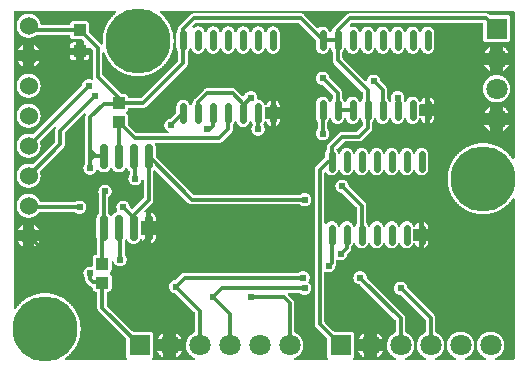
<source format=gtl>
G04 Layer: TopLayer*
G04 EasyEDA v6.3.22, 2020-01-17T17:02:50--8:00*
G04 00b4f696a6e84f9c838c38f8efb8d84c,fa4d7a5b45b64ba9a5df01c69efcfd0a,10*
G04 Gerber Generator version 0.2*
G04 Scale: 100 percent, Rotated: No, Reflected: No *
G04 Dimensions in millimeters *
G04 leading zeros omitted , absolute positions ,3 integer and 3 decimal *
%FSLAX33Y33*%
%MOMM*%
G90*
G71D02*

%ADD11C,0.299999*%
%ADD12C,0.599999*%
%ADD13C,0.699999*%
%ADD14C,0.609600*%
%ADD15R,1.099998X0.999998*%
%ADD16C,5.499989*%
%ADD17R,1.799996X1.799996*%
%ADD18C,1.799996*%
%ADD19C,1.524000*%

%LPD*%
G36*
G01X8864Y29842D02*
G01X358Y29842D01*
G01X343Y29841D01*
G01X329Y29838D01*
G01X315Y29833D01*
G01X303Y29826D01*
G01X291Y29817D01*
G01X281Y29807D01*
G01X272Y29795D01*
G01X265Y29783D01*
G01X260Y29769D01*
G01X257Y29755D01*
G01X256Y29740D01*
G01X256Y4679D01*
G01X257Y4664D01*
G01X260Y4650D01*
G01X265Y4637D01*
G01X272Y4624D01*
G01X281Y4613D01*
G01X291Y4602D01*
G01X303Y4593D01*
G01X315Y4587D01*
G01X329Y4582D01*
G01X343Y4579D01*
G01X358Y4578D01*
G01X374Y4579D01*
G01X390Y4583D01*
G01X405Y4589D01*
G01X419Y4598D01*
G01X431Y4609D01*
G01X441Y4621D01*
G01X487Y4686D01*
G01X534Y4749D01*
G01X583Y4811D01*
G01X633Y4872D01*
G01X685Y4931D01*
G01X738Y4989D01*
G01X793Y5045D01*
G01X849Y5100D01*
G01X907Y5154D01*
G01X1027Y5256D01*
G01X1089Y5305D01*
G01X1152Y5352D01*
G01X1216Y5398D01*
G01X1282Y5441D01*
G01X1348Y5483D01*
G01X1416Y5523D01*
G01X1485Y5562D01*
G01X1554Y5599D01*
G01X1625Y5634D01*
G01X1697Y5667D01*
G01X1769Y5698D01*
G01X1842Y5727D01*
G01X1916Y5754D01*
G01X1991Y5780D01*
G01X2066Y5803D01*
G01X2142Y5824D01*
G01X2218Y5844D01*
G01X2295Y5861D01*
G01X2372Y5877D01*
G01X2450Y5890D01*
G01X2528Y5901D01*
G01X2606Y5911D01*
G01X2684Y5918D01*
G01X2763Y5923D01*
G01X2842Y5926D01*
G01X2921Y5927D01*
G01X2999Y5926D01*
G01X3078Y5923D01*
G01X3156Y5918D01*
G01X3235Y5911D01*
G01X3313Y5901D01*
G01X3391Y5890D01*
G01X3469Y5877D01*
G01X3545Y5861D01*
G01X3623Y5844D01*
G01X3699Y5825D01*
G01X3774Y5803D01*
G01X3850Y5780D01*
G01X3924Y5755D01*
G01X3998Y5727D01*
G01X4071Y5698D01*
G01X4143Y5667D01*
G01X4215Y5634D01*
G01X4285Y5599D01*
G01X4355Y5563D01*
G01X4424Y5524D01*
G01X4491Y5484D01*
G01X4558Y5442D01*
G01X4623Y5398D01*
G01X4688Y5353D01*
G01X4751Y5306D01*
G01X4813Y5257D01*
G01X4873Y5207D01*
G01X4932Y5155D01*
G01X4990Y5101D01*
G01X5046Y5046D01*
G01X5101Y4990D01*
G01X5155Y4932D01*
G01X5207Y4873D01*
G01X5257Y4813D01*
G01X5306Y4751D01*
G01X5353Y4688D01*
G01X5398Y4623D01*
G01X5442Y4558D01*
G01X5484Y4491D01*
G01X5524Y4424D01*
G01X5563Y4355D01*
G01X5599Y4285D01*
G01X5634Y4215D01*
G01X5667Y4143D01*
G01X5698Y4071D01*
G01X5727Y3998D01*
G01X5755Y3924D01*
G01X5780Y3850D01*
G01X5803Y3774D01*
G01X5825Y3699D01*
G01X5844Y3623D01*
G01X5861Y3545D01*
G01X5877Y3469D01*
G01X5890Y3391D01*
G01X5901Y3313D01*
G01X5911Y3235D01*
G01X5918Y3156D01*
G01X5923Y3078D01*
G01X5926Y2999D01*
G01X5927Y2921D01*
G01X5926Y2842D01*
G01X5923Y2763D01*
G01X5918Y2684D01*
G01X5911Y2606D01*
G01X5901Y2528D01*
G01X5890Y2450D01*
G01X5877Y2372D01*
G01X5861Y2295D01*
G01X5844Y2218D01*
G01X5824Y2142D01*
G01X5803Y2066D01*
G01X5780Y1991D01*
G01X5754Y1916D01*
G01X5727Y1842D01*
G01X5698Y1769D01*
G01X5667Y1697D01*
G01X5634Y1625D01*
G01X5599Y1554D01*
G01X5562Y1485D01*
G01X5523Y1416D01*
G01X5483Y1348D01*
G01X5441Y1282D01*
G01X5398Y1216D01*
G01X5352Y1152D01*
G01X5305Y1089D01*
G01X5256Y1027D01*
G01X5154Y907D01*
G01X5100Y849D01*
G01X5045Y793D01*
G01X4989Y738D01*
G01X4931Y685D01*
G01X4872Y633D01*
G01X4811Y583D01*
G01X4749Y534D01*
G01X4686Y487D01*
G01X4621Y441D01*
G01X4609Y431D01*
G01X4598Y419D01*
G01X4589Y405D01*
G01X4583Y390D01*
G01X4579Y374D01*
G01X4578Y358D01*
G01X4579Y343D01*
G01X4582Y329D01*
G01X4587Y315D01*
G01X4593Y303D01*
G01X4602Y291D01*
G01X4613Y281D01*
G01X4624Y272D01*
G01X4637Y265D01*
G01X4650Y260D01*
G01X4664Y257D01*
G01X4679Y256D01*
G01X9782Y256D01*
G01X9796Y257D01*
G01X9810Y260D01*
G01X9824Y265D01*
G01X9836Y272D01*
G01X9848Y281D01*
G01X9858Y291D01*
G01X9867Y303D01*
G01X9874Y315D01*
G01X9879Y329D01*
G01X9882Y343D01*
G01X9883Y358D01*
G01X9882Y374D01*
G01X9878Y391D01*
G01X9870Y406D01*
G01X9861Y421D01*
G01X9850Y433D01*
G01X9833Y450D01*
G01X9818Y468D01*
G01X9804Y488D01*
G01X9792Y509D01*
G01X9783Y530D01*
G01X9775Y553D01*
G01X9769Y576D01*
G01X9766Y599D01*
G01X9765Y623D01*
G01X9765Y2063D01*
G01X9764Y2079D01*
G01X9760Y2094D01*
G01X9754Y2109D01*
G01X9745Y2123D01*
G01X9735Y2135D01*
G01X7459Y4411D01*
G01X7439Y4432D01*
G01X7421Y4455D01*
G01X7405Y4479D01*
G01X7390Y4503D01*
G01X7377Y4530D01*
G01X7366Y4556D01*
G01X7356Y4584D01*
G01X7349Y4612D01*
G01X7344Y4641D01*
G01X7341Y4670D01*
G01X7340Y4699D01*
G01X7340Y5961D01*
G01X7339Y5976D01*
G01X7336Y5990D01*
G01X7331Y6004D01*
G01X7324Y6016D01*
G01X7315Y6028D01*
G01X7305Y6038D01*
G01X7293Y6047D01*
G01X7281Y6054D01*
G01X7267Y6059D01*
G01X7253Y6062D01*
G01X7239Y6063D01*
G01X7196Y6063D01*
G01X7173Y6064D01*
G01X7150Y6068D01*
G01X7126Y6073D01*
G01X7104Y6080D01*
G01X7082Y6090D01*
G01X7061Y6102D01*
G01X7042Y6115D01*
G01X7024Y6130D01*
G01X7007Y6147D01*
G01X6992Y6165D01*
G01X6978Y6184D01*
G01X6967Y6205D01*
G01X6957Y6227D01*
G01X6950Y6249D01*
G01X6944Y6272D01*
G01X6941Y6296D01*
G01X6940Y6320D01*
G01X6940Y6371D01*
G01X6939Y6385D01*
G01X6936Y6399D01*
G01X6931Y6413D01*
G01X6924Y6426D01*
G01X6915Y6437D01*
G01X6905Y6448D01*
G01X6894Y6456D01*
G01X6881Y6463D01*
G01X6868Y6468D01*
G01X6836Y6479D01*
G01X6805Y6493D01*
G01X6776Y6509D01*
G01X6748Y6527D01*
G01X6722Y6548D01*
G01X6697Y6570D01*
G01X6443Y6824D01*
G01X6423Y6845D01*
G01X6405Y6868D01*
G01X6389Y6892D01*
G01X6374Y6916D01*
G01X6361Y6943D01*
G01X6350Y6969D01*
G01X6340Y6997D01*
G01X6333Y7025D01*
G01X6328Y7054D01*
G01X6325Y7083D01*
G01X6324Y7112D01*
G01X6324Y7194D01*
G01X6323Y7212D01*
G01X6318Y7228D01*
G01X6310Y7245D01*
G01X6300Y7259D01*
G01X6278Y7287D01*
G01X6258Y7316D01*
G01X6240Y7347D01*
G01X6224Y7379D01*
G01X6209Y7411D01*
G01X6197Y7445D01*
G01X6187Y7479D01*
G01X6179Y7513D01*
G01X6174Y7548D01*
G01X6170Y7584D01*
G01X6169Y7620D01*
G01X6170Y7654D01*
G01X6173Y7687D01*
G01X6178Y7721D01*
G01X6185Y7754D01*
G01X6195Y7787D01*
G01X6206Y7819D01*
G01X6218Y7850D01*
G01X6234Y7881D01*
G01X6250Y7910D01*
G01X6269Y7939D01*
G01X6289Y7965D01*
G01X6310Y7992D01*
G01X6358Y8040D01*
G01X6385Y8061D01*
G01X6411Y8081D01*
G01X6440Y8100D01*
G01X6469Y8116D01*
G01X6500Y8132D01*
G01X6531Y8144D01*
G01X6563Y8155D01*
G01X6596Y8165D01*
G01X6629Y8172D01*
G01X6663Y8177D01*
G01X6696Y8180D01*
G01X6731Y8181D01*
G01X6776Y8179D01*
G01X6822Y8173D01*
G01X6838Y8172D01*
G01X6853Y8173D01*
G01X6867Y8176D01*
G01X6880Y8181D01*
G01X6893Y8188D01*
G01X6905Y8197D01*
G01X6915Y8207D01*
G01X6924Y8219D01*
G01X6931Y8232D01*
G01X6936Y8245D01*
G01X6939Y8259D01*
G01X6940Y8274D01*
G01X6940Y8919D01*
G01X6941Y8943D01*
G01X6944Y8967D01*
G01X6949Y8990D01*
G01X6957Y9012D01*
G01X6967Y9034D01*
G01X6978Y9055D01*
G01X6992Y9074D01*
G01X7007Y9092D01*
G01X7024Y9109D01*
G01X7042Y9124D01*
G01X7061Y9137D01*
G01X7082Y9149D01*
G01X7104Y9159D01*
G01X7126Y9166D01*
G01X7149Y9171D01*
G01X7173Y9175D01*
G01X7196Y9176D01*
G01X7239Y9176D01*
G01X7253Y9177D01*
G01X7267Y9180D01*
G01X7281Y9185D01*
G01X7293Y9192D01*
G01X7305Y9201D01*
G01X7315Y9211D01*
G01X7324Y9223D01*
G01X7331Y9235D01*
G01X7336Y9249D01*
G01X7339Y9263D01*
G01X7340Y9278D01*
G01X7340Y10392D01*
G01X7339Y10407D01*
G01X7335Y10422D01*
G01X7329Y10437D01*
G01X7313Y10473D01*
G01X7299Y10510D01*
G01X7288Y10548D01*
G01X7279Y10587D01*
G01X7272Y10626D01*
G01X7268Y10665D01*
G01X7267Y10705D01*
G01X7267Y12205D01*
G01X7268Y12241D01*
G01X7271Y12277D01*
G01X7277Y12312D01*
G01X7284Y12347D01*
G01X7293Y12382D01*
G01X7305Y12416D01*
G01X7318Y12450D01*
G01X7334Y12482D01*
G01X7351Y12514D01*
G01X7371Y12544D01*
G01X7391Y12573D01*
G01X7414Y12601D01*
G01X7438Y12627D01*
G01X7448Y12640D01*
G01X7456Y12653D01*
G01X7462Y12667D01*
G01X7466Y12683D01*
G01X7467Y12698D01*
G01X7467Y14363D01*
G01X7466Y14377D01*
G01X7463Y14392D01*
G01X7452Y14431D01*
G01X7445Y14471D01*
G01X7441Y14512D01*
G01X7439Y14552D01*
G01X7440Y14586D01*
G01X7443Y14620D01*
G01X7448Y14654D01*
G01X7455Y14687D01*
G01X7465Y14719D01*
G01X7476Y14751D01*
G01X7488Y14783D01*
G01X7520Y14843D01*
G01X7539Y14871D01*
G01X7559Y14899D01*
G01X7580Y14925D01*
G01X7628Y14973D01*
G01X7655Y14994D01*
G01X7681Y15014D01*
G01X7710Y15033D01*
G01X7739Y15050D01*
G01X7770Y15064D01*
G01X7801Y15077D01*
G01X7833Y15088D01*
G01X7866Y15097D01*
G01X7899Y15104D01*
G01X7933Y15109D01*
G01X7966Y15113D01*
G01X8001Y15114D01*
G01X8035Y15113D01*
G01X8068Y15109D01*
G01X8102Y15104D01*
G01X8135Y15097D01*
G01X8168Y15088D01*
G01X8200Y15077D01*
G01X8231Y15064D01*
G01X8262Y15050D01*
G01X8291Y15033D01*
G01X8320Y15014D01*
G01X8346Y14994D01*
G01X8373Y14973D01*
G01X8421Y14925D01*
G01X8442Y14899D01*
G01X8462Y14871D01*
G01X8481Y14843D01*
G01X8513Y14783D01*
G01X8525Y14751D01*
G01X8536Y14719D01*
G01X8546Y14687D01*
G01X8553Y14654D01*
G01X8558Y14620D01*
G01X8561Y14586D01*
G01X8562Y14552D01*
G01X8561Y14517D01*
G01X8557Y14481D01*
G01X8552Y14445D01*
G01X8544Y14410D01*
G01X8533Y14376D01*
G01X8521Y14342D01*
G01X8506Y14310D01*
G01X8490Y14278D01*
G01X8471Y14247D01*
G01X8451Y14218D01*
G01X8429Y14189D01*
G01X8405Y14163D01*
G01X8379Y14138D01*
G01X8352Y14115D01*
G01X8323Y14093D01*
G01X8311Y14083D01*
G01X8300Y14071D01*
G01X8292Y14057D01*
G01X8285Y14042D01*
G01X8281Y14026D01*
G01X8280Y14010D01*
G01X8280Y12698D01*
G01X8281Y12683D01*
G01X8285Y12667D01*
G01X8291Y12653D01*
G01X8299Y12640D01*
G01X8309Y12627D01*
G01X8334Y12599D01*
G01X8358Y12570D01*
G01X8380Y12539D01*
G01X8400Y12507D01*
G01X8418Y12473D01*
G01X8426Y12460D01*
G01X8436Y12447D01*
G01X8448Y12436D01*
G01X8462Y12428D01*
G01X8476Y12422D01*
G01X8492Y12418D01*
G01X8509Y12417D01*
G01X8525Y12418D01*
G01X8540Y12422D01*
G01X8555Y12428D01*
G01X8569Y12436D01*
G01X8581Y12447D01*
G01X8591Y12460D01*
G01X8599Y12473D01*
G01X8616Y12505D01*
G01X8635Y12536D01*
G01X8656Y12565D01*
G01X8678Y12593D01*
G01X8702Y12620D01*
G01X8727Y12646D01*
G01X8754Y12670D01*
G01X8782Y12692D01*
G01X8811Y12712D01*
G01X8842Y12731D01*
G01X8874Y12748D01*
G01X8906Y12763D01*
G01X8940Y12776D01*
G01X8974Y12787D01*
G01X8988Y12792D01*
G01X9000Y12799D01*
G01X9012Y12808D01*
G01X9022Y12818D01*
G01X9031Y12830D01*
G01X9038Y12842D01*
G01X9043Y12856D01*
G01X9046Y12870D01*
G01X9047Y12885D01*
G01X9045Y12902D01*
G01X9041Y12918D01*
G01X9034Y12934D01*
G01X9018Y12966D01*
G01X9003Y12999D01*
G01X8991Y13032D01*
G01X8981Y13066D01*
G01X8973Y13101D01*
G01X8968Y13136D01*
G01X8964Y13172D01*
G01X8963Y13208D01*
G01X8964Y13242D01*
G01X8967Y13275D01*
G01X8972Y13309D01*
G01X8979Y13342D01*
G01X8989Y13375D01*
G01X9000Y13407D01*
G01X9012Y13438D01*
G01X9028Y13469D01*
G01X9044Y13498D01*
G01X9063Y13527D01*
G01X9083Y13553D01*
G01X9104Y13580D01*
G01X9152Y13628D01*
G01X9179Y13649D01*
G01X9205Y13669D01*
G01X9234Y13688D01*
G01X9263Y13704D01*
G01X9294Y13720D01*
G01X9325Y13732D01*
G01X9357Y13743D01*
G01X9390Y13753D01*
G01X9423Y13760D01*
G01X9457Y13765D01*
G01X9490Y13768D01*
G01X9525Y13769D01*
G01X9559Y13768D01*
G01X9594Y13765D01*
G01X9628Y13759D01*
G01X9662Y13752D01*
G01X9695Y13742D01*
G01X9728Y13731D01*
G01X9760Y13717D01*
G01X9791Y13702D01*
G01X9821Y13685D01*
G01X9850Y13665D01*
G01X9877Y13644D01*
G01X9903Y13622D01*
G01X9928Y13597D01*
G01X9952Y13572D01*
G01X9974Y13544D01*
G01X9993Y13516D01*
G01X10012Y13486D01*
G01X10028Y13456D01*
G01X10042Y13424D01*
G01X10055Y13392D01*
G01X10065Y13359D01*
G01X10073Y13325D01*
G01X10080Y13291D01*
G01X10084Y13257D01*
G01X10087Y13240D01*
G01X10093Y13223D01*
G01X10102Y13208D01*
G01X10113Y13194D01*
G01X10215Y13092D01*
G01X10227Y13082D01*
G01X10240Y13073D01*
G01X10255Y13067D01*
G01X10271Y13064D01*
G01X10287Y13063D01*
G01X10302Y13064D01*
G01X10318Y13067D01*
G01X10333Y13073D01*
G01X10346Y13082D01*
G01X10358Y13092D01*
G01X11247Y13981D01*
G01X11258Y13993D01*
G01X11266Y14007D01*
G01X11272Y14022D01*
G01X11276Y14037D01*
G01X11277Y14053D01*
G01X11277Y15429D01*
G01X11276Y15444D01*
G01X11273Y15458D01*
G01X11268Y15472D01*
G01X11261Y15484D01*
G01X11252Y15496D01*
G01X11242Y15506D01*
G01X11230Y15515D01*
G01X11218Y15522D01*
G01X11204Y15527D01*
G01X11190Y15530D01*
G01X11176Y15531D01*
G01X11161Y15530D01*
G01X11147Y15527D01*
G01X11133Y15522D01*
G01X11121Y15515D01*
G01X11109Y15507D01*
G01X11099Y15497D01*
G01X11090Y15485D01*
G01X11083Y15472D01*
G01X11078Y15459D01*
G01X11067Y15426D01*
G01X11055Y15395D01*
G01X11040Y15364D01*
G01X11023Y15334D01*
G01X11005Y15305D01*
G01X10985Y15278D01*
G01X10963Y15251D01*
G01X10940Y15226D01*
G01X10915Y15202D01*
G01X10889Y15181D01*
G01X10862Y15160D01*
G01X10833Y15141D01*
G01X10773Y15109D01*
G01X10741Y15096D01*
G01X10709Y15085D01*
G01X10676Y15076D01*
G01X10643Y15068D01*
G01X10609Y15063D01*
G01X10575Y15060D01*
G01X10541Y15059D01*
G01X10506Y15060D01*
G01X10473Y15063D01*
G01X10439Y15068D01*
G01X10406Y15075D01*
G01X10373Y15085D01*
G01X10341Y15096D01*
G01X10310Y15108D01*
G01X10279Y15124D01*
G01X10250Y15140D01*
G01X10221Y15159D01*
G01X10195Y15179D01*
G01X10168Y15200D01*
G01X10120Y15248D01*
G01X10099Y15275D01*
G01X10079Y15301D01*
G01X10060Y15330D01*
G01X10044Y15359D01*
G01X10028Y15390D01*
G01X10016Y15421D01*
G01X10005Y15453D01*
G01X9995Y15486D01*
G01X9988Y15519D01*
G01X9983Y15553D01*
G01X9980Y15586D01*
G01X9979Y15621D01*
G01X9980Y15656D01*
G01X9984Y15692D01*
G01X9989Y15727D01*
G01X9997Y15761D01*
G01X10007Y15795D01*
G01X10019Y15829D01*
G01X10034Y15861D01*
G01X10050Y15893D01*
G01X10068Y15924D01*
G01X10088Y15953D01*
G01X10110Y15981D01*
G01X10120Y15995D01*
G01X10128Y16012D01*
G01X10133Y16028D01*
G01X10134Y16046D01*
G01X10134Y16153D01*
G01X10133Y16168D01*
G01X10130Y16182D01*
G01X10125Y16196D01*
G01X10118Y16208D01*
G01X10109Y16220D01*
G01X10099Y16230D01*
G01X10087Y16239D01*
G01X10057Y16260D01*
G01X10028Y16282D01*
G01X10000Y16306D01*
G01X9974Y16332D01*
G01X9950Y16359D01*
G01X9927Y16388D01*
G01X9906Y16418D01*
G01X9887Y16449D01*
G01X9869Y16482D01*
G01X9861Y16495D01*
G01X9851Y16508D01*
G01X9839Y16519D01*
G01X9825Y16527D01*
G01X9810Y16533D01*
G01X9795Y16537D01*
G01X9779Y16538D01*
G01X9762Y16537D01*
G01X9746Y16533D01*
G01X9732Y16527D01*
G01X9718Y16519D01*
G01X9706Y16508D01*
G01X9696Y16495D01*
G01X9688Y16482D01*
G01X9671Y16450D01*
G01X9653Y16420D01*
G01X9632Y16391D01*
G01X9610Y16363D01*
G01X9587Y16336D01*
G01X9562Y16311D01*
G01X9535Y16287D01*
G01X9508Y16265D01*
G01X9479Y16244D01*
G01X9448Y16226D01*
G01X9417Y16209D01*
G01X9385Y16194D01*
G01X9352Y16181D01*
G01X9318Y16169D01*
G01X9284Y16160D01*
G01X9250Y16153D01*
G01X9214Y16148D01*
G01X9179Y16145D01*
G01X9144Y16144D01*
G01X9108Y16145D01*
G01X9072Y16148D01*
G01X9037Y16153D01*
G01X9003Y16160D01*
G01X8968Y16169D01*
G01X8935Y16181D01*
G01X8902Y16194D01*
G01X8870Y16209D01*
G01X8839Y16226D01*
G01X8808Y16244D01*
G01X8779Y16265D01*
G01X8752Y16287D01*
G01X8725Y16311D01*
G01X8700Y16336D01*
G01X8677Y16363D01*
G01X8655Y16391D01*
G01X8634Y16420D01*
G01X8616Y16450D01*
G01X8599Y16482D01*
G01X8591Y16495D01*
G01X8581Y16508D01*
G01X8569Y16519D01*
G01X8555Y16527D01*
G01X8540Y16533D01*
G01X8525Y16537D01*
G01X8509Y16538D01*
G01X8492Y16537D01*
G01X8476Y16533D01*
G01X8462Y16527D01*
G01X8448Y16519D01*
G01X8436Y16508D01*
G01X8426Y16495D01*
G01X8418Y16482D01*
G01X8401Y16450D01*
G01X8383Y16420D01*
G01X8362Y16391D01*
G01X8340Y16363D01*
G01X8317Y16336D01*
G01X8292Y16311D01*
G01X8265Y16287D01*
G01X8238Y16265D01*
G01X8209Y16244D01*
G01X8178Y16226D01*
G01X8147Y16209D01*
G01X8115Y16194D01*
G01X8082Y16181D01*
G01X8048Y16169D01*
G01X8014Y16160D01*
G01X7980Y16153D01*
G01X7944Y16148D01*
G01X7909Y16145D01*
G01X7874Y16144D01*
G01X7837Y16145D01*
G01X7801Y16148D01*
G01X7766Y16153D01*
G01X7731Y16161D01*
G01X7696Y16170D01*
G01X7662Y16182D01*
G01X7628Y16196D01*
G01X7596Y16211D01*
G01X7564Y16228D01*
G01X7534Y16247D01*
G01X7505Y16269D01*
G01X7477Y16292D01*
G01X7450Y16316D01*
G01X7425Y16342D01*
G01X7413Y16353D01*
G01X7399Y16363D01*
G01X7383Y16369D01*
G01X7367Y16373D01*
G01X7350Y16375D01*
G01X7335Y16374D01*
G01X7320Y16370D01*
G01X7306Y16365D01*
G01X7292Y16357D01*
G01X7280Y16347D01*
G01X7270Y16336D01*
G01X7261Y16324D01*
G01X7255Y16309D01*
G01X7242Y16278D01*
G01X7227Y16248D01*
G01X7211Y16218D01*
G01X7192Y16190D01*
G01X7172Y16163D01*
G01X7150Y16137D01*
G01X7127Y16112D01*
G01X7102Y16089D01*
G01X7076Y16067D01*
G01X7049Y16047D01*
G01X7021Y16029D01*
G01X6991Y16012D01*
G01X6961Y15997D01*
G01X6929Y15985D01*
G01X6897Y15974D01*
G01X6865Y15964D01*
G01X6832Y15957D01*
G01X6798Y15952D01*
G01X6765Y15949D01*
G01X6731Y15948D01*
G01X6696Y15949D01*
G01X6663Y15952D01*
G01X6629Y15957D01*
G01X6596Y15964D01*
G01X6563Y15974D01*
G01X6531Y15985D01*
G01X6500Y15997D01*
G01X6469Y16013D01*
G01X6440Y16029D01*
G01X6411Y16048D01*
G01X6385Y16068D01*
G01X6358Y16089D01*
G01X6310Y16137D01*
G01X6289Y16164D01*
G01X6269Y16190D01*
G01X6250Y16219D01*
G01X6234Y16248D01*
G01X6218Y16279D01*
G01X6206Y16310D01*
G01X6195Y16342D01*
G01X6185Y16375D01*
G01X6178Y16408D01*
G01X6173Y16442D01*
G01X6170Y16475D01*
G01X6169Y16510D01*
G01X6170Y16545D01*
G01X6174Y16581D01*
G01X6179Y16616D01*
G01X6187Y16650D01*
G01X6197Y16684D01*
G01X6209Y16718D01*
G01X6224Y16750D01*
G01X6240Y16782D01*
G01X6258Y16813D01*
G01X6278Y16842D01*
G01X6300Y16870D01*
G01X6310Y16884D01*
G01X6318Y16901D01*
G01X6323Y16917D01*
G01X6324Y16935D01*
G01X6324Y20828D01*
G01X6325Y20858D01*
G01X6329Y20888D01*
G01X6334Y20918D01*
G01X6342Y20947D01*
G01X6352Y20976D01*
G01X6370Y21018D01*
G01X6373Y21033D01*
G01X6374Y21048D01*
G01X6373Y21063D01*
G01X6370Y21077D01*
G01X6365Y21090D01*
G01X6358Y21103D01*
G01X6350Y21115D01*
G01X6339Y21125D01*
G01X6328Y21134D01*
G01X6315Y21140D01*
G01X6301Y21146D01*
G01X6287Y21149D01*
G01X6273Y21150D01*
G01X6257Y21149D01*
G01X6241Y21145D01*
G01X6227Y21139D01*
G01X6213Y21130D01*
G01X6201Y21120D01*
G01X4627Y19546D01*
G01X4616Y19534D01*
G01X4608Y19520D01*
G01X4602Y19505D01*
G01X4598Y19490D01*
G01X4597Y19474D01*
G01X4597Y18542D01*
G01X4596Y18513D01*
G01X4593Y18484D01*
G01X4588Y18455D01*
G01X4581Y18427D01*
G01X4572Y18399D01*
G01X4560Y18373D01*
G01X4547Y18346D01*
G01X4532Y18322D01*
G01X4516Y18298D01*
G01X4498Y18275D01*
G01X4478Y18254D01*
G01X2517Y16293D01*
G01X2506Y16281D01*
G01X2498Y16267D01*
G01X2492Y16252D01*
G01X2488Y16237D01*
G01X2487Y16221D01*
G01X2488Y16205D01*
G01X2492Y16189D01*
G01X2505Y16146D01*
G01X2517Y16102D01*
G01X2526Y16056D01*
G01X2533Y16011D01*
G01X2538Y15966D01*
G01X2541Y15920D01*
G01X2542Y15875D01*
G01X2541Y15829D01*
G01X2538Y15783D01*
G01X2533Y15738D01*
G01X2526Y15693D01*
G01X2517Y15648D01*
G01X2505Y15604D01*
G01X2492Y15560D01*
G01X2477Y15516D01*
G01X2460Y15474D01*
G01X2441Y15433D01*
G01X2421Y15392D01*
G01X2398Y15352D01*
G01X2373Y15313D01*
G01X2347Y15276D01*
G01X2320Y15240D01*
G01X2291Y15204D01*
G01X2260Y15170D01*
G01X2228Y15138D01*
G01X2194Y15107D01*
G01X2159Y15078D01*
G01X2122Y15051D01*
G01X2085Y15025D01*
G01X2046Y15000D01*
G01X2006Y14977D01*
G01X1965Y14957D01*
G01X1924Y14938D01*
G01X1882Y14921D01*
G01X1838Y14906D01*
G01X1794Y14893D01*
G01X1750Y14881D01*
G01X1705Y14872D01*
G01X1660Y14865D01*
G01X1615Y14860D01*
G01X1569Y14857D01*
G01X1524Y14856D01*
G01X1478Y14857D01*
G01X1432Y14860D01*
G01X1387Y14865D01*
G01X1342Y14872D01*
G01X1297Y14881D01*
G01X1253Y14893D01*
G01X1209Y14906D01*
G01X1165Y14921D01*
G01X1123Y14938D01*
G01X1082Y14957D01*
G01X1041Y14977D01*
G01X1001Y15000D01*
G01X962Y15025D01*
G01X925Y15051D01*
G01X889Y15078D01*
G01X853Y15107D01*
G01X819Y15138D01*
G01X787Y15170D01*
G01X756Y15204D01*
G01X727Y15240D01*
G01X700Y15276D01*
G01X674Y15313D01*
G01X649Y15352D01*
G01X626Y15392D01*
G01X606Y15433D01*
G01X587Y15474D01*
G01X570Y15516D01*
G01X555Y15560D01*
G01X542Y15604D01*
G01X530Y15648D01*
G01X521Y15693D01*
G01X514Y15738D01*
G01X509Y15783D01*
G01X506Y15829D01*
G01X505Y15875D01*
G01X506Y15920D01*
G01X509Y15966D01*
G01X514Y16011D01*
G01X521Y16056D01*
G01X530Y16101D01*
G01X542Y16145D01*
G01X555Y16189D01*
G01X570Y16233D01*
G01X587Y16275D01*
G01X606Y16316D01*
G01X626Y16357D01*
G01X649Y16397D01*
G01X674Y16436D01*
G01X700Y16473D01*
G01X727Y16510D01*
G01X756Y16545D01*
G01X787Y16579D01*
G01X819Y16611D01*
G01X853Y16642D01*
G01X889Y16671D01*
G01X925Y16698D01*
G01X962Y16724D01*
G01X1001Y16749D01*
G01X1041Y16772D01*
G01X1082Y16792D01*
G01X1123Y16811D01*
G01X1165Y16828D01*
G01X1209Y16843D01*
G01X1253Y16856D01*
G01X1297Y16868D01*
G01X1342Y16877D01*
G01X1387Y16884D01*
G01X1432Y16889D01*
G01X1478Y16892D01*
G01X1524Y16893D01*
G01X1569Y16892D01*
G01X1615Y16889D01*
G01X1660Y16884D01*
G01X1705Y16877D01*
G01X1751Y16868D01*
G01X1795Y16856D01*
G01X1838Y16843D01*
G01X1854Y16839D01*
G01X1870Y16838D01*
G01X1886Y16839D01*
G01X1901Y16843D01*
G01X1916Y16849D01*
G01X1930Y16857D01*
G01X1942Y16868D01*
G01X3754Y18680D01*
G01X3765Y18692D01*
G01X3773Y18706D01*
G01X3779Y18721D01*
G01X3783Y18736D01*
G01X3784Y18752D01*
G01X3784Y19685D01*
G01X3785Y19715D01*
G01X3789Y19745D01*
G01X3794Y19775D01*
G01X3802Y19804D01*
G01X3812Y19833D01*
G01X3830Y19875D01*
G01X3833Y19890D01*
G01X3834Y19905D01*
G01X3833Y19920D01*
G01X3830Y19934D01*
G01X3825Y19947D01*
G01X3818Y19960D01*
G01X3810Y19972D01*
G01X3799Y19982D01*
G01X3788Y19991D01*
G01X3775Y19997D01*
G01X3761Y20003D01*
G01X3747Y20006D01*
G01X3733Y20007D01*
G01X3717Y20006D01*
G01X3701Y20002D01*
G01X3687Y19996D01*
G01X3673Y19987D01*
G01X3661Y19977D01*
G01X2517Y18833D01*
G01X2506Y18821D01*
G01X2498Y18807D01*
G01X2492Y18792D01*
G01X2488Y18777D01*
G01X2487Y18761D01*
G01X2488Y18745D01*
G01X2492Y18729D01*
G01X2505Y18686D01*
G01X2517Y18642D01*
G01X2526Y18596D01*
G01X2533Y18551D01*
G01X2538Y18506D01*
G01X2541Y18460D01*
G01X2542Y18415D01*
G01X2541Y18369D01*
G01X2538Y18323D01*
G01X2533Y18278D01*
G01X2526Y18233D01*
G01X2517Y18188D01*
G01X2505Y18144D01*
G01X2492Y18100D01*
G01X2477Y18056D01*
G01X2460Y18014D01*
G01X2441Y17973D01*
G01X2421Y17932D01*
G01X2398Y17892D01*
G01X2373Y17853D01*
G01X2347Y17816D01*
G01X2320Y17780D01*
G01X2291Y17744D01*
G01X2260Y17710D01*
G01X2228Y17678D01*
G01X2194Y17647D01*
G01X2159Y17618D01*
G01X2122Y17591D01*
G01X2085Y17565D01*
G01X2046Y17540D01*
G01X2006Y17517D01*
G01X1965Y17497D01*
G01X1924Y17478D01*
G01X1882Y17461D01*
G01X1838Y17446D01*
G01X1794Y17433D01*
G01X1750Y17421D01*
G01X1705Y17412D01*
G01X1660Y17405D01*
G01X1615Y17400D01*
G01X1569Y17397D01*
G01X1524Y17396D01*
G01X1478Y17397D01*
G01X1432Y17400D01*
G01X1387Y17405D01*
G01X1342Y17412D01*
G01X1297Y17421D01*
G01X1253Y17433D01*
G01X1209Y17446D01*
G01X1165Y17461D01*
G01X1123Y17478D01*
G01X1082Y17497D01*
G01X1041Y17517D01*
G01X1001Y17540D01*
G01X962Y17565D01*
G01X925Y17591D01*
G01X889Y17618D01*
G01X853Y17647D01*
G01X819Y17678D01*
G01X787Y17710D01*
G01X756Y17744D01*
G01X727Y17780D01*
G01X700Y17816D01*
G01X674Y17853D01*
G01X649Y17892D01*
G01X626Y17932D01*
G01X606Y17973D01*
G01X587Y18014D01*
G01X570Y18056D01*
G01X555Y18100D01*
G01X542Y18144D01*
G01X530Y18188D01*
G01X521Y18233D01*
G01X514Y18278D01*
G01X509Y18323D01*
G01X506Y18369D01*
G01X505Y18415D01*
G01X506Y18460D01*
G01X509Y18506D01*
G01X514Y18551D01*
G01X521Y18596D01*
G01X530Y18641D01*
G01X542Y18685D01*
G01X555Y18729D01*
G01X570Y18773D01*
G01X587Y18815D01*
G01X606Y18856D01*
G01X626Y18897D01*
G01X649Y18937D01*
G01X674Y18976D01*
G01X700Y19013D01*
G01X727Y19050D01*
G01X756Y19085D01*
G01X787Y19119D01*
G01X819Y19151D01*
G01X853Y19182D01*
G01X889Y19211D01*
G01X925Y19238D01*
G01X962Y19264D01*
G01X1001Y19289D01*
G01X1041Y19312D01*
G01X1082Y19332D01*
G01X1123Y19351D01*
G01X1165Y19368D01*
G01X1209Y19383D01*
G01X1253Y19396D01*
G01X1297Y19408D01*
G01X1342Y19417D01*
G01X1387Y19424D01*
G01X1432Y19429D01*
G01X1478Y19432D01*
G01X1524Y19433D01*
G01X1569Y19432D01*
G01X1615Y19429D01*
G01X1660Y19424D01*
G01X1705Y19417D01*
G01X1751Y19408D01*
G01X1795Y19396D01*
G01X1838Y19383D01*
G01X1854Y19379D01*
G01X1870Y19378D01*
G01X1886Y19379D01*
G01X1901Y19383D01*
G01X1916Y19389D01*
G01X1930Y19397D01*
G01X1942Y19408D01*
G01X6015Y23481D01*
G01X6026Y23495D01*
G01X6035Y23510D01*
G01X6041Y23527D01*
G01X6044Y23544D01*
G01X6048Y23578D01*
G01X6055Y23612D01*
G01X6063Y23646D01*
G01X6073Y23679D01*
G01X6086Y23711D01*
G01X6100Y23743D01*
G01X6116Y23773D01*
G01X6135Y23803D01*
G01X6154Y23831D01*
G01X6176Y23859D01*
G01X6200Y23884D01*
G01X6225Y23909D01*
G01X6251Y23931D01*
G01X6278Y23952D01*
G01X6307Y23972D01*
G01X6337Y23989D01*
G01X6368Y24004D01*
G01X6400Y24018D01*
G01X6433Y24029D01*
G01X6466Y24039D01*
G01X6500Y24046D01*
G01X6534Y24052D01*
G01X6569Y24055D01*
G01X6604Y24056D01*
G01X6639Y24055D01*
G01X6673Y24051D01*
G01X6708Y24046D01*
G01X6742Y24039D01*
G01X6776Y24029D01*
G01X6809Y24017D01*
G01X6841Y24004D01*
G01X6854Y23998D01*
G01X6869Y23995D01*
G01X6883Y23994D01*
G01X6898Y23995D01*
G01X6912Y23998D01*
G01X6926Y24003D01*
G01X6938Y24010D01*
G01X6950Y24019D01*
G01X6960Y24029D01*
G01X6969Y24041D01*
G01X6976Y24053D01*
G01X6981Y24067D01*
G01X6984Y24081D01*
G01X6985Y24095D01*
G01X6984Y24112D01*
G01X6980Y24127D01*
G01X6971Y24159D01*
G01X6964Y24191D01*
G01X6960Y24224D01*
G01X6959Y24257D01*
G01X6959Y26459D01*
G01X6958Y26475D01*
G01X6954Y26490D01*
G01X6948Y26505D01*
G01X6940Y26519D01*
G01X6929Y26531D01*
G01X6772Y26688D01*
G01X6759Y26698D01*
G01X6746Y26707D01*
G01X6732Y26713D01*
G01X6716Y26717D01*
G01X6700Y26718D01*
G01X6180Y26718D01*
G01X6180Y27238D01*
G01X6179Y27254D01*
G01X6175Y27269D01*
G01X6169Y27284D01*
G01X6161Y27298D01*
G01X6150Y27310D01*
G01X6042Y27418D01*
G01X6030Y27428D01*
G01X6016Y27437D01*
G01X6002Y27443D01*
G01X5986Y27447D01*
G01X5970Y27448D01*
G01X5291Y27448D01*
G01X5268Y27449D01*
G01X5245Y27452D01*
G01X5222Y27457D01*
G01X5200Y27465D01*
G01X5179Y27474D01*
G01X5158Y27485D01*
G01X5139Y27499D01*
G01X5121Y27513D01*
G01X5104Y27530D01*
G01X5089Y27547D01*
G01X5075Y27566D01*
G01X5064Y27586D01*
G01X5054Y27608D01*
G01X5046Y27630D01*
G01X5040Y27652D01*
G01X5036Y27675D01*
G01X5035Y27699D01*
G01X5033Y27714D01*
G01X5029Y27730D01*
G01X5023Y27744D01*
G01X5014Y27757D01*
G01X5004Y27769D01*
G01X4992Y27779D01*
G01X4979Y27787D01*
G01X4964Y27793D01*
G01X4949Y27797D01*
G01X4933Y27798D01*
G01X2219Y27798D01*
G01X2202Y27796D01*
G01X2185Y27792D01*
G01X2170Y27786D01*
G01X2156Y27776D01*
G01X2117Y27746D01*
G01X2077Y27719D01*
G01X2035Y27694D01*
G01X1992Y27670D01*
G01X1949Y27649D01*
G01X1904Y27630D01*
G01X1858Y27612D01*
G01X1812Y27598D01*
G01X1765Y27585D01*
G01X1717Y27575D01*
G01X1669Y27567D01*
G01X1621Y27561D01*
G01X1572Y27557D01*
G01X1524Y27556D01*
G01X1478Y27557D01*
G01X1432Y27560D01*
G01X1387Y27565D01*
G01X1342Y27572D01*
G01X1297Y27581D01*
G01X1253Y27593D01*
G01X1209Y27606D01*
G01X1165Y27621D01*
G01X1123Y27638D01*
G01X1082Y27657D01*
G01X1041Y27677D01*
G01X1001Y27700D01*
G01X962Y27725D01*
G01X925Y27751D01*
G01X889Y27778D01*
G01X853Y27807D01*
G01X819Y27838D01*
G01X787Y27870D01*
G01X756Y27904D01*
G01X727Y27940D01*
G01X700Y27976D01*
G01X674Y28013D01*
G01X649Y28052D01*
G01X626Y28092D01*
G01X606Y28133D01*
G01X587Y28174D01*
G01X570Y28216D01*
G01X555Y28260D01*
G01X542Y28304D01*
G01X530Y28348D01*
G01X521Y28393D01*
G01X514Y28438D01*
G01X509Y28483D01*
G01X506Y28529D01*
G01X505Y28575D01*
G01X506Y28620D01*
G01X509Y28666D01*
G01X514Y28711D01*
G01X521Y28756D01*
G01X530Y28801D01*
G01X542Y28845D01*
G01X555Y28889D01*
G01X570Y28933D01*
G01X587Y28975D01*
G01X606Y29016D01*
G01X626Y29057D01*
G01X649Y29097D01*
G01X674Y29136D01*
G01X700Y29173D01*
G01X727Y29210D01*
G01X756Y29245D01*
G01X787Y29279D01*
G01X819Y29311D01*
G01X853Y29342D01*
G01X889Y29371D01*
G01X925Y29398D01*
G01X962Y29424D01*
G01X1001Y29449D01*
G01X1041Y29472D01*
G01X1082Y29492D01*
G01X1123Y29511D01*
G01X1165Y29528D01*
G01X1209Y29543D01*
G01X1253Y29556D01*
G01X1297Y29568D01*
G01X1342Y29577D01*
G01X1387Y29584D01*
G01X1432Y29589D01*
G01X1478Y29592D01*
G01X1524Y29593D01*
G01X1570Y29592D01*
G01X1615Y29589D01*
G01X1661Y29584D01*
G01X1707Y29576D01*
G01X1752Y29567D01*
G01X1796Y29556D01*
G01X1840Y29542D01*
G01X1884Y29527D01*
G01X1927Y29510D01*
G01X1969Y29490D01*
G01X2010Y29470D01*
G01X2049Y29447D01*
G01X2088Y29422D01*
G01X2126Y29395D01*
G01X2163Y29367D01*
G01X2198Y29338D01*
G01X2232Y29307D01*
G01X2264Y29274D01*
G01X2295Y29239D01*
G01X2324Y29204D01*
G01X2352Y29167D01*
G01X2378Y29129D01*
G01X2402Y29090D01*
G01X2424Y29049D01*
G01X2445Y29008D01*
G01X2464Y28966D01*
G01X2481Y28923D01*
G01X2495Y28880D01*
G01X2508Y28836D01*
G01X2519Y28791D01*
G01X2528Y28746D01*
G01X2534Y28700D01*
G01X2537Y28686D01*
G01X2542Y28672D01*
G01X2549Y28659D01*
G01X2558Y28647D01*
G01X2568Y28636D01*
G01X2580Y28627D01*
G01X2592Y28620D01*
G01X2606Y28615D01*
G01X2620Y28612D01*
G01X2635Y28611D01*
G01X4933Y28611D01*
G01X4949Y28612D01*
G01X4964Y28616D01*
G01X4979Y28622D01*
G01X4992Y28630D01*
G01X5004Y28640D01*
G01X5014Y28652D01*
G01X5023Y28665D01*
G01X5029Y28680D01*
G01X5033Y28695D01*
G01X5035Y28710D01*
G01X5036Y28734D01*
G01X5040Y28757D01*
G01X5046Y28779D01*
G01X5054Y28801D01*
G01X5064Y28822D01*
G01X5075Y28843D01*
G01X5089Y28862D01*
G01X5104Y28880D01*
G01X5121Y28896D01*
G01X5139Y28911D01*
G01X5158Y28923D01*
G01X5179Y28935D01*
G01X5200Y28944D01*
G01X5222Y28951D01*
G01X5245Y28957D01*
G01X5268Y28960D01*
G01X5291Y28961D01*
G01X6391Y28961D01*
G01X6415Y28960D01*
G01X6438Y28957D01*
G01X6462Y28951D01*
G01X6484Y28944D01*
G01X6506Y28934D01*
G01X6526Y28922D01*
G01X6546Y28909D01*
G01X6564Y28894D01*
G01X6581Y28877D01*
G01X6596Y28859D01*
G01X6610Y28840D01*
G01X6621Y28819D01*
G01X6630Y28797D01*
G01X6638Y28775D01*
G01X6644Y28752D01*
G01X6647Y28728D01*
G01X6648Y28705D01*
G01X6648Y28004D01*
G01X6649Y27988D01*
G01X6653Y27973D01*
G01X6659Y27958D01*
G01X6668Y27945D01*
G01X6678Y27932D01*
G01X7625Y26985D01*
G01X7636Y26975D01*
G01X7650Y26967D01*
G01X7665Y26961D01*
G01X7680Y26957D01*
G01X7696Y26956D01*
G01X7710Y26957D01*
G01X7725Y26960D01*
G01X7738Y26965D01*
G01X7751Y26972D01*
G01X7763Y26980D01*
G01X7773Y26991D01*
G01X7782Y27002D01*
G01X7789Y27015D01*
G01X7794Y27029D01*
G01X7797Y27043D01*
G01X7798Y27058D01*
G01X7797Y27066D01*
G01X7792Y27145D01*
G01X7789Y27225D01*
G01X7788Y27305D01*
G01X7789Y27384D01*
G01X7792Y27464D01*
G01X7797Y27543D01*
G01X7805Y27623D01*
G01X7814Y27702D01*
G01X7826Y27780D01*
G01X7839Y27859D01*
G01X7855Y27937D01*
G01X7873Y28015D01*
G01X7893Y28091D01*
G01X7915Y28168D01*
G01X7939Y28244D01*
G01X7964Y28319D01*
G01X7992Y28394D01*
G01X8022Y28468D01*
G01X8054Y28541D01*
G01X8088Y28613D01*
G01X8123Y28684D01*
G01X8161Y28754D01*
G01X8200Y28824D01*
G01X8241Y28892D01*
G01X8284Y28959D01*
G01X8329Y29025D01*
G01X8375Y29090D01*
G01X8424Y29153D01*
G01X8473Y29215D01*
G01X8525Y29276D01*
G01X8578Y29335D01*
G01X8632Y29393D01*
G01X8688Y29450D01*
G01X8746Y29505D01*
G01X8805Y29558D01*
G01X8865Y29610D01*
G01X8927Y29661D01*
G01X8938Y29671D01*
G01X8948Y29683D01*
G01X8956Y29696D01*
G01X8961Y29710D01*
G01X8964Y29725D01*
G01X8966Y29740D01*
G01X8965Y29755D01*
G01X8962Y29769D01*
G01X8957Y29783D01*
G01X8941Y29807D01*
G01X8931Y29817D01*
G01X8919Y29826D01*
G01X8906Y29833D01*
G01X8893Y29838D01*
G01X8878Y29841D01*
G01X8864Y29842D01*
G37*

%LPC*%
G36*
G01X1079Y10350D02*
G01X607Y10350D01*
G01X629Y10307D01*
G01X654Y10265D01*
G01X680Y10224D01*
G01X708Y10184D01*
G01X738Y10146D01*
G01X770Y10109D01*
G01X803Y10074D01*
G01X838Y10041D01*
G01X875Y10009D01*
G01X913Y9979D01*
G01X953Y9951D01*
G01X994Y9925D01*
G01X1036Y9900D01*
G01X1079Y9878D01*
G01X1079Y10350D01*
G37*
G36*
G01X2440Y10350D02*
G01X1968Y10350D01*
G01X1968Y9878D01*
G01X2011Y9900D01*
G01X2053Y9925D01*
G01X2094Y9951D01*
G01X2134Y9979D01*
G01X2172Y10009D01*
G01X2209Y10041D01*
G01X2244Y10074D01*
G01X2277Y10109D01*
G01X2309Y10146D01*
G01X2339Y10184D01*
G01X2367Y10224D01*
G01X2393Y10265D01*
G01X2418Y10307D01*
G01X2440Y10350D01*
G37*
G36*
G01X1079Y11239D02*
G01X1079Y11711D01*
G01X1036Y11689D01*
G01X994Y11664D01*
G01X953Y11638D01*
G01X913Y11610D01*
G01X875Y11580D01*
G01X838Y11548D01*
G01X803Y11515D01*
G01X770Y11480D01*
G01X738Y11443D01*
G01X708Y11405D01*
G01X680Y11365D01*
G01X654Y11324D01*
G01X629Y11282D01*
G01X607Y11239D01*
G01X1079Y11239D01*
G37*
G36*
G01X2011Y11689D02*
G01X1968Y11711D01*
G01X1968Y11239D01*
G01X2440Y11239D01*
G01X2418Y11282D01*
G01X2393Y11324D01*
G01X2367Y11365D01*
G01X2339Y11405D01*
G01X2309Y11443D01*
G01X2277Y11480D01*
G01X2244Y11515D01*
G01X2209Y11548D01*
G01X2172Y11580D01*
G01X2134Y11610D01*
G01X2094Y11638D01*
G01X2053Y11664D01*
G01X2011Y11689D01*
G37*
G36*
G01X1570Y14352D02*
G01X1524Y14353D01*
G01X1478Y14352D01*
G01X1432Y14349D01*
G01X1387Y14344D01*
G01X1342Y14337D01*
G01X1297Y14328D01*
G01X1253Y14316D01*
G01X1209Y14303D01*
G01X1165Y14288D01*
G01X1123Y14271D01*
G01X1082Y14252D01*
G01X1041Y14232D01*
G01X1001Y14209D01*
G01X962Y14184D01*
G01X925Y14158D01*
G01X889Y14131D01*
G01X853Y14102D01*
G01X819Y14071D01*
G01X787Y14039D01*
G01X756Y14005D01*
G01X727Y13970D01*
G01X700Y13933D01*
G01X674Y13896D01*
G01X649Y13857D01*
G01X626Y13817D01*
G01X606Y13776D01*
G01X587Y13735D01*
G01X570Y13693D01*
G01X555Y13649D01*
G01X542Y13605D01*
G01X530Y13561D01*
G01X521Y13516D01*
G01X514Y13471D01*
G01X509Y13426D01*
G01X506Y13380D01*
G01X505Y13335D01*
G01X506Y13289D01*
G01X509Y13243D01*
G01X514Y13198D01*
G01X521Y13153D01*
G01X530Y13108D01*
G01X542Y13064D01*
G01X555Y13020D01*
G01X570Y12976D01*
G01X587Y12934D01*
G01X606Y12893D01*
G01X626Y12852D01*
G01X649Y12812D01*
G01X674Y12773D01*
G01X700Y12736D01*
G01X727Y12700D01*
G01X756Y12664D01*
G01X787Y12630D01*
G01X819Y12598D01*
G01X853Y12567D01*
G01X889Y12538D01*
G01X925Y12511D01*
G01X962Y12485D01*
G01X1001Y12460D01*
G01X1041Y12437D01*
G01X1082Y12417D01*
G01X1123Y12398D01*
G01X1165Y12381D01*
G01X1209Y12366D01*
G01X1253Y12353D01*
G01X1297Y12341D01*
G01X1342Y12332D01*
G01X1387Y12325D01*
G01X1432Y12320D01*
G01X1478Y12317D01*
G01X1524Y12316D01*
G01X1570Y12317D01*
G01X1617Y12321D01*
G01X1664Y12326D01*
G01X1710Y12333D01*
G01X1756Y12343D01*
G01X1801Y12355D01*
G01X1847Y12368D01*
G01X1891Y12385D01*
G01X1934Y12402D01*
G01X1977Y12422D01*
G01X2018Y12444D01*
G01X2058Y12468D01*
G01X2098Y12493D01*
G01X2136Y12521D01*
G01X2173Y12550D01*
G01X2208Y12581D01*
G01X2242Y12613D01*
G01X2275Y12647D01*
G01X2306Y12682D01*
G01X2335Y12719D01*
G01X2363Y12757D01*
G01X2373Y12770D01*
G01X2385Y12781D01*
G01X2399Y12789D01*
G01X2414Y12796D01*
G01X2430Y12800D01*
G01X2446Y12801D01*
G01X5416Y12801D01*
G01X5434Y12800D01*
G01X5450Y12795D01*
G01X5467Y12787D01*
G01X5481Y12777D01*
G01X5509Y12755D01*
G01X5538Y12735D01*
G01X5569Y12717D01*
G01X5601Y12701D01*
G01X5633Y12686D01*
G01X5667Y12674D01*
G01X5701Y12664D01*
G01X5735Y12656D01*
G01X5770Y12651D01*
G01X5806Y12647D01*
G01X5842Y12646D01*
G01X5876Y12647D01*
G01X5909Y12650D01*
G01X5943Y12655D01*
G01X5976Y12662D01*
G01X6009Y12672D01*
G01X6041Y12683D01*
G01X6072Y12695D01*
G01X6103Y12711D01*
G01X6132Y12727D01*
G01X6161Y12746D01*
G01X6187Y12766D01*
G01X6214Y12787D01*
G01X6262Y12835D01*
G01X6283Y12862D01*
G01X6303Y12888D01*
G01X6322Y12917D01*
G01X6338Y12946D01*
G01X6354Y12977D01*
G01X6366Y13008D01*
G01X6377Y13040D01*
G01X6387Y13073D01*
G01X6394Y13106D01*
G01X6399Y13140D01*
G01X6402Y13173D01*
G01X6403Y13208D01*
G01X6402Y13242D01*
G01X6399Y13275D01*
G01X6394Y13309D01*
G01X6387Y13342D01*
G01X6377Y13375D01*
G01X6366Y13407D01*
G01X6354Y13438D01*
G01X6338Y13469D01*
G01X6322Y13498D01*
G01X6303Y13527D01*
G01X6283Y13553D01*
G01X6262Y13580D01*
G01X6214Y13628D01*
G01X6187Y13649D01*
G01X6161Y13669D01*
G01X6132Y13688D01*
G01X6103Y13704D01*
G01X6072Y13720D01*
G01X6041Y13732D01*
G01X6009Y13743D01*
G01X5976Y13753D01*
G01X5943Y13760D01*
G01X5909Y13765D01*
G01X5876Y13768D01*
G01X5842Y13769D01*
G01X5806Y13768D01*
G01X5770Y13764D01*
G01X5735Y13759D01*
G01X5701Y13751D01*
G01X5667Y13741D01*
G01X5633Y13729D01*
G01X5601Y13714D01*
G01X5569Y13698D01*
G01X5538Y13680D01*
G01X5509Y13660D01*
G01X5481Y13638D01*
G01X5467Y13628D01*
G01X5450Y13620D01*
G01X5434Y13615D01*
G01X5416Y13614D01*
G01X2577Y13614D01*
G01X2561Y13615D01*
G01X2546Y13619D01*
G01X2532Y13625D01*
G01X2519Y13633D01*
G01X2506Y13642D01*
G01X2496Y13654D01*
G01X2488Y13667D01*
G01X2481Y13681D01*
G01X2465Y13724D01*
G01X2446Y13766D01*
G01X2426Y13807D01*
G01X2403Y13848D01*
G01X2379Y13887D01*
G01X2353Y13926D01*
G01X2325Y13962D01*
G01X2296Y13998D01*
G01X2265Y14032D01*
G01X2233Y14066D01*
G01X2199Y14097D01*
G01X2164Y14126D01*
G01X2127Y14155D01*
G01X2089Y14181D01*
G01X2050Y14206D01*
G01X2011Y14229D01*
G01X1970Y14250D01*
G01X1927Y14270D01*
G01X1885Y14287D01*
G01X1841Y14302D01*
G01X1797Y14315D01*
G01X1752Y14327D01*
G01X1707Y14336D01*
G01X1662Y14343D01*
G01X1615Y14349D01*
G01X1570Y14352D01*
G37*
G36*
G01X1569Y21972D02*
G01X1524Y21973D01*
G01X1478Y21972D01*
G01X1432Y21969D01*
G01X1387Y21964D01*
G01X1342Y21957D01*
G01X1297Y21948D01*
G01X1253Y21936D01*
G01X1209Y21923D01*
G01X1165Y21908D01*
G01X1123Y21891D01*
G01X1082Y21872D01*
G01X1041Y21852D01*
G01X1001Y21829D01*
G01X962Y21804D01*
G01X925Y21778D01*
G01X889Y21751D01*
G01X853Y21722D01*
G01X819Y21691D01*
G01X787Y21659D01*
G01X756Y21625D01*
G01X727Y21590D01*
G01X700Y21553D01*
G01X674Y21516D01*
G01X649Y21477D01*
G01X626Y21437D01*
G01X606Y21396D01*
G01X587Y21355D01*
G01X570Y21313D01*
G01X555Y21269D01*
G01X542Y21225D01*
G01X530Y21181D01*
G01X521Y21136D01*
G01X514Y21091D01*
G01X509Y21046D01*
G01X506Y21000D01*
G01X505Y20955D01*
G01X506Y20909D01*
G01X509Y20863D01*
G01X514Y20818D01*
G01X521Y20773D01*
G01X530Y20728D01*
G01X542Y20684D01*
G01X555Y20640D01*
G01X570Y20596D01*
G01X587Y20554D01*
G01X606Y20513D01*
G01X626Y20472D01*
G01X649Y20432D01*
G01X674Y20393D01*
G01X700Y20356D01*
G01X727Y20320D01*
G01X756Y20284D01*
G01X787Y20250D01*
G01X819Y20218D01*
G01X853Y20187D01*
G01X889Y20158D01*
G01X925Y20131D01*
G01X962Y20105D01*
G01X1001Y20080D01*
G01X1041Y20057D01*
G01X1082Y20037D01*
G01X1123Y20018D01*
G01X1165Y20001D01*
G01X1209Y19986D01*
G01X1253Y19973D01*
G01X1297Y19961D01*
G01X1342Y19952D01*
G01X1387Y19945D01*
G01X1432Y19940D01*
G01X1478Y19937D01*
G01X1524Y19936D01*
G01X1569Y19937D01*
G01X1615Y19940D01*
G01X1660Y19945D01*
G01X1705Y19952D01*
G01X1750Y19961D01*
G01X1794Y19973D01*
G01X1838Y19986D01*
G01X1882Y20001D01*
G01X1924Y20018D01*
G01X1965Y20037D01*
G01X2006Y20057D01*
G01X2046Y20080D01*
G01X2085Y20105D01*
G01X2122Y20131D01*
G01X2159Y20158D01*
G01X2194Y20187D01*
G01X2228Y20218D01*
G01X2260Y20250D01*
G01X2291Y20284D01*
G01X2320Y20320D01*
G01X2347Y20356D01*
G01X2373Y20393D01*
G01X2398Y20432D01*
G01X2421Y20472D01*
G01X2441Y20513D01*
G01X2460Y20554D01*
G01X2477Y20596D01*
G01X2492Y20640D01*
G01X2505Y20684D01*
G01X2517Y20728D01*
G01X2526Y20773D01*
G01X2533Y20818D01*
G01X2538Y20863D01*
G01X2541Y20909D01*
G01X2542Y20955D01*
G01X2541Y21000D01*
G01X2538Y21046D01*
G01X2533Y21091D01*
G01X2526Y21136D01*
G01X2517Y21181D01*
G01X2505Y21225D01*
G01X2492Y21269D01*
G01X2477Y21313D01*
G01X2460Y21355D01*
G01X2441Y21396D01*
G01X2421Y21437D01*
G01X2398Y21477D01*
G01X2373Y21516D01*
G01X2347Y21553D01*
G01X2320Y21590D01*
G01X2291Y21625D01*
G01X2260Y21659D01*
G01X2228Y21691D01*
G01X2194Y21722D01*
G01X2159Y21751D01*
G01X2122Y21778D01*
G01X2085Y21804D01*
G01X2046Y21829D01*
G01X2006Y21852D01*
G01X1965Y21872D01*
G01X1924Y21891D01*
G01X1882Y21908D01*
G01X1838Y21923D01*
G01X1794Y21936D01*
G01X1750Y21948D01*
G01X1705Y21957D01*
G01X1660Y21964D01*
G01X1615Y21969D01*
G01X1569Y21972D01*
G37*
G36*
G01X1569Y24512D02*
G01X1524Y24513D01*
G01X1478Y24512D01*
G01X1432Y24509D01*
G01X1387Y24504D01*
G01X1342Y24497D01*
G01X1297Y24488D01*
G01X1253Y24476D01*
G01X1209Y24463D01*
G01X1165Y24448D01*
G01X1123Y24431D01*
G01X1082Y24412D01*
G01X1041Y24392D01*
G01X1001Y24369D01*
G01X962Y24344D01*
G01X925Y24318D01*
G01X889Y24291D01*
G01X853Y24262D01*
G01X819Y24231D01*
G01X787Y24199D01*
G01X756Y24165D01*
G01X727Y24130D01*
G01X700Y24093D01*
G01X674Y24056D01*
G01X649Y24017D01*
G01X626Y23977D01*
G01X606Y23936D01*
G01X587Y23895D01*
G01X570Y23853D01*
G01X555Y23809D01*
G01X542Y23765D01*
G01X530Y23721D01*
G01X521Y23676D01*
G01X514Y23631D01*
G01X509Y23586D01*
G01X506Y23540D01*
G01X505Y23495D01*
G01X506Y23449D01*
G01X509Y23403D01*
G01X514Y23358D01*
G01X521Y23313D01*
G01X530Y23268D01*
G01X542Y23224D01*
G01X555Y23180D01*
G01X570Y23136D01*
G01X587Y23094D01*
G01X606Y23053D01*
G01X626Y23012D01*
G01X649Y22972D01*
G01X674Y22933D01*
G01X700Y22896D01*
G01X727Y22860D01*
G01X756Y22824D01*
G01X787Y22790D01*
G01X819Y22758D01*
G01X853Y22727D01*
G01X889Y22698D01*
G01X925Y22671D01*
G01X962Y22645D01*
G01X1001Y22620D01*
G01X1041Y22597D01*
G01X1082Y22577D01*
G01X1123Y22558D01*
G01X1165Y22541D01*
G01X1209Y22526D01*
G01X1253Y22513D01*
G01X1297Y22501D01*
G01X1342Y22492D01*
G01X1387Y22485D01*
G01X1432Y22480D01*
G01X1478Y22477D01*
G01X1524Y22476D01*
G01X1569Y22477D01*
G01X1615Y22480D01*
G01X1660Y22485D01*
G01X1705Y22492D01*
G01X1750Y22501D01*
G01X1794Y22513D01*
G01X1838Y22526D01*
G01X1882Y22541D01*
G01X1924Y22558D01*
G01X1965Y22577D01*
G01X2006Y22597D01*
G01X2046Y22620D01*
G01X2085Y22645D01*
G01X2122Y22671D01*
G01X2159Y22698D01*
G01X2194Y22727D01*
G01X2228Y22758D01*
G01X2260Y22790D01*
G01X2291Y22824D01*
G01X2320Y22860D01*
G01X2347Y22896D01*
G01X2373Y22933D01*
G01X2398Y22972D01*
G01X2421Y23012D01*
G01X2441Y23053D01*
G01X2460Y23094D01*
G01X2477Y23136D01*
G01X2492Y23180D01*
G01X2505Y23224D01*
G01X2517Y23268D01*
G01X2526Y23313D01*
G01X2533Y23358D01*
G01X2538Y23403D01*
G01X2541Y23449D01*
G01X2542Y23495D01*
G01X2541Y23540D01*
G01X2538Y23586D01*
G01X2533Y23631D01*
G01X2526Y23676D01*
G01X2517Y23721D01*
G01X2505Y23765D01*
G01X2492Y23809D01*
G01X2477Y23853D01*
G01X2460Y23895D01*
G01X2441Y23936D01*
G01X2421Y23977D01*
G01X2398Y24017D01*
G01X2373Y24056D01*
G01X2347Y24093D01*
G01X2320Y24130D01*
G01X2291Y24165D01*
G01X2260Y24199D01*
G01X2228Y24231D01*
G01X2194Y24262D01*
G01X2159Y24291D01*
G01X2122Y24318D01*
G01X2085Y24344D01*
G01X2046Y24369D01*
G01X2006Y24392D01*
G01X1965Y24412D01*
G01X1924Y24431D01*
G01X1882Y24448D01*
G01X1838Y24463D01*
G01X1794Y24476D01*
G01X1750Y24488D01*
G01X1705Y24497D01*
G01X1660Y24504D01*
G01X1615Y24509D01*
G01X1569Y24512D01*
G37*
G36*
G01X1079Y25590D02*
G01X607Y25590D01*
G01X629Y25547D01*
G01X654Y25505D01*
G01X680Y25464D01*
G01X708Y25424D01*
G01X738Y25386D01*
G01X770Y25349D01*
G01X803Y25314D01*
G01X838Y25281D01*
G01X875Y25249D01*
G01X913Y25219D01*
G01X953Y25191D01*
G01X994Y25165D01*
G01X1036Y25140D01*
G01X1079Y25118D01*
G01X1079Y25590D01*
G37*
G36*
G01X2440Y25590D02*
G01X1968Y25590D01*
G01X1968Y25118D01*
G01X2011Y25140D01*
G01X2053Y25165D01*
G01X2094Y25191D01*
G01X2134Y25219D01*
G01X2172Y25249D01*
G01X2209Y25281D01*
G01X2244Y25314D01*
G01X2277Y25349D01*
G01X2309Y25386D01*
G01X2339Y25424D01*
G01X2367Y25464D01*
G01X2393Y25505D01*
G01X2418Y25547D01*
G01X2440Y25590D01*
G37*
G36*
G01X6648Y26091D02*
G01X6180Y26091D01*
G01X6180Y25648D01*
G01X6392Y25648D01*
G01X6415Y25649D01*
G01X6438Y25652D01*
G01X6462Y25658D01*
G01X6484Y25665D01*
G01X6506Y25675D01*
G01X6527Y25687D01*
G01X6546Y25700D01*
G01X6564Y25715D01*
G01X6581Y25732D01*
G01X6596Y25750D01*
G01X6610Y25769D01*
G01X6621Y25790D01*
G01X6631Y25812D01*
G01X6638Y25834D01*
G01X6644Y25857D01*
G01X6647Y25881D01*
G01X6648Y25904D01*
G01X6648Y26091D01*
G37*
G36*
G01X5503Y26091D02*
G01X5035Y26091D01*
G01X5035Y25904D01*
G01X5036Y25881D01*
G01X5039Y25857D01*
G01X5045Y25834D01*
G01X5052Y25812D01*
G01X5062Y25790D01*
G01X5073Y25769D01*
G01X5087Y25750D01*
G01X5102Y25732D01*
G01X5119Y25715D01*
G01X5137Y25700D01*
G01X5156Y25687D01*
G01X5177Y25675D01*
G01X5199Y25665D01*
G01X5221Y25658D01*
G01X5245Y25652D01*
G01X5268Y25649D01*
G01X5291Y25648D01*
G01X5503Y25648D01*
G01X5503Y26091D01*
G37*
G36*
G01X2011Y26929D02*
G01X1968Y26951D01*
G01X1968Y26479D01*
G01X2440Y26479D01*
G01X2418Y26522D01*
G01X2393Y26564D01*
G01X2367Y26605D01*
G01X2339Y26645D01*
G01X2309Y26683D01*
G01X2277Y26720D01*
G01X2244Y26755D01*
G01X2209Y26788D01*
G01X2172Y26820D01*
G01X2134Y26850D01*
G01X2094Y26878D01*
G01X2053Y26904D01*
G01X2011Y26929D01*
G37*
G36*
G01X1079Y26479D02*
G01X1079Y26951D01*
G01X1036Y26929D01*
G01X994Y26904D01*
G01X953Y26878D01*
G01X913Y26850D01*
G01X875Y26820D01*
G01X838Y26788D01*
G01X803Y26755D01*
G01X770Y26720D01*
G01X738Y26683D01*
G01X708Y26645D01*
G01X680Y26605D01*
G01X654Y26564D01*
G01X629Y26522D01*
G01X607Y26479D01*
G01X1079Y26479D01*
G37*
G36*
G01X5503Y27161D02*
G01X5291Y27161D01*
G01X5268Y27160D01*
G01X5245Y27157D01*
G01X5221Y27151D01*
G01X5199Y27144D01*
G01X5177Y27134D01*
G01X5156Y27123D01*
G01X5137Y27109D01*
G01X5119Y27094D01*
G01X5102Y27077D01*
G01X5087Y27059D01*
G01X5073Y27039D01*
G01X5062Y27019D01*
G01X5052Y26997D01*
G01X5045Y26975D01*
G01X5039Y26951D01*
G01X5036Y26928D01*
G01X5035Y26905D01*
G01X5035Y26718D01*
G01X5503Y26718D01*
G01X5503Y27161D01*
G37*

%LPD*%
G36*
G01X24351Y28803D02*
G01X15704Y28803D01*
G01X15688Y28802D01*
G01X15673Y28798D01*
G01X15658Y28792D01*
G01X15644Y28784D01*
G01X15632Y28773D01*
G01X15426Y28567D01*
G01X15416Y28555D01*
G01X15407Y28541D01*
G01X15401Y28527D01*
G01X15397Y28511D01*
G01X15396Y28495D01*
G01X15397Y28481D01*
G01X15401Y28467D01*
G01X15406Y28453D01*
G01X15412Y28440D01*
G01X15421Y28429D01*
G01X15432Y28419D01*
G01X15443Y28410D01*
G01X15456Y28403D01*
G01X15469Y28398D01*
G01X15483Y28395D01*
G01X15498Y28394D01*
G01X15513Y28395D01*
G01X15529Y28398D01*
G01X15543Y28404D01*
G01X15556Y28412D01*
G01X15584Y28431D01*
G01X15614Y28448D01*
G01X15644Y28462D01*
G01X15675Y28475D01*
G01X15707Y28487D01*
G01X15740Y28496D01*
G01X15773Y28503D01*
G01X15807Y28508D01*
G01X15840Y28511D01*
G01X15875Y28512D01*
G01X15909Y28511D01*
G01X15944Y28508D01*
G01X15978Y28502D01*
G01X16011Y28495D01*
G01X16045Y28486D01*
G01X16077Y28474D01*
G01X16109Y28460D01*
G01X16140Y28445D01*
G01X16170Y28427D01*
G01X16199Y28408D01*
G01X16226Y28387D01*
G01X16252Y28364D01*
G01X16277Y28340D01*
G01X16300Y28314D01*
G01X16322Y28287D01*
G01X16341Y28259D01*
G01X16359Y28230D01*
G01X16375Y28199D01*
G01X16389Y28167D01*
G01X16401Y28135D01*
G01X16411Y28102D01*
G01X16417Y28088D01*
G01X16423Y28075D01*
G01X16432Y28063D01*
G01X16442Y28052D01*
G01X16454Y28044D01*
G01X16467Y28037D01*
G01X16481Y28031D01*
G01X16495Y28028D01*
G01X16510Y28027D01*
G01X16524Y28028D01*
G01X16538Y28031D01*
G01X16552Y28037D01*
G01X16565Y28044D01*
G01X16577Y28052D01*
G01X16587Y28063D01*
G01X16596Y28075D01*
G01X16602Y28088D01*
G01X16608Y28102D01*
G01X16618Y28135D01*
G01X16630Y28167D01*
G01X16644Y28199D01*
G01X16660Y28230D01*
G01X16678Y28259D01*
G01X16697Y28287D01*
G01X16719Y28314D01*
G01X16742Y28340D01*
G01X16767Y28364D01*
G01X16793Y28387D01*
G01X16820Y28408D01*
G01X16849Y28427D01*
G01X16879Y28445D01*
G01X16910Y28460D01*
G01X16942Y28474D01*
G01X16974Y28486D01*
G01X17008Y28495D01*
G01X17041Y28502D01*
G01X17075Y28508D01*
G01X17110Y28511D01*
G01X17145Y28512D01*
G01X17179Y28511D01*
G01X17214Y28508D01*
G01X17248Y28502D01*
G01X17281Y28495D01*
G01X17315Y28486D01*
G01X17347Y28474D01*
G01X17379Y28460D01*
G01X17410Y28445D01*
G01X17440Y28427D01*
G01X17469Y28408D01*
G01X17496Y28387D01*
G01X17522Y28364D01*
G01X17547Y28340D01*
G01X17570Y28314D01*
G01X17592Y28287D01*
G01X17611Y28259D01*
G01X17629Y28230D01*
G01X17645Y28199D01*
G01X17659Y28167D01*
G01X17671Y28135D01*
G01X17681Y28102D01*
G01X17687Y28088D01*
G01X17693Y28075D01*
G01X17702Y28063D01*
G01X17712Y28052D01*
G01X17724Y28044D01*
G01X17737Y28037D01*
G01X17751Y28031D01*
G01X17765Y28028D01*
G01X17780Y28027D01*
G01X17794Y28028D01*
G01X17808Y28031D01*
G01X17822Y28037D01*
G01X17835Y28044D01*
G01X17847Y28052D01*
G01X17857Y28063D01*
G01X17866Y28075D01*
G01X17872Y28088D01*
G01X17878Y28102D01*
G01X17888Y28135D01*
G01X17900Y28167D01*
G01X17914Y28199D01*
G01X17930Y28230D01*
G01X17948Y28259D01*
G01X17967Y28287D01*
G01X17989Y28314D01*
G01X18012Y28340D01*
G01X18037Y28364D01*
G01X18063Y28387D01*
G01X18090Y28408D01*
G01X18119Y28427D01*
G01X18149Y28445D01*
G01X18180Y28460D01*
G01X18212Y28474D01*
G01X18244Y28486D01*
G01X18278Y28495D01*
G01X18311Y28502D01*
G01X18345Y28508D01*
G01X18380Y28511D01*
G01X18415Y28512D01*
G01X18449Y28511D01*
G01X18484Y28508D01*
G01X18518Y28502D01*
G01X18551Y28495D01*
G01X18585Y28486D01*
G01X18617Y28474D01*
G01X18649Y28460D01*
G01X18680Y28445D01*
G01X18710Y28427D01*
G01X18739Y28408D01*
G01X18766Y28387D01*
G01X18792Y28364D01*
G01X18817Y28340D01*
G01X18840Y28314D01*
G01X18862Y28287D01*
G01X18881Y28259D01*
G01X18899Y28230D01*
G01X18915Y28199D01*
G01X18929Y28167D01*
G01X18941Y28135D01*
G01X18951Y28102D01*
G01X18957Y28088D01*
G01X18963Y28075D01*
G01X18972Y28063D01*
G01X18982Y28052D01*
G01X18994Y28044D01*
G01X19007Y28037D01*
G01X19021Y28031D01*
G01X19035Y28028D01*
G01X19050Y28027D01*
G01X19064Y28028D01*
G01X19078Y28031D01*
G01X19092Y28037D01*
G01X19105Y28044D01*
G01X19117Y28052D01*
G01X19127Y28063D01*
G01X19136Y28075D01*
G01X19142Y28088D01*
G01X19148Y28102D01*
G01X19158Y28135D01*
G01X19170Y28167D01*
G01X19184Y28199D01*
G01X19200Y28230D01*
G01X19218Y28259D01*
G01X19237Y28287D01*
G01X19259Y28314D01*
G01X19282Y28340D01*
G01X19307Y28364D01*
G01X19333Y28387D01*
G01X19360Y28408D01*
G01X19389Y28427D01*
G01X19419Y28445D01*
G01X19450Y28460D01*
G01X19482Y28474D01*
G01X19514Y28486D01*
G01X19548Y28495D01*
G01X19581Y28502D01*
G01X19615Y28508D01*
G01X19650Y28511D01*
G01X19685Y28512D01*
G01X19719Y28511D01*
G01X19754Y28508D01*
G01X19788Y28502D01*
G01X19821Y28495D01*
G01X19855Y28486D01*
G01X19887Y28474D01*
G01X19919Y28460D01*
G01X19950Y28445D01*
G01X19980Y28427D01*
G01X20009Y28408D01*
G01X20036Y28387D01*
G01X20062Y28364D01*
G01X20087Y28340D01*
G01X20110Y28314D01*
G01X20132Y28287D01*
G01X20151Y28259D01*
G01X20169Y28230D01*
G01X20185Y28199D01*
G01X20199Y28167D01*
G01X20211Y28135D01*
G01X20221Y28102D01*
G01X20227Y28088D01*
G01X20233Y28075D01*
G01X20242Y28063D01*
G01X20252Y28052D01*
G01X20264Y28044D01*
G01X20277Y28037D01*
G01X20291Y28031D01*
G01X20305Y28028D01*
G01X20320Y28027D01*
G01X20334Y28028D01*
G01X20348Y28031D01*
G01X20362Y28037D01*
G01X20375Y28044D01*
G01X20387Y28052D01*
G01X20397Y28063D01*
G01X20406Y28075D01*
G01X20412Y28088D01*
G01X20418Y28102D01*
G01X20428Y28135D01*
G01X20440Y28167D01*
G01X20454Y28199D01*
G01X20470Y28230D01*
G01X20488Y28259D01*
G01X20507Y28287D01*
G01X20529Y28314D01*
G01X20552Y28340D01*
G01X20577Y28364D01*
G01X20603Y28387D01*
G01X20630Y28408D01*
G01X20659Y28427D01*
G01X20689Y28445D01*
G01X20720Y28460D01*
G01X20752Y28474D01*
G01X20784Y28486D01*
G01X20818Y28495D01*
G01X20851Y28502D01*
G01X20885Y28508D01*
G01X20920Y28511D01*
G01X20955Y28512D01*
G01X20989Y28511D01*
G01X21024Y28508D01*
G01X21058Y28502D01*
G01X21091Y28495D01*
G01X21125Y28486D01*
G01X21157Y28474D01*
G01X21189Y28460D01*
G01X21220Y28445D01*
G01X21250Y28427D01*
G01X21279Y28408D01*
G01X21306Y28387D01*
G01X21332Y28364D01*
G01X21357Y28340D01*
G01X21380Y28314D01*
G01X21402Y28287D01*
G01X21421Y28259D01*
G01X21439Y28230D01*
G01X21455Y28199D01*
G01X21469Y28167D01*
G01X21481Y28135D01*
G01X21491Y28102D01*
G01X21497Y28088D01*
G01X21503Y28075D01*
G01X21512Y28063D01*
G01X21522Y28052D01*
G01X21534Y28044D01*
G01X21547Y28037D01*
G01X21561Y28031D01*
G01X21575Y28028D01*
G01X21590Y28027D01*
G01X21604Y28028D01*
G01X21618Y28031D01*
G01X21632Y28037D01*
G01X21645Y28044D01*
G01X21657Y28052D01*
G01X21667Y28063D01*
G01X21676Y28075D01*
G01X21682Y28088D01*
G01X21688Y28102D01*
G01X21698Y28135D01*
G01X21710Y28167D01*
G01X21724Y28199D01*
G01X21740Y28230D01*
G01X21758Y28259D01*
G01X21777Y28287D01*
G01X21799Y28314D01*
G01X21822Y28340D01*
G01X21847Y28364D01*
G01X21873Y28387D01*
G01X21900Y28408D01*
G01X21929Y28427D01*
G01X21959Y28445D01*
G01X21990Y28460D01*
G01X22022Y28474D01*
G01X22054Y28486D01*
G01X22088Y28495D01*
G01X22121Y28502D01*
G01X22155Y28508D01*
G01X22190Y28511D01*
G01X22225Y28512D01*
G01X22258Y28511D01*
G01X22292Y28508D01*
G01X22325Y28503D01*
G01X22358Y28496D01*
G01X22390Y28487D01*
G01X22422Y28476D01*
G01X22453Y28463D01*
G01X22483Y28449D01*
G01X22513Y28432D01*
G01X22540Y28413D01*
G01X22568Y28394D01*
G01X22593Y28372D01*
G01X22618Y28349D01*
G01X22641Y28325D01*
G01X22662Y28299D01*
G01X22683Y28272D01*
G01X22701Y28243D01*
G01X22717Y28214D01*
G01X22732Y28184D01*
G01X22745Y28153D01*
G01X22756Y28121D01*
G01X22765Y28089D01*
G01X22772Y28056D01*
G01X22777Y28023D01*
G01X22780Y27989D01*
G01X22781Y27956D01*
G01X22781Y26757D01*
G01X22780Y26724D01*
G01X22777Y26690D01*
G01X22772Y26657D01*
G01X22765Y26624D01*
G01X22756Y26592D01*
G01X22745Y26560D01*
G01X22732Y26529D01*
G01X22717Y26499D01*
G01X22701Y26470D01*
G01X22683Y26441D01*
G01X22662Y26414D01*
G01X22641Y26389D01*
G01X22618Y26364D01*
G01X22593Y26341D01*
G01X22568Y26319D01*
G01X22540Y26300D01*
G01X22513Y26281D01*
G01X22483Y26265D01*
G01X22453Y26250D01*
G01X22422Y26237D01*
G01X22390Y26226D01*
G01X22358Y26217D01*
G01X22325Y26210D01*
G01X22292Y26205D01*
G01X22258Y26202D01*
G01X22225Y26201D01*
G01X22190Y26202D01*
G01X22155Y26205D01*
G01X22121Y26211D01*
G01X22088Y26218D01*
G01X22054Y26228D01*
G01X22022Y26239D01*
G01X21990Y26253D01*
G01X21959Y26268D01*
G01X21929Y26286D01*
G01X21900Y26305D01*
G01X21873Y26326D01*
G01X21847Y26349D01*
G01X21822Y26373D01*
G01X21799Y26399D01*
G01X21777Y26426D01*
G01X21758Y26454D01*
G01X21740Y26484D01*
G01X21724Y26515D01*
G01X21710Y26546D01*
G01X21698Y26578D01*
G01X21688Y26611D01*
G01X21682Y26625D01*
G01X21676Y26638D01*
G01X21667Y26650D01*
G01X21657Y26661D01*
G01X21645Y26670D01*
G01X21632Y26677D01*
G01X21618Y26682D01*
G01X21604Y26685D01*
G01X21590Y26686D01*
G01X21575Y26685D01*
G01X21561Y26682D01*
G01X21547Y26677D01*
G01X21534Y26670D01*
G01X21522Y26661D01*
G01X21512Y26650D01*
G01X21503Y26638D01*
G01X21497Y26625D01*
G01X21491Y26611D01*
G01X21481Y26578D01*
G01X21469Y26546D01*
G01X21455Y26515D01*
G01X21439Y26484D01*
G01X21421Y26454D01*
G01X21402Y26426D01*
G01X21380Y26399D01*
G01X21357Y26373D01*
G01X21332Y26349D01*
G01X21306Y26326D01*
G01X21279Y26305D01*
G01X21250Y26286D01*
G01X21220Y26268D01*
G01X21189Y26253D01*
G01X21157Y26239D01*
G01X21125Y26228D01*
G01X21091Y26218D01*
G01X21058Y26211D01*
G01X21024Y26205D01*
G01X20989Y26202D01*
G01X20955Y26201D01*
G01X20920Y26202D01*
G01X20885Y26205D01*
G01X20851Y26211D01*
G01X20818Y26218D01*
G01X20784Y26228D01*
G01X20752Y26239D01*
G01X20720Y26253D01*
G01X20689Y26268D01*
G01X20659Y26286D01*
G01X20630Y26305D01*
G01X20603Y26326D01*
G01X20577Y26349D01*
G01X20552Y26373D01*
G01X20529Y26399D01*
G01X20507Y26426D01*
G01X20488Y26454D01*
G01X20470Y26484D01*
G01X20454Y26515D01*
G01X20440Y26546D01*
G01X20428Y26578D01*
G01X20418Y26611D01*
G01X20412Y26625D01*
G01X20406Y26638D01*
G01X20397Y26650D01*
G01X20387Y26661D01*
G01X20375Y26670D01*
G01X20362Y26677D01*
G01X20348Y26682D01*
G01X20334Y26685D01*
G01X20320Y26686D01*
G01X20305Y26685D01*
G01X20291Y26682D01*
G01X20277Y26677D01*
G01X20264Y26670D01*
G01X20252Y26661D01*
G01X20242Y26650D01*
G01X20233Y26638D01*
G01X20227Y26625D01*
G01X20221Y26611D01*
G01X20211Y26578D01*
G01X20199Y26546D01*
G01X20185Y26515D01*
G01X20169Y26484D01*
G01X20151Y26454D01*
G01X20132Y26426D01*
G01X20110Y26399D01*
G01X20087Y26373D01*
G01X20062Y26349D01*
G01X20036Y26326D01*
G01X20009Y26305D01*
G01X19980Y26286D01*
G01X19950Y26268D01*
G01X19919Y26253D01*
G01X19887Y26239D01*
G01X19855Y26228D01*
G01X19821Y26218D01*
G01X19788Y26211D01*
G01X19754Y26205D01*
G01X19719Y26202D01*
G01X19685Y26201D01*
G01X19650Y26202D01*
G01X19615Y26205D01*
G01X19581Y26211D01*
G01X19548Y26218D01*
G01X19514Y26228D01*
G01X19482Y26239D01*
G01X19450Y26253D01*
G01X19419Y26268D01*
G01X19389Y26286D01*
G01X19360Y26305D01*
G01X19333Y26326D01*
G01X19307Y26349D01*
G01X19282Y26373D01*
G01X19259Y26399D01*
G01X19237Y26426D01*
G01X19218Y26454D01*
G01X19200Y26484D01*
G01X19184Y26515D01*
G01X19170Y26546D01*
G01X19158Y26578D01*
G01X19148Y26611D01*
G01X19142Y26625D01*
G01X19136Y26638D01*
G01X19127Y26650D01*
G01X19117Y26661D01*
G01X19105Y26670D01*
G01X19092Y26677D01*
G01X19078Y26682D01*
G01X19064Y26685D01*
G01X19050Y26686D01*
G01X19035Y26685D01*
G01X19021Y26682D01*
G01X19007Y26677D01*
G01X18994Y26670D01*
G01X18982Y26661D01*
G01X18972Y26650D01*
G01X18963Y26638D01*
G01X18957Y26625D01*
G01X18951Y26611D01*
G01X18941Y26578D01*
G01X18929Y26546D01*
G01X18915Y26515D01*
G01X18899Y26484D01*
G01X18881Y26454D01*
G01X18862Y26426D01*
G01X18840Y26399D01*
G01X18817Y26373D01*
G01X18792Y26349D01*
G01X18766Y26326D01*
G01X18739Y26305D01*
G01X18710Y26286D01*
G01X18680Y26268D01*
G01X18649Y26253D01*
G01X18617Y26239D01*
G01X18585Y26228D01*
G01X18551Y26218D01*
G01X18518Y26211D01*
G01X18484Y26205D01*
G01X18449Y26202D01*
G01X18415Y26201D01*
G01X18380Y26202D01*
G01X18345Y26205D01*
G01X18311Y26211D01*
G01X18278Y26218D01*
G01X18244Y26228D01*
G01X18212Y26239D01*
G01X18180Y26253D01*
G01X18149Y26268D01*
G01X18119Y26286D01*
G01X18090Y26305D01*
G01X18063Y26326D01*
G01X18037Y26349D01*
G01X18012Y26373D01*
G01X17989Y26399D01*
G01X17967Y26426D01*
G01X17948Y26454D01*
G01X17930Y26484D01*
G01X17914Y26515D01*
G01X17900Y26546D01*
G01X17888Y26578D01*
G01X17878Y26611D01*
G01X17872Y26625D01*
G01X17866Y26638D01*
G01X17857Y26650D01*
G01X17847Y26661D01*
G01X17835Y26670D01*
G01X17822Y26677D01*
G01X17808Y26682D01*
G01X17794Y26685D01*
G01X17780Y26686D01*
G01X17765Y26685D01*
G01X17751Y26682D01*
G01X17737Y26677D01*
G01X17724Y26670D01*
G01X17712Y26661D01*
G01X17702Y26650D01*
G01X17693Y26638D01*
G01X17687Y26625D01*
G01X17681Y26611D01*
G01X17671Y26578D01*
G01X17659Y26546D01*
G01X17645Y26515D01*
G01X17629Y26484D01*
G01X17611Y26454D01*
G01X17592Y26426D01*
G01X17570Y26399D01*
G01X17547Y26373D01*
G01X17522Y26349D01*
G01X17496Y26326D01*
G01X17469Y26305D01*
G01X17440Y26286D01*
G01X17410Y26268D01*
G01X17379Y26253D01*
G01X17347Y26239D01*
G01X17315Y26228D01*
G01X17281Y26218D01*
G01X17248Y26211D01*
G01X17214Y26205D01*
G01X17179Y26202D01*
G01X17145Y26201D01*
G01X17110Y26202D01*
G01X17075Y26205D01*
G01X17041Y26211D01*
G01X17008Y26218D01*
G01X16974Y26228D01*
G01X16942Y26239D01*
G01X16910Y26253D01*
G01X16879Y26268D01*
G01X16849Y26286D01*
G01X16820Y26305D01*
G01X16793Y26326D01*
G01X16767Y26349D01*
G01X16742Y26373D01*
G01X16719Y26399D01*
G01X16697Y26426D01*
G01X16678Y26454D01*
G01X16660Y26484D01*
G01X16644Y26515D01*
G01X16630Y26546D01*
G01X16618Y26578D01*
G01X16608Y26611D01*
G01X16602Y26625D01*
G01X16596Y26638D01*
G01X16587Y26650D01*
G01X16577Y26661D01*
G01X16565Y26670D01*
G01X16552Y26677D01*
G01X16538Y26682D01*
G01X16524Y26685D01*
G01X16510Y26686D01*
G01X16495Y26685D01*
G01X16481Y26682D01*
G01X16467Y26677D01*
G01X16454Y26670D01*
G01X16442Y26661D01*
G01X16432Y26650D01*
G01X16423Y26638D01*
G01X16417Y26625D01*
G01X16411Y26611D01*
G01X16401Y26578D01*
G01X16389Y26546D01*
G01X16375Y26515D01*
G01X16359Y26484D01*
G01X16341Y26454D01*
G01X16322Y26426D01*
G01X16300Y26399D01*
G01X16277Y26373D01*
G01X16252Y26349D01*
G01X16226Y26326D01*
G01X16199Y26305D01*
G01X16170Y26286D01*
G01X16140Y26268D01*
G01X16109Y26253D01*
G01X16077Y26239D01*
G01X16045Y26228D01*
G01X16011Y26218D01*
G01X15978Y26211D01*
G01X15944Y26205D01*
G01X15909Y26202D01*
G01X15875Y26201D01*
G01X15840Y26202D01*
G01X15805Y26205D01*
G01X15771Y26211D01*
G01X15738Y26218D01*
G01X15704Y26228D01*
G01X15672Y26239D01*
G01X15640Y26253D01*
G01X15609Y26268D01*
G01X15579Y26286D01*
G01X15550Y26305D01*
G01X15523Y26326D01*
G01X15497Y26349D01*
G01X15472Y26373D01*
G01X15449Y26399D01*
G01X15427Y26426D01*
G01X15408Y26454D01*
G01X15390Y26484D01*
G01X15374Y26515D01*
G01X15360Y26546D01*
G01X15348Y26578D01*
G01X15338Y26611D01*
G01X15332Y26625D01*
G01X15326Y26638D01*
G01X15317Y26650D01*
G01X15307Y26661D01*
G01X15295Y26670D01*
G01X15282Y26677D01*
G01X15268Y26682D01*
G01X15254Y26685D01*
G01X15240Y26686D01*
G01X15225Y26685D01*
G01X15211Y26682D01*
G01X15197Y26677D01*
G01X15184Y26670D01*
G01X15172Y26661D01*
G01X15162Y26650D01*
G01X15153Y26638D01*
G01X15147Y26625D01*
G01X15141Y26611D01*
G01X15130Y26574D01*
G01X15116Y26537D01*
G01X15099Y26502D01*
G01X15079Y26468D01*
G01X15058Y26435D01*
G01X15034Y26404D01*
G01X15024Y26390D01*
G01X15017Y26374D01*
G01X15012Y26357D01*
G01X15011Y26339D01*
G01X15011Y25400D01*
G01X15010Y25371D01*
G01X15007Y25342D01*
G01X15002Y25313D01*
G01X14995Y25285D01*
G01X14986Y25257D01*
G01X14974Y25231D01*
G01X14961Y25204D01*
G01X14946Y25180D01*
G01X14930Y25156D01*
G01X14912Y25133D01*
G01X14892Y25112D01*
G01X11501Y21721D01*
G01X11480Y21701D01*
G01X11457Y21683D01*
G01X11434Y21667D01*
G01X11409Y21652D01*
G01X11382Y21639D01*
G01X11356Y21628D01*
G01X11328Y21618D01*
G01X11300Y21611D01*
G01X11272Y21606D01*
G01X11243Y21603D01*
G01X11214Y21602D01*
G01X10052Y21602D01*
G01X10036Y21601D01*
G01X10021Y21597D01*
G01X10006Y21592D01*
G01X9992Y21583D01*
G01X9981Y21573D01*
G01X9970Y21561D01*
G01X9962Y21548D01*
G01X9955Y21534D01*
G01X9952Y21518D01*
G01X9950Y21503D01*
G01X9948Y21478D01*
G01X9944Y21453D01*
G01X9938Y21429D01*
G01X9929Y21406D01*
G01X9918Y21384D01*
G01X9904Y21362D01*
G01X9889Y21343D01*
G01X9872Y21325D01*
G01X9854Y21308D01*
G01X9834Y21293D01*
G01X9822Y21285D01*
G01X9812Y21275D01*
G01X9803Y21263D01*
G01X9797Y21250D01*
G01X9792Y21237D01*
G01X9789Y21223D01*
G01X9788Y21209D01*
G01X9789Y21194D01*
G01X9792Y21180D01*
G01X9797Y21166D01*
G01X9803Y21154D01*
G01X9812Y21142D01*
G01X9822Y21132D01*
G01X9834Y21123D01*
G01X9852Y21110D01*
G01X9870Y21095D01*
G01X9886Y21078D01*
G01X9900Y21060D01*
G01X9913Y21041D01*
G01X9924Y21021D01*
G01X9933Y20999D01*
G01X9941Y20977D01*
G01X9946Y20955D01*
G01X9949Y20932D01*
G01X9950Y20909D01*
G01X9950Y20219D01*
G01X9951Y20203D01*
G01X9955Y20187D01*
G01X9961Y20173D01*
G01X9970Y20159D01*
G01X9980Y20147D01*
G01X10641Y19486D01*
G01X10653Y19475D01*
G01X10667Y19467D01*
G01X10682Y19461D01*
G01X10697Y19457D01*
G01X10713Y19456D01*
G01X13273Y19456D01*
G01X13287Y19457D01*
G01X13301Y19460D01*
G01X13315Y19465D01*
G01X13327Y19472D01*
G01X13339Y19481D01*
G01X13349Y19491D01*
G01X13358Y19503D01*
G01X13365Y19515D01*
G01X13370Y19529D01*
G01X13373Y19543D01*
G01X13374Y19558D01*
G01X13373Y19573D01*
G01X13370Y19588D01*
G01X13363Y19603D01*
G01X13355Y19616D01*
G01X13346Y19628D01*
G01X13334Y19638D01*
G01X13321Y19647D01*
G01X13290Y19665D01*
G01X13261Y19685D01*
G01X13233Y19706D01*
G01X13206Y19730D01*
G01X13181Y19755D01*
G01X13157Y19781D01*
G01X13135Y19809D01*
G01X13116Y19838D01*
G01X13097Y19869D01*
G01X13081Y19900D01*
G01X13067Y19933D01*
G01X13055Y19966D01*
G01X13045Y20000D01*
G01X13037Y20035D01*
G01X13032Y20070D01*
G01X13028Y20105D01*
G01X13027Y20141D01*
G01X13028Y20175D01*
G01X13031Y20210D01*
G01X13037Y20244D01*
G01X13044Y20278D01*
G01X13054Y20311D01*
G01X13065Y20344D01*
G01X13079Y20376D01*
G01X13094Y20407D01*
G01X13111Y20437D01*
G01X13131Y20466D01*
G01X13152Y20493D01*
G01X13174Y20520D01*
G01X13199Y20545D01*
G01X13224Y20567D01*
G01X13252Y20589D01*
G01X13280Y20609D01*
G01X13310Y20627D01*
G01X13340Y20644D01*
G01X13372Y20658D01*
G01X13404Y20671D01*
G01X13437Y20681D01*
G01X13471Y20689D01*
G01X13505Y20695D01*
G01X13539Y20699D01*
G01X13556Y20703D01*
G01X13573Y20709D01*
G01X13589Y20718D01*
G01X13602Y20729D01*
G01X14018Y21145D01*
G01X14028Y21157D01*
G01X14037Y21171D01*
G01X14043Y21186D01*
G01X14047Y21201D01*
G01X14048Y21217D01*
G01X14048Y21756D01*
G01X14049Y21789D01*
G01X14052Y21823D01*
G01X14057Y21856D01*
G01X14064Y21889D01*
G01X14073Y21921D01*
G01X14084Y21953D01*
G01X14097Y21984D01*
G01X14112Y22014D01*
G01X14128Y22043D01*
G01X14146Y22072D01*
G01X14167Y22099D01*
G01X14188Y22124D01*
G01X14211Y22149D01*
G01X14236Y22172D01*
G01X14261Y22194D01*
G01X14289Y22213D01*
G01X14316Y22232D01*
G01X14346Y22248D01*
G01X14376Y22263D01*
G01X14407Y22276D01*
G01X14439Y22287D01*
G01X14471Y22296D01*
G01X14504Y22303D01*
G01X14537Y22308D01*
G01X14571Y22311D01*
G01X14605Y22312D01*
G01X14639Y22311D01*
G01X14674Y22308D01*
G01X14708Y22302D01*
G01X14741Y22295D01*
G01X14775Y22285D01*
G01X14807Y22274D01*
G01X14839Y22260D01*
G01X14870Y22245D01*
G01X14900Y22227D01*
G01X14929Y22208D01*
G01X14956Y22187D01*
G01X14982Y22164D01*
G01X15007Y22140D01*
G01X15030Y22114D01*
G01X15052Y22087D01*
G01X15071Y22059D01*
G01X15089Y22029D01*
G01X15105Y21998D01*
G01X15119Y21967D01*
G01X15131Y21935D01*
G01X15141Y21902D01*
G01X15147Y21888D01*
G01X15153Y21875D01*
G01X15162Y21863D01*
G01X15172Y21852D01*
G01X15184Y21844D01*
G01X15197Y21836D01*
G01X15211Y21831D01*
G01X15225Y21828D01*
G01X15240Y21827D01*
G01X15254Y21828D01*
G01X15268Y21831D01*
G01X15282Y21836D01*
G01X15295Y21844D01*
G01X15307Y21852D01*
G01X15317Y21863D01*
G01X15326Y21875D01*
G01X15332Y21888D01*
G01X15338Y21902D01*
G01X15348Y21935D01*
G01X15360Y21968D01*
G01X15375Y21999D01*
G01X15391Y22030D01*
G01X15409Y22060D01*
G01X15429Y22089D01*
G01X15451Y22116D01*
G01X15461Y22131D01*
G01X15469Y22148D01*
G01X15474Y22165D01*
G01X15480Y22196D01*
G01X15489Y22226D01*
G01X15500Y22255D01*
G01X15513Y22284D01*
G01X15529Y22311D01*
G01X15546Y22337D01*
G01X15566Y22362D01*
G01X15587Y22385D01*
G01X16349Y23147D01*
G01X16370Y23167D01*
G01X16393Y23185D01*
G01X16417Y23201D01*
G01X16441Y23216D01*
G01X16468Y23229D01*
G01X16494Y23241D01*
G01X16522Y23250D01*
G01X16550Y23257D01*
G01X16579Y23262D01*
G01X16608Y23265D01*
G01X16637Y23266D01*
G01X18796Y23266D01*
G01X18824Y23265D01*
G01X18853Y23262D01*
G01X18882Y23257D01*
G01X18910Y23250D01*
G01X18938Y23241D01*
G01X18964Y23229D01*
G01X18991Y23216D01*
G01X19015Y23201D01*
G01X19039Y23185D01*
G01X19062Y23167D01*
G01X19083Y23147D01*
G01X19617Y22613D01*
G01X19630Y22602D01*
G01X19643Y22594D01*
G01X19658Y22588D01*
G01X19673Y22584D01*
G01X19689Y22583D01*
G01X19705Y22584D01*
G01X19721Y22588D01*
G01X19735Y22594D01*
G01X19749Y22602D01*
G01X19761Y22613D01*
G01X19771Y22624D01*
G01X19780Y22638D01*
G01X19786Y22653D01*
G01X19798Y22686D01*
G01X19812Y22718D01*
G01X19828Y22750D01*
G01X19846Y22780D01*
G01X19866Y22809D01*
G01X19887Y22837D01*
G01X19911Y22863D01*
G01X19935Y22888D01*
G01X19962Y22911D01*
G01X19990Y22933D01*
G01X20019Y22952D01*
G01X20049Y22971D01*
G01X20081Y22987D01*
G01X20113Y23001D01*
G01X20146Y23012D01*
G01X20180Y23022D01*
G01X20214Y23030D01*
G01X20249Y23035D01*
G01X20284Y23039D01*
G01X20320Y23040D01*
G01X20354Y23039D01*
G01X20387Y23036D01*
G01X20421Y23031D01*
G01X20454Y23024D01*
G01X20487Y23014D01*
G01X20519Y23003D01*
G01X20550Y22991D01*
G01X20581Y22975D01*
G01X20610Y22959D01*
G01X20639Y22940D01*
G01X20665Y22920D01*
G01X20692Y22899D01*
G01X20740Y22851D01*
G01X20761Y22824D01*
G01X20781Y22798D01*
G01X20800Y22769D01*
G01X20816Y22740D01*
G01X20832Y22709D01*
G01X20844Y22678D01*
G01X20855Y22646D01*
G01X20865Y22613D01*
G01X20872Y22580D01*
G01X20877Y22546D01*
G01X20880Y22513D01*
G01X20881Y22479D01*
G01X20878Y22423D01*
G01X20878Y22413D01*
G01X20879Y22398D01*
G01X20882Y22382D01*
G01X20888Y22368D01*
G01X20896Y22355D01*
G01X20906Y22342D01*
G01X20917Y22332D01*
G01X20931Y22324D01*
G01X20945Y22317D01*
G01X20960Y22313D01*
G01X20975Y22311D01*
G01X21010Y22309D01*
G01X21045Y22304D01*
G01X21080Y22298D01*
G01X21114Y22289D01*
G01X21148Y22277D01*
G01X21180Y22264D01*
G01X21212Y22249D01*
G01X21243Y22232D01*
G01X21273Y22212D01*
G01X21300Y22191D01*
G01X21327Y22169D01*
G01X21353Y22144D01*
G01X21377Y22118D01*
G01X21399Y22090D01*
G01X21419Y22062D01*
G01X21438Y22031D01*
G01X21454Y22000D01*
G01X21469Y21968D01*
G01X21481Y21935D01*
G01X21491Y21902D01*
G01X21497Y21888D01*
G01X21503Y21875D01*
G01X21512Y21863D01*
G01X21522Y21852D01*
G01X21534Y21844D01*
G01X21547Y21836D01*
G01X21561Y21831D01*
G01X21575Y21828D01*
G01X21590Y21827D01*
G01X21604Y21828D01*
G01X21618Y21831D01*
G01X21632Y21836D01*
G01X21645Y21844D01*
G01X21657Y21852D01*
G01X21667Y21863D01*
G01X21676Y21875D01*
G01X21682Y21888D01*
G01X21688Y21902D01*
G01X21697Y21934D01*
G01X21709Y21966D01*
G01X21723Y21996D01*
G01X21738Y22026D01*
G01X21756Y22055D01*
G01X21775Y22083D01*
G01X21796Y22110D01*
G01X21818Y22136D01*
G01X21842Y22159D01*
G01X21867Y22182D01*
G01X21894Y22203D01*
G01X21921Y22222D01*
G01X21950Y22240D01*
G01X21980Y22255D01*
G01X22011Y22269D01*
G01X22011Y21669D01*
G01X21613Y21669D01*
G01X21598Y21668D01*
G01X21584Y21665D01*
G01X21570Y21660D01*
G01X21557Y21654D01*
G01X21546Y21644D01*
G01X21536Y21634D01*
G01X21527Y21623D01*
G01X21520Y21610D01*
G01X21515Y21597D01*
G01X21512Y21582D01*
G01X21511Y21568D01*
G01X21511Y20745D01*
G01X21512Y20730D01*
G01X21515Y20716D01*
G01X21520Y20703D01*
G01X21527Y20690D01*
G01X21536Y20679D01*
G01X21546Y20668D01*
G01X21557Y20659D01*
G01X21570Y20653D01*
G01X21584Y20648D01*
G01X21598Y20645D01*
G01X21613Y20644D01*
G01X22011Y20644D01*
G01X22011Y20044D01*
G01X21980Y20057D01*
G01X21950Y20073D01*
G01X21921Y20091D01*
G01X21894Y20110D01*
G01X21867Y20131D01*
G01X21842Y20153D01*
G01X21818Y20177D01*
G01X21796Y20203D01*
G01X21775Y20230D01*
G01X21756Y20258D01*
G01X21738Y20286D01*
G01X21723Y20316D01*
G01X21709Y20347D01*
G01X21697Y20379D01*
G01X21688Y20411D01*
G01X21682Y20425D01*
G01X21676Y20438D01*
G01X21667Y20450D01*
G01X21657Y20461D01*
G01X21645Y20469D01*
G01X21632Y20476D01*
G01X21618Y20482D01*
G01X21604Y20485D01*
G01X21590Y20486D01*
G01X21575Y20485D01*
G01X21561Y20482D01*
G01X21547Y20476D01*
G01X21534Y20469D01*
G01X21522Y20461D01*
G01X21512Y20450D01*
G01X21503Y20438D01*
G01X21497Y20425D01*
G01X21491Y20411D01*
G01X21481Y20376D01*
G01X21468Y20342D01*
G01X21452Y20309D01*
G01X21435Y20277D01*
G01X21415Y20246D01*
G01X21408Y20233D01*
G01X21403Y20218D01*
G01X21399Y20204D01*
G01X21398Y20189D01*
G01X21399Y20173D01*
G01X21403Y20158D01*
G01X21408Y20144D01*
G01X21416Y20131D01*
G01X21435Y20103D01*
G01X21451Y20073D01*
G01X21466Y20042D01*
G01X21479Y20011D01*
G01X21490Y19979D01*
G01X21500Y19946D01*
G01X21507Y19913D01*
G01X21512Y19879D01*
G01X21515Y19846D01*
G01X21516Y19812D01*
G01X21515Y19777D01*
G01X21512Y19744D01*
G01X21507Y19710D01*
G01X21500Y19677D01*
G01X21490Y19644D01*
G01X21479Y19612D01*
G01X21467Y19581D01*
G01X21451Y19550D01*
G01X21435Y19521D01*
G01X21416Y19492D01*
G01X21396Y19466D01*
G01X21375Y19439D01*
G01X21327Y19391D01*
G01X21300Y19370D01*
G01X21274Y19350D01*
G01X21245Y19331D01*
G01X21216Y19315D01*
G01X21185Y19299D01*
G01X21154Y19287D01*
G01X21122Y19276D01*
G01X21089Y19266D01*
G01X21056Y19259D01*
G01X21022Y19254D01*
G01X20989Y19251D01*
G01X20955Y19250D01*
G01X20920Y19251D01*
G01X20887Y19254D01*
G01X20853Y19259D01*
G01X20820Y19266D01*
G01X20787Y19276D01*
G01X20755Y19287D01*
G01X20724Y19299D01*
G01X20693Y19315D01*
G01X20664Y19331D01*
G01X20635Y19350D01*
G01X20609Y19370D01*
G01X20582Y19391D01*
G01X20534Y19439D01*
G01X20513Y19466D01*
G01X20493Y19492D01*
G01X20474Y19521D01*
G01X20458Y19550D01*
G01X20442Y19581D01*
G01X20430Y19612D01*
G01X20419Y19644D01*
G01X20409Y19677D01*
G01X20402Y19710D01*
G01X20397Y19744D01*
G01X20394Y19777D01*
G01X20393Y19812D01*
G01X20394Y19846D01*
G01X20397Y19879D01*
G01X20402Y19913D01*
G01X20409Y19946D01*
G01X20419Y19979D01*
G01X20430Y20011D01*
G01X20443Y20042D01*
G01X20458Y20073D01*
G01X20474Y20103D01*
G01X20493Y20131D01*
G01X20501Y20144D01*
G01X20506Y20158D01*
G01X20510Y20173D01*
G01X20511Y20189D01*
G01X20510Y20204D01*
G01X20506Y20218D01*
G01X20501Y20233D01*
G01X20494Y20246D01*
G01X20474Y20277D01*
G01X20457Y20309D01*
G01X20441Y20342D01*
G01X20428Y20376D01*
G01X20418Y20411D01*
G01X20412Y20425D01*
G01X20406Y20438D01*
G01X20397Y20450D01*
G01X20387Y20461D01*
G01X20375Y20469D01*
G01X20362Y20476D01*
G01X20348Y20482D01*
G01X20334Y20485D01*
G01X20320Y20486D01*
G01X20305Y20485D01*
G01X20291Y20482D01*
G01X20277Y20476D01*
G01X20264Y20469D01*
G01X20252Y20461D01*
G01X20242Y20450D01*
G01X20233Y20438D01*
G01X20227Y20425D01*
G01X20221Y20411D01*
G01X20211Y20378D01*
G01X20199Y20346D01*
G01X20185Y20314D01*
G01X20169Y20283D01*
G01X20151Y20254D01*
G01X20132Y20226D01*
G01X20110Y20199D01*
G01X20087Y20173D01*
G01X20062Y20149D01*
G01X20036Y20126D01*
G01X20009Y20105D01*
G01X19980Y20086D01*
G01X19950Y20068D01*
G01X19919Y20053D01*
G01X19887Y20039D01*
G01X19855Y20027D01*
G01X19821Y20018D01*
G01X19788Y20011D01*
G01X19754Y20005D01*
G01X19719Y20002D01*
G01X19685Y20001D01*
G01X19650Y20002D01*
G01X19615Y20005D01*
G01X19581Y20011D01*
G01X19548Y20018D01*
G01X19514Y20027D01*
G01X19482Y20039D01*
G01X19450Y20053D01*
G01X19419Y20068D01*
G01X19389Y20086D01*
G01X19360Y20105D01*
G01X19333Y20126D01*
G01X19307Y20149D01*
G01X19282Y20173D01*
G01X19259Y20199D01*
G01X19237Y20226D01*
G01X19218Y20254D01*
G01X19200Y20283D01*
G01X19184Y20314D01*
G01X19170Y20346D01*
G01X19158Y20378D01*
G01X19148Y20411D01*
G01X19142Y20425D01*
G01X19136Y20438D01*
G01X19127Y20450D01*
G01X19117Y20461D01*
G01X19105Y20469D01*
G01X19092Y20476D01*
G01X19078Y20482D01*
G01X19064Y20485D01*
G01X19050Y20486D01*
G01X19035Y20485D01*
G01X19021Y20482D01*
G01X19007Y20476D01*
G01X18994Y20469D01*
G01X18982Y20461D01*
G01X18972Y20450D01*
G01X18963Y20438D01*
G01X18957Y20425D01*
G01X18951Y20411D01*
G01X18940Y20374D01*
G01X18926Y20337D01*
G01X18909Y20302D01*
G01X18889Y20268D01*
G01X18868Y20235D01*
G01X18844Y20204D01*
G01X18834Y20189D01*
G01X18827Y20174D01*
G01X18822Y20156D01*
G01X18821Y20139D01*
G01X18821Y19812D01*
G01X18820Y19783D01*
G01X18817Y19754D01*
G01X18812Y19725D01*
G01X18805Y19697D01*
G01X18796Y19669D01*
G01X18784Y19643D01*
G01X18771Y19616D01*
G01X18756Y19592D01*
G01X18740Y19568D01*
G01X18722Y19545D01*
G01X18702Y19524D01*
G01X17940Y18762D01*
G01X17919Y18742D01*
G01X17896Y18724D01*
G01X17872Y18708D01*
G01X17848Y18693D01*
G01X17821Y18680D01*
G01X17795Y18669D01*
G01X17767Y18659D01*
G01X17739Y18652D01*
G01X17710Y18647D01*
G01X17681Y18644D01*
G01X17653Y18643D01*
G01X12329Y18643D01*
G01X12314Y18642D01*
G01X12300Y18639D01*
G01X12286Y18634D01*
G01X12274Y18627D01*
G01X12263Y18618D01*
G01X12252Y18608D01*
G01X12243Y18596D01*
G01X12237Y18584D01*
G01X12232Y18570D01*
G01X12229Y18556D01*
G01X12228Y18542D01*
G01X12229Y18527D01*
G01X12232Y18513D01*
G01X12236Y18499D01*
G01X12250Y18466D01*
G01X12263Y18431D01*
G01X12272Y18396D01*
G01X12280Y18360D01*
G01X12285Y18324D01*
G01X12289Y18287D01*
G01X12290Y18250D01*
G01X12290Y17511D01*
G01X12291Y17495D01*
G01X12295Y17479D01*
G01X12301Y17465D01*
G01X12309Y17451D01*
G01X12320Y17439D01*
G01X15480Y14279D01*
G01X15492Y14268D01*
G01X15506Y14260D01*
G01X15520Y14254D01*
G01X15536Y14250D01*
G01X15551Y14249D01*
G01X24466Y14249D01*
G01X24484Y14250D01*
G01X24500Y14255D01*
G01X24517Y14263D01*
G01X24531Y14273D01*
G01X24559Y14295D01*
G01X24588Y14315D01*
G01X24619Y14333D01*
G01X24651Y14349D01*
G01X24683Y14364D01*
G01X24717Y14376D01*
G01X24751Y14386D01*
G01X24785Y14394D01*
G01X24820Y14399D01*
G01X24856Y14403D01*
G01X24892Y14404D01*
G01X24926Y14403D01*
G01X24959Y14400D01*
G01X24993Y14395D01*
G01X25026Y14388D01*
G01X25059Y14378D01*
G01X25091Y14367D01*
G01X25122Y14355D01*
G01X25153Y14339D01*
G01X25182Y14323D01*
G01X25211Y14304D01*
G01X25237Y14284D01*
G01X25264Y14263D01*
G01X25312Y14215D01*
G01X25333Y14188D01*
G01X25353Y14162D01*
G01X25372Y14133D01*
G01X25388Y14104D01*
G01X25404Y14073D01*
G01X25416Y14042D01*
G01X25427Y14010D01*
G01X25437Y13977D01*
G01X25444Y13944D01*
G01X25449Y13910D01*
G01X25452Y13877D01*
G01X25453Y13843D01*
G01X25452Y13808D01*
G01X25449Y13775D01*
G01X25444Y13741D01*
G01X25437Y13708D01*
G01X25427Y13675D01*
G01X25416Y13643D01*
G01X25404Y13612D01*
G01X25388Y13581D01*
G01X25372Y13552D01*
G01X25353Y13523D01*
G01X25333Y13497D01*
G01X25312Y13470D01*
G01X25264Y13422D01*
G01X25237Y13401D01*
G01X25211Y13381D01*
G01X25182Y13362D01*
G01X25153Y13346D01*
G01X25122Y13330D01*
G01X25091Y13318D01*
G01X25059Y13307D01*
G01X25026Y13297D01*
G01X24993Y13290D01*
G01X24959Y13285D01*
G01X24926Y13282D01*
G01X24892Y13281D01*
G01X24856Y13282D01*
G01X24820Y13286D01*
G01X24785Y13291D01*
G01X24751Y13299D01*
G01X24717Y13309D01*
G01X24683Y13321D01*
G01X24651Y13336D01*
G01X24619Y13352D01*
G01X24588Y13370D01*
G01X24559Y13390D01*
G01X24531Y13412D01*
G01X24517Y13422D01*
G01X24500Y13430D01*
G01X24484Y13435D01*
G01X24466Y13436D01*
G01X15341Y13436D01*
G01X15312Y13437D01*
G01X15283Y13440D01*
G01X15255Y13445D01*
G01X15227Y13452D01*
G01X15199Y13462D01*
G01X15172Y13473D01*
G01X15146Y13486D01*
G01X15121Y13501D01*
G01X15097Y13517D01*
G01X15075Y13535D01*
G01X15054Y13555D01*
G01X12271Y16337D01*
G01X12260Y16347D01*
G01X12246Y16356D01*
G01X12231Y16362D01*
G01X12215Y16366D01*
G01X12200Y16367D01*
G01X12183Y16366D01*
G01X12167Y16362D01*
G01X12152Y16355D01*
G01X12138Y16346D01*
G01X12125Y16335D01*
G01X12119Y16328D01*
G01X12109Y16315D01*
G01X12101Y16302D01*
G01X12095Y16288D01*
G01X12091Y16272D01*
G01X12090Y16257D01*
G01X12090Y13843D01*
G01X12089Y13814D01*
G01X12086Y13785D01*
G01X12081Y13756D01*
G01X12074Y13728D01*
G01X12065Y13700D01*
G01X12053Y13674D01*
G01X12040Y13647D01*
G01X12025Y13623D01*
G01X12009Y13599D01*
G01X11991Y13576D01*
G01X11971Y13555D01*
G01X11351Y12935D01*
G01X11341Y12923D01*
G01X11332Y12909D01*
G01X11326Y12895D01*
G01X11323Y12879D01*
G01X11321Y12864D01*
G01X11322Y12849D01*
G01X11325Y12835D01*
G01X11330Y12821D01*
G01X11338Y12808D01*
G01X11346Y12797D01*
G01X11356Y12786D01*
G01X11368Y12778D01*
G01X11381Y12771D01*
G01X11394Y12766D01*
G01X11409Y12763D01*
G01X11423Y12762D01*
G01X11445Y12764D01*
G01X11445Y12069D01*
G01X11122Y12069D01*
G01X11107Y12068D01*
G01X11093Y12065D01*
G01X11079Y12059D01*
G01X11067Y12052D01*
G01X11055Y12044D01*
G01X11045Y12034D01*
G01X11036Y12022D01*
G01X11029Y12009D01*
G01X11024Y11995D01*
G01X11021Y11981D01*
G01X11020Y11967D01*
G01X11020Y10943D01*
G01X11021Y10929D01*
G01X11024Y10914D01*
G01X11029Y10901D01*
G01X11036Y10888D01*
G01X11045Y10876D01*
G01X11055Y10866D01*
G01X11067Y10857D01*
G01X11079Y10850D01*
G01X11093Y10845D01*
G01X11107Y10842D01*
G01X11122Y10841D01*
G01X11445Y10841D01*
G01X11445Y10147D01*
G01X11413Y10162D01*
G01X11381Y10179D01*
G01X11350Y10198D01*
G01X11321Y10218D01*
G01X11293Y10241D01*
G01X11266Y10265D01*
G01X11241Y10290D01*
G01X11218Y10316D01*
G01X11195Y10345D01*
G01X11175Y10374D01*
G01X11156Y10405D01*
G01X11139Y10436D01*
G01X11131Y10450D01*
G01X11121Y10463D01*
G01X11109Y10473D01*
G01X11095Y10482D01*
G01X11080Y10488D01*
G01X11065Y10492D01*
G01X11049Y10493D01*
G01X11032Y10492D01*
G01X11016Y10488D01*
G01X11002Y10482D01*
G01X10988Y10473D01*
G01X10976Y10463D01*
G01X10966Y10450D01*
G01X10958Y10436D01*
G01X10941Y10405D01*
G01X10923Y10375D01*
G01X10902Y10345D01*
G01X10880Y10317D01*
G01X10857Y10291D01*
G01X10832Y10266D01*
G01X10805Y10242D01*
G01X10778Y10220D01*
G01X10749Y10199D01*
G01X10718Y10181D01*
G01X10687Y10164D01*
G01X10655Y10149D01*
G01X10622Y10136D01*
G01X10588Y10124D01*
G01X10554Y10115D01*
G01X10520Y10108D01*
G01X10484Y10103D01*
G01X10449Y10100D01*
G01X10414Y10099D01*
G01X10378Y10100D01*
G01X10343Y10103D01*
G01X10307Y10108D01*
G01X10273Y10115D01*
G01X10239Y10124D01*
G01X10205Y10135D01*
G01X10172Y10148D01*
G01X10140Y10164D01*
G01X10109Y10180D01*
G01X10079Y10199D01*
G01X10049Y10220D01*
G01X10022Y10242D01*
G01X9995Y10266D01*
G01X9971Y10291D01*
G01X9947Y10317D01*
G01X9925Y10345D01*
G01X9905Y10374D01*
G01X9886Y10405D01*
G01X9870Y10436D01*
G01X9861Y10450D01*
G01X9851Y10462D01*
G01X9839Y10473D01*
G01X9825Y10482D01*
G01X9811Y10488D01*
G01X9795Y10492D01*
G01X9779Y10493D01*
G01X9764Y10492D01*
G01X9750Y10489D01*
G01X9736Y10484D01*
G01X9712Y10468D01*
G01X9702Y10458D01*
G01X9693Y10446D01*
G01X9686Y10433D01*
G01X9681Y10420D01*
G01X9678Y10405D01*
G01X9677Y10391D01*
G01X9677Y9188D01*
G01X9678Y9170D01*
G01X9683Y9154D01*
G01X9691Y9137D01*
G01X9701Y9123D01*
G01X9723Y9095D01*
G01X9743Y9066D01*
G01X9761Y9035D01*
G01X9777Y9003D01*
G01X9792Y8971D01*
G01X9804Y8937D01*
G01X9814Y8903D01*
G01X9822Y8869D01*
G01X9827Y8834D01*
G01X9831Y8798D01*
G01X9832Y8763D01*
G01X9831Y8728D01*
G01X9828Y8695D01*
G01X9823Y8661D01*
G01X9816Y8628D01*
G01X9806Y8595D01*
G01X9795Y8563D01*
G01X9783Y8532D01*
G01X9767Y8501D01*
G01X9751Y8472D01*
G01X9732Y8443D01*
G01X9712Y8417D01*
G01X9691Y8390D01*
G01X9643Y8342D01*
G01X9616Y8321D01*
G01X9590Y8301D01*
G01X9561Y8282D01*
G01X9532Y8266D01*
G01X9501Y8250D01*
G01X9470Y8238D01*
G01X9438Y8227D01*
G01X9405Y8217D01*
G01X9372Y8210D01*
G01X9338Y8205D01*
G01X9305Y8202D01*
G01X9271Y8201D01*
G01X9235Y8202D01*
G01X9200Y8206D01*
G01X9165Y8211D01*
G01X9131Y8219D01*
G01X9097Y8229D01*
G01X9064Y8240D01*
G01X9000Y8270D01*
G01X8970Y8289D01*
G01X8941Y8308D01*
G01X8913Y8330D01*
G01X8886Y8353D01*
G01X8862Y8378D01*
G01X8839Y8404D01*
G01X8817Y8432D01*
G01X8797Y8461D01*
G01X8779Y8491D01*
G01X8763Y8523D01*
G01X8749Y8555D01*
G01X8742Y8568D01*
G01X8734Y8581D01*
G01X8723Y8592D01*
G01X8712Y8601D01*
G01X8698Y8609D01*
G01X8684Y8615D01*
G01X8670Y8618D01*
G01X8655Y8619D01*
G01X8640Y8618D01*
G01X8626Y8615D01*
G01X8612Y8610D01*
G01X8599Y8603D01*
G01X8588Y8594D01*
G01X8578Y8584D01*
G01X8569Y8573D01*
G01X8562Y8560D01*
G01X8557Y8546D01*
G01X8554Y8532D01*
G01X8553Y8517D01*
G01X8553Y7919D01*
G01X8552Y7896D01*
G01X8549Y7874D01*
G01X8544Y7851D01*
G01X8536Y7829D01*
G01X8527Y7807D01*
G01X8516Y7787D01*
G01X8503Y7768D01*
G01X8489Y7750D01*
G01X8473Y7733D01*
G01X8455Y7718D01*
G01X8437Y7705D01*
G01X8425Y7696D01*
G01X8415Y7686D01*
G01X8406Y7674D01*
G01X8400Y7662D01*
G01X8395Y7648D01*
G01X8392Y7634D01*
G01X8391Y7620D01*
G01X8392Y7605D01*
G01X8395Y7591D01*
G01X8400Y7578D01*
G01X8406Y7565D01*
G01X8415Y7553D01*
G01X8425Y7543D01*
G01X8437Y7535D01*
G01X8456Y7521D01*
G01X8473Y7506D01*
G01X8489Y7489D01*
G01X8503Y7471D01*
G01X8516Y7452D01*
G01X8527Y7432D01*
G01X8536Y7410D01*
G01X8544Y7388D01*
G01X8549Y7366D01*
G01X8552Y7343D01*
G01X8553Y7320D01*
G01X8553Y6320D01*
G01X8552Y6296D01*
G01X8549Y6272D01*
G01X8543Y6249D01*
G01X8536Y6227D01*
G01X8526Y6205D01*
G01X8515Y6184D01*
G01X8501Y6165D01*
G01X8486Y6147D01*
G01X8469Y6130D01*
G01X8451Y6115D01*
G01X8432Y6102D01*
G01X8411Y6090D01*
G01X8389Y6080D01*
G01X8367Y6073D01*
G01X8343Y6068D01*
G01X8320Y6064D01*
G01X8297Y6063D01*
G01X8255Y6063D01*
G01X8240Y6062D01*
G01X8226Y6059D01*
G01X8212Y6054D01*
G01X8200Y6047D01*
G01X8188Y6038D01*
G01X8178Y6028D01*
G01X8169Y6016D01*
G01X8162Y6004D01*
G01X8157Y5990D01*
G01X8154Y5976D01*
G01X8153Y5961D01*
G01X8153Y4909D01*
G01X8154Y4893D01*
G01X8158Y4878D01*
G01X8164Y4863D01*
G01X8172Y4849D01*
G01X8183Y4837D01*
G01X10310Y2710D01*
G01X10322Y2700D01*
G01X10336Y2691D01*
G01X10351Y2685D01*
G01X10366Y2681D01*
G01X10382Y2680D01*
G01X11822Y2680D01*
G01X11845Y2679D01*
G01X11868Y2676D01*
G01X11892Y2670D01*
G01X11914Y2663D01*
G01X11936Y2653D01*
G01X11956Y2642D01*
G01X11976Y2628D01*
G01X11994Y2613D01*
G01X12011Y2596D01*
G01X12026Y2578D01*
G01X12040Y2558D01*
G01X12051Y2538D01*
G01X12061Y2516D01*
G01X12068Y2494D01*
G01X12074Y2470D01*
G01X12077Y2447D01*
G01X12078Y2424D01*
G01X12078Y623D01*
G01X12077Y599D01*
G01X12074Y576D01*
G01X12068Y553D01*
G01X12060Y530D01*
G01X12051Y509D01*
G01X12039Y488D01*
G01X12025Y468D01*
G01X12010Y450D01*
G01X11993Y433D01*
G01X11982Y421D01*
G01X11973Y406D01*
G01X11965Y391D01*
G01X11961Y374D01*
G01X11960Y358D01*
G01X11961Y343D01*
G01X11964Y329D01*
G01X11969Y315D01*
G01X11976Y303D01*
G01X11985Y291D01*
G01X11995Y281D01*
G01X12007Y272D01*
G01X12019Y265D01*
G01X12033Y260D01*
G01X12047Y257D01*
G01X12061Y256D01*
G01X12989Y256D01*
G01X13004Y257D01*
G01X13019Y261D01*
G01X13034Y257D01*
G01X13050Y256D01*
G01X13873Y256D01*
G01X13889Y257D01*
G01X13904Y261D01*
G01X13919Y257D01*
G01X13934Y256D01*
G01X15529Y256D01*
G01X15543Y257D01*
G01X15557Y260D01*
G01X15571Y265D01*
G01X15583Y272D01*
G01X15595Y281D01*
G01X15605Y291D01*
G01X15614Y303D01*
G01X15621Y315D01*
G01X15626Y329D01*
G01X15629Y343D01*
G01X15630Y358D01*
G01X15629Y373D01*
G01X15626Y387D01*
G01X15621Y401D01*
G01X15613Y415D01*
G01X15604Y426D01*
G01X15593Y436D01*
G01X15580Y445D01*
G01X15567Y452D01*
G01X15522Y471D01*
G01X15478Y492D01*
G01X15435Y516D01*
G01X15392Y541D01*
G01X15351Y567D01*
G01X15311Y595D01*
G01X15273Y625D01*
G01X15235Y657D01*
G01X15199Y690D01*
G01X15165Y725D01*
G01X15132Y761D01*
G01X15100Y799D01*
G01X15070Y837D01*
G01X15042Y877D01*
G01X15016Y918D01*
G01X14991Y961D01*
G01X14968Y1004D01*
G01X14947Y1049D01*
G01X14928Y1093D01*
G01X14911Y1139D01*
G01X14896Y1186D01*
G01X14882Y1233D01*
G01X14871Y1281D01*
G01X14862Y1328D01*
G01X14854Y1377D01*
G01X14849Y1425D01*
G01X14846Y1475D01*
G01X14845Y1524D01*
G01X14846Y1573D01*
G01X14849Y1623D01*
G01X14854Y1671D01*
G01X14862Y1721D01*
G01X14871Y1769D01*
G01X14883Y1817D01*
G01X14897Y1865D01*
G01X14912Y1912D01*
G01X14930Y1958D01*
G01X14949Y2003D01*
G01X14971Y2048D01*
G01X14994Y2091D01*
G01X15019Y2134D01*
G01X15046Y2175D01*
G01X15075Y2216D01*
G01X15105Y2255D01*
G01X15137Y2293D01*
G01X15171Y2329D01*
G01X15206Y2363D01*
G01X15243Y2397D01*
G01X15281Y2428D01*
G01X15320Y2458D01*
G01X15361Y2487D01*
G01X15403Y2513D01*
G01X15446Y2538D01*
G01X15489Y2560D01*
G01X15535Y2582D01*
G01X15547Y2588D01*
G01X15559Y2597D01*
G01X15570Y2608D01*
G01X15578Y2619D01*
G01X15585Y2632D01*
G01X15591Y2646D01*
G01X15594Y2660D01*
G01X15595Y2675D01*
G01X15595Y4234D01*
G01X15594Y4250D01*
G01X15590Y4265D01*
G01X15584Y4280D01*
G01X15576Y4294D01*
G01X15565Y4306D01*
G01X13983Y5888D01*
G01X13970Y5899D01*
G01X13954Y5908D01*
G01X13937Y5914D01*
G01X13920Y5917D01*
G01X13886Y5921D01*
G01X13852Y5928D01*
G01X13818Y5936D01*
G01X13785Y5946D01*
G01X13753Y5959D01*
G01X13721Y5973D01*
G01X13691Y5989D01*
G01X13661Y6008D01*
G01X13633Y6027D01*
G01X13605Y6049D01*
G01X13580Y6073D01*
G01X13555Y6098D01*
G01X13533Y6124D01*
G01X13512Y6151D01*
G01X13492Y6180D01*
G01X13475Y6210D01*
G01X13460Y6241D01*
G01X13446Y6273D01*
G01X13435Y6306D01*
G01X13425Y6339D01*
G01X13418Y6373D01*
G01X13412Y6407D01*
G01X13409Y6442D01*
G01X13408Y6477D01*
G01X13409Y6511D01*
G01X13412Y6546D01*
G01X13418Y6580D01*
G01X13425Y6614D01*
G01X13435Y6647D01*
G01X13446Y6680D01*
G01X13460Y6712D01*
G01X13475Y6743D01*
G01X13492Y6773D01*
G01X13512Y6802D01*
G01X13533Y6829D01*
G01X13555Y6855D01*
G01X13580Y6880D01*
G01X13605Y6904D01*
G01X13633Y6926D01*
G01X13661Y6945D01*
G01X13691Y6964D01*
G01X13721Y6980D01*
G01X13753Y6994D01*
G01X13785Y7007D01*
G01X13818Y7017D01*
G01X13852Y7025D01*
G01X13886Y7032D01*
G01X13920Y7036D01*
G01X13937Y7039D01*
G01X13954Y7045D01*
G01X13970Y7054D01*
G01X13983Y7065D01*
G01X14444Y7526D01*
G01X14465Y7546D01*
G01X14488Y7564D01*
G01X14512Y7580D01*
G01X14536Y7595D01*
G01X14563Y7608D01*
G01X14589Y7620D01*
G01X14617Y7629D01*
G01X14645Y7636D01*
G01X14674Y7641D01*
G01X14703Y7644D01*
G01X14732Y7645D01*
G01X24339Y7645D01*
G01X24357Y7646D01*
G01X24373Y7651D01*
G01X24390Y7659D01*
G01X24404Y7669D01*
G01X24432Y7691D01*
G01X24461Y7711D01*
G01X24492Y7729D01*
G01X24524Y7745D01*
G01X24556Y7760D01*
G01X24590Y7772D01*
G01X24624Y7782D01*
G01X24658Y7790D01*
G01X24693Y7795D01*
G01X24729Y7799D01*
G01X24765Y7800D01*
G01X24799Y7799D01*
G01X24832Y7796D01*
G01X24866Y7791D01*
G01X24899Y7784D01*
G01X24932Y7774D01*
G01X24964Y7763D01*
G01X24995Y7751D01*
G01X25026Y7735D01*
G01X25055Y7719D01*
G01X25084Y7700D01*
G01X25110Y7680D01*
G01X25137Y7659D01*
G01X25185Y7611D01*
G01X25206Y7584D01*
G01X25226Y7558D01*
G01X25245Y7529D01*
G01X25261Y7500D01*
G01X25277Y7469D01*
G01X25289Y7438D01*
G01X25300Y7406D01*
G01X25310Y7373D01*
G01X25317Y7340D01*
G01X25322Y7306D01*
G01X25325Y7273D01*
G01X25326Y7239D01*
G01X25325Y7204D01*
G01X25322Y7171D01*
G01X25317Y7137D01*
G01X25310Y7104D01*
G01X25290Y7040D01*
G01X25277Y7009D01*
G01X25262Y6978D01*
G01X25246Y6949D01*
G01X25227Y6920D01*
G01X25219Y6907D01*
G01X25214Y6893D01*
G01X25211Y6878D01*
G01X25209Y6863D01*
G01X25211Y6848D01*
G01X25214Y6834D01*
G01X25219Y6819D01*
G01X25226Y6806D01*
G01X25236Y6795D01*
G01X25247Y6784D01*
G01X25274Y6761D01*
G01X25298Y6736D01*
G01X25322Y6710D01*
G01X25344Y6682D01*
G01X25364Y6652D01*
G01X25382Y6622D01*
G01X25398Y6590D01*
G01X25413Y6558D01*
G01X25425Y6524D01*
G01X25435Y6490D01*
G01X25443Y6456D01*
G01X25448Y6420D01*
G01X25452Y6385D01*
G01X25453Y6350D01*
G01X25452Y6315D01*
G01X25449Y6282D01*
G01X25444Y6248D01*
G01X25437Y6215D01*
G01X25427Y6182D01*
G01X25416Y6150D01*
G01X25404Y6119D01*
G01X25388Y6088D01*
G01X25372Y6059D01*
G01X25353Y6030D01*
G01X25333Y6004D01*
G01X25312Y5977D01*
G01X25264Y5929D01*
G01X25237Y5908D01*
G01X25211Y5888D01*
G01X25182Y5869D01*
G01X25153Y5853D01*
G01X25122Y5837D01*
G01X25091Y5825D01*
G01X25059Y5814D01*
G01X25026Y5804D01*
G01X24993Y5797D01*
G01X24959Y5792D01*
G01X24926Y5789D01*
G01X24892Y5788D01*
G01X24856Y5789D01*
G01X24820Y5793D01*
G01X24785Y5798D01*
G01X24751Y5806D01*
G01X24717Y5816D01*
G01X24683Y5828D01*
G01X24651Y5843D01*
G01X24619Y5859D01*
G01X24588Y5877D01*
G01X24559Y5897D01*
G01X24531Y5919D01*
G01X24517Y5929D01*
G01X24500Y5937D01*
G01X24484Y5942D01*
G01X24466Y5943D01*
G01X23578Y5943D01*
G01X23564Y5942D01*
G01X23550Y5939D01*
G01X23536Y5934D01*
G01X23523Y5927D01*
G01X23512Y5918D01*
G01X23502Y5908D01*
G01X23493Y5896D01*
G01X23486Y5884D01*
G01X23481Y5870D01*
G01X23478Y5856D01*
G01X23477Y5842D01*
G01X23478Y5825D01*
G01X23482Y5810D01*
G01X23488Y5795D01*
G01X23496Y5782D01*
G01X23506Y5769D01*
G01X23909Y5367D01*
G01X23929Y5346D01*
G01X23947Y5323D01*
G01X23963Y5299D01*
G01X23978Y5275D01*
G01X23991Y5248D01*
G01X24003Y5222D01*
G01X24012Y5194D01*
G01X24019Y5166D01*
G01X24024Y5137D01*
G01X24027Y5108D01*
G01X24028Y5080D01*
G01X24028Y2675D01*
G01X24029Y2660D01*
G01X24032Y2646D01*
G01X24038Y2632D01*
G01X24045Y2619D01*
G01X24053Y2608D01*
G01X24064Y2597D01*
G01X24076Y2588D01*
G01X24089Y2582D01*
G01X24134Y2560D01*
G01X24177Y2538D01*
G01X24220Y2513D01*
G01X24262Y2487D01*
G01X24303Y2458D01*
G01X24342Y2428D01*
G01X24380Y2397D01*
G01X24417Y2363D01*
G01X24452Y2329D01*
G01X24486Y2293D01*
G01X24518Y2255D01*
G01X24548Y2216D01*
G01X24577Y2175D01*
G01X24604Y2134D01*
G01X24629Y2091D01*
G01X24652Y2048D01*
G01X24674Y2003D01*
G01X24693Y1958D01*
G01X24711Y1912D01*
G01X24726Y1865D01*
G01X24740Y1817D01*
G01X24752Y1769D01*
G01X24761Y1721D01*
G01X24769Y1671D01*
G01X24774Y1623D01*
G01X24777Y1573D01*
G01X24778Y1524D01*
G01X24777Y1475D01*
G01X24774Y1425D01*
G01X24769Y1377D01*
G01X24761Y1328D01*
G01X24752Y1281D01*
G01X24741Y1233D01*
G01X24727Y1186D01*
G01X24712Y1139D01*
G01X24695Y1093D01*
G01X24676Y1049D01*
G01X24655Y1004D01*
G01X24632Y961D01*
G01X24607Y918D01*
G01X24581Y877D01*
G01X24553Y837D01*
G01X24523Y799D01*
G01X24491Y761D01*
G01X24458Y725D01*
G01X24424Y690D01*
G01X24388Y657D01*
G01X24350Y625D01*
G01X24312Y595D01*
G01X24272Y567D01*
G01X24231Y541D01*
G01X24188Y516D01*
G01X24145Y492D01*
G01X24101Y471D01*
G01X24056Y452D01*
G01X24043Y445D01*
G01X24030Y436D01*
G01X24019Y426D01*
G01X24010Y415D01*
G01X24003Y401D01*
G01X23997Y387D01*
G01X23994Y373D01*
G01X23993Y358D01*
G01X23994Y343D01*
G01X23997Y329D01*
G01X24002Y315D01*
G01X24009Y303D01*
G01X24018Y291D01*
G01X24028Y281D01*
G01X24040Y272D01*
G01X24052Y265D01*
G01X24066Y260D01*
G01X24080Y257D01*
G01X24094Y256D01*
G01X26800Y256D01*
G01X26814Y257D01*
G01X26828Y260D01*
G01X26842Y265D01*
G01X26854Y272D01*
G01X26866Y281D01*
G01X26876Y291D01*
G01X26885Y303D01*
G01X26892Y315D01*
G01X26897Y329D01*
G01X26900Y343D01*
G01X26901Y358D01*
G01X26900Y374D01*
G01X26896Y391D01*
G01X26888Y406D01*
G01X26879Y421D01*
G01X26868Y433D01*
G01X26851Y450D01*
G01X26836Y468D01*
G01X26822Y488D01*
G01X26810Y509D01*
G01X26801Y530D01*
G01X26793Y553D01*
G01X26787Y576D01*
G01X26784Y599D01*
G01X26783Y623D01*
G01X26783Y2063D01*
G01X26782Y2079D01*
G01X26778Y2094D01*
G01X26772Y2109D01*
G01X26763Y2123D01*
G01X26753Y2135D01*
G01X25874Y3014D01*
G01X25854Y3035D01*
G01X25836Y3058D01*
G01X25820Y3082D01*
G01X25805Y3106D01*
G01X25792Y3133D01*
G01X25781Y3159D01*
G01X25771Y3187D01*
G01X25764Y3215D01*
G01X25759Y3244D01*
G01X25756Y3273D01*
G01X25755Y3302D01*
G01X25755Y16383D01*
G01X25756Y16411D01*
G01X25759Y16440D01*
G01X25764Y16469D01*
G01X25771Y16497D01*
G01X25781Y16525D01*
G01X25792Y16551D01*
G01X25805Y16578D01*
G01X25820Y16602D01*
G01X25836Y16626D01*
G01X25854Y16649D01*
G01X25874Y16670D01*
G01X26561Y17357D01*
G01X26585Y17379D01*
G01X26596Y17389D01*
G01X26604Y17401D01*
G01X26612Y17414D01*
G01X26617Y17428D01*
G01X26620Y17442D01*
G01X26621Y17456D01*
G01X26621Y17669D01*
G01X26622Y17703D01*
G01X26625Y17738D01*
G01X26631Y17772D01*
G01X26639Y17806D01*
G01X26648Y17840D01*
G01X26660Y17873D01*
G01X26674Y17904D01*
G01X26689Y17936D01*
G01X26707Y17966D01*
G01X26726Y17995D01*
G01X26748Y18022D01*
G01X26758Y18037D01*
G01X26765Y18052D01*
G01X26770Y18070D01*
G01X26771Y18087D01*
G01X26771Y18288D01*
G01X26772Y18316D01*
G01X26775Y18345D01*
G01X26780Y18374D01*
G01X26787Y18402D01*
G01X26797Y18430D01*
G01X26808Y18456D01*
G01X26821Y18483D01*
G01X26836Y18507D01*
G01X26852Y18531D01*
G01X26870Y18554D01*
G01X26890Y18575D01*
G01X27779Y19464D01*
G01X27800Y19484D01*
G01X27823Y19502D01*
G01X27847Y19518D01*
G01X27871Y19533D01*
G01X27898Y19546D01*
G01X27924Y19558D01*
G01X27952Y19567D01*
G01X27980Y19574D01*
G01X28009Y19579D01*
G01X28038Y19582D01*
G01X28067Y19583D01*
G01X29253Y19583D01*
G01X29269Y19584D01*
G01X29284Y19588D01*
G01X29299Y19594D01*
G01X29313Y19602D01*
G01X29325Y19613D01*
G01X29789Y20077D01*
G01X29800Y20089D01*
G01X29808Y20103D01*
G01X29814Y20118D01*
G01X29818Y20133D01*
G01X29819Y20149D01*
G01X29819Y20395D01*
G01X29818Y20412D01*
G01X29813Y20429D01*
G01X29806Y20444D01*
G01X29796Y20459D01*
G01X29772Y20490D01*
G01X29751Y20523D01*
G01X29731Y20557D01*
G01X29714Y20592D01*
G01X29700Y20629D01*
G01X29689Y20666D01*
G01X29683Y20680D01*
G01X29677Y20693D01*
G01X29668Y20705D01*
G01X29658Y20716D01*
G01X29646Y20725D01*
G01X29633Y20732D01*
G01X29619Y20737D01*
G01X29605Y20740D01*
G01X29591Y20741D01*
G01X29576Y20740D01*
G01X29562Y20737D01*
G01X29548Y20732D01*
G01X29535Y20725D01*
G01X29523Y20716D01*
G01X29513Y20705D01*
G01X29504Y20693D01*
G01X29498Y20680D01*
G01X29492Y20666D01*
G01X29482Y20633D01*
G01X29470Y20601D01*
G01X29456Y20569D01*
G01X29440Y20539D01*
G01X29422Y20509D01*
G01X29403Y20481D01*
G01X29381Y20454D01*
G01X29358Y20428D01*
G01X29333Y20404D01*
G01X29307Y20381D01*
G01X29280Y20360D01*
G01X29251Y20341D01*
G01X29221Y20324D01*
G01X29190Y20308D01*
G01X29158Y20295D01*
G01X29126Y20283D01*
G01X29092Y20273D01*
G01X29059Y20266D01*
G01X29025Y20261D01*
G01X28990Y20257D01*
G01X28956Y20256D01*
G01X28921Y20257D01*
G01X28886Y20261D01*
G01X28852Y20266D01*
G01X28819Y20273D01*
G01X28785Y20283D01*
G01X28753Y20295D01*
G01X28721Y20308D01*
G01X28690Y20324D01*
G01X28660Y20341D01*
G01X28631Y20360D01*
G01X28604Y20381D01*
G01X28578Y20404D01*
G01X28553Y20428D01*
G01X28530Y20454D01*
G01X28508Y20481D01*
G01X28489Y20509D01*
G01X28471Y20539D01*
G01X28455Y20569D01*
G01X28441Y20601D01*
G01X28429Y20633D01*
G01X28419Y20666D01*
G01X28413Y20680D01*
G01X28407Y20693D01*
G01X28398Y20705D01*
G01X28388Y20716D01*
G01X28376Y20725D01*
G01X28363Y20732D01*
G01X28349Y20737D01*
G01X28335Y20740D01*
G01X28321Y20741D01*
G01X28306Y20740D01*
G01X28292Y20737D01*
G01X28278Y20732D01*
G01X28265Y20725D01*
G01X28253Y20716D01*
G01X28243Y20705D01*
G01X28234Y20693D01*
G01X28228Y20680D01*
G01X28222Y20666D01*
G01X28212Y20633D01*
G01X28200Y20601D01*
G01X28186Y20569D01*
G01X28170Y20539D01*
G01X28152Y20509D01*
G01X28133Y20481D01*
G01X28111Y20454D01*
G01X28088Y20428D01*
G01X28063Y20404D01*
G01X28037Y20381D01*
G01X28010Y20360D01*
G01X27981Y20341D01*
G01X27951Y20324D01*
G01X27920Y20308D01*
G01X27888Y20295D01*
G01X27856Y20283D01*
G01X27822Y20273D01*
G01X27789Y20266D01*
G01X27755Y20261D01*
G01X27720Y20257D01*
G01X27686Y20256D01*
G01X27651Y20257D01*
G01X27616Y20261D01*
G01X27582Y20266D01*
G01X27549Y20273D01*
G01X27515Y20283D01*
G01X27483Y20295D01*
G01X27451Y20308D01*
G01X27420Y20324D01*
G01X27390Y20341D01*
G01X27361Y20360D01*
G01X27334Y20381D01*
G01X27308Y20404D01*
G01X27283Y20428D01*
G01X27260Y20454D01*
G01X27238Y20481D01*
G01X27219Y20509D01*
G01X27201Y20539D01*
G01X27185Y20569D01*
G01X27171Y20601D01*
G01X27159Y20633D01*
G01X27149Y20666D01*
G01X27143Y20680D01*
G01X27137Y20693D01*
G01X27128Y20705D01*
G01X27118Y20716D01*
G01X27106Y20725D01*
G01X27093Y20732D01*
G01X27079Y20737D01*
G01X27065Y20740D01*
G01X27051Y20741D01*
G01X27036Y20740D01*
G01X27022Y20737D01*
G01X27008Y20732D01*
G01X26995Y20725D01*
G01X26983Y20716D01*
G01X26973Y20705D01*
G01X26964Y20693D01*
G01X26958Y20680D01*
G01X26952Y20666D01*
G01X26941Y20629D01*
G01X26927Y20592D01*
G01X26910Y20557D01*
G01X26890Y20523D01*
G01X26869Y20490D01*
G01X26845Y20459D01*
G01X26835Y20444D01*
G01X26828Y20429D01*
G01X26823Y20412D01*
G01X26822Y20395D01*
G01X26822Y19856D01*
G01X26823Y19838D01*
G01X26828Y19822D01*
G01X26836Y19805D01*
G01X26846Y19791D01*
G01X26868Y19763D01*
G01X26888Y19734D01*
G01X26906Y19703D01*
G01X26922Y19671D01*
G01X26937Y19639D01*
G01X26949Y19605D01*
G01X26959Y19571D01*
G01X26967Y19537D01*
G01X26972Y19502D01*
G01X26976Y19466D01*
G01X26977Y19431D01*
G01X26976Y19396D01*
G01X26973Y19363D01*
G01X26968Y19329D01*
G01X26961Y19296D01*
G01X26951Y19263D01*
G01X26940Y19231D01*
G01X26928Y19200D01*
G01X26912Y19169D01*
G01X26896Y19140D01*
G01X26877Y19111D01*
G01X26857Y19085D01*
G01X26836Y19058D01*
G01X26788Y19010D01*
G01X26761Y18989D01*
G01X26735Y18969D01*
G01X26706Y18950D01*
G01X26677Y18934D01*
G01X26646Y18918D01*
G01X26615Y18906D01*
G01X26583Y18895D01*
G01X26550Y18885D01*
G01X26517Y18878D01*
G01X26483Y18873D01*
G01X26450Y18870D01*
G01X26416Y18869D01*
G01X26381Y18870D01*
G01X26348Y18873D01*
G01X26314Y18878D01*
G01X26281Y18885D01*
G01X26248Y18895D01*
G01X26216Y18906D01*
G01X26185Y18918D01*
G01X26154Y18934D01*
G01X26125Y18950D01*
G01X26096Y18969D01*
G01X26070Y18989D01*
G01X26043Y19010D01*
G01X25995Y19058D01*
G01X25974Y19085D01*
G01X25954Y19111D01*
G01X25935Y19140D01*
G01X25919Y19169D01*
G01X25903Y19200D01*
G01X25891Y19231D01*
G01X25880Y19263D01*
G01X25870Y19296D01*
G01X25863Y19329D01*
G01X25858Y19363D01*
G01X25855Y19396D01*
G01X25854Y19431D01*
G01X25855Y19466D01*
G01X25859Y19502D01*
G01X25864Y19537D01*
G01X25872Y19571D01*
G01X25882Y19605D01*
G01X25894Y19639D01*
G01X25909Y19671D01*
G01X25925Y19703D01*
G01X25943Y19734D01*
G01X25963Y19763D01*
G01X25985Y19791D01*
G01X25995Y19805D01*
G01X26003Y19822D01*
G01X26008Y19838D01*
G01X26009Y19856D01*
G01X26009Y20395D01*
G01X26008Y20412D01*
G01X26003Y20429D01*
G01X25996Y20444D01*
G01X25986Y20459D01*
G01X25964Y20487D01*
G01X25945Y20516D01*
G01X25927Y20546D01*
G01X25912Y20577D01*
G01X25898Y20609D01*
G01X25886Y20642D01*
G01X25877Y20675D01*
G01X25869Y20709D01*
G01X25863Y20743D01*
G01X25860Y20778D01*
G01X25859Y20813D01*
G01X25859Y22011D01*
G01X25860Y22044D01*
G01X25863Y22078D01*
G01X25868Y22111D01*
G01X25875Y22144D01*
G01X25884Y22176D01*
G01X25895Y22208D01*
G01X25908Y22239D01*
G01X25923Y22269D01*
G01X25939Y22299D01*
G01X25957Y22327D01*
G01X25978Y22354D01*
G01X25999Y22380D01*
G01X26022Y22404D01*
G01X26047Y22427D01*
G01X26072Y22449D01*
G01X26100Y22469D01*
G01X26127Y22487D01*
G01X26157Y22503D01*
G01X26187Y22518D01*
G01X26218Y22531D01*
G01X26250Y22542D01*
G01X26282Y22551D01*
G01X26315Y22558D01*
G01X26348Y22563D01*
G01X26382Y22566D01*
G01X26416Y22567D01*
G01X26450Y22566D01*
G01X26485Y22563D01*
G01X26519Y22558D01*
G01X26552Y22550D01*
G01X26586Y22540D01*
G01X26618Y22529D01*
G01X26650Y22516D01*
G01X26681Y22500D01*
G01X26711Y22483D01*
G01X26740Y22463D01*
G01X26767Y22442D01*
G01X26793Y22420D01*
G01X26818Y22395D01*
G01X26841Y22370D01*
G01X26863Y22342D01*
G01X26882Y22314D01*
G01X26900Y22284D01*
G01X26916Y22254D01*
G01X26930Y22222D01*
G01X26942Y22190D01*
G01X26952Y22157D01*
G01X26958Y22143D01*
G01X26964Y22130D01*
G01X26973Y22118D01*
G01X26983Y22108D01*
G01X26995Y22099D01*
G01X27008Y22091D01*
G01X27022Y22086D01*
G01X27036Y22083D01*
G01X27051Y22082D01*
G01X27065Y22083D01*
G01X27079Y22086D01*
G01X27093Y22091D01*
G01X27106Y22099D01*
G01X27118Y22108D01*
G01X27128Y22118D01*
G01X27137Y22130D01*
G01X27143Y22143D01*
G01X27149Y22157D01*
G01X27160Y22195D01*
G01X27174Y22231D01*
G01X27191Y22266D01*
G01X27211Y22301D01*
G01X27232Y22333D01*
G01X27256Y22364D01*
G01X27266Y22379D01*
G01X27273Y22395D01*
G01X27278Y22411D01*
G01X27279Y22429D01*
G01X27279Y22649D01*
G01X27278Y22665D01*
G01X27274Y22680D01*
G01X27268Y22695D01*
G01X27260Y22709D01*
G01X27249Y22721D01*
G01X26429Y23541D01*
G01X26416Y23552D01*
G01X26400Y23561D01*
G01X26383Y23567D01*
G01X26366Y23570D01*
G01X26332Y23574D01*
G01X26298Y23581D01*
G01X26264Y23589D01*
G01X26231Y23599D01*
G01X26199Y23612D01*
G01X26167Y23626D01*
G01X26137Y23642D01*
G01X26107Y23661D01*
G01X26079Y23680D01*
G01X26051Y23702D01*
G01X26026Y23726D01*
G01X26001Y23751D01*
G01X25979Y23777D01*
G01X25958Y23804D01*
G01X25938Y23833D01*
G01X25921Y23863D01*
G01X25906Y23894D01*
G01X25892Y23926D01*
G01X25881Y23959D01*
G01X25871Y23992D01*
G01X25864Y24026D01*
G01X25858Y24060D01*
G01X25855Y24095D01*
G01X25854Y24130D01*
G01X25855Y24164D01*
G01X25858Y24197D01*
G01X25863Y24231D01*
G01X25870Y24264D01*
G01X25880Y24297D01*
G01X25891Y24329D01*
G01X25903Y24360D01*
G01X25919Y24391D01*
G01X25935Y24420D01*
G01X25954Y24449D01*
G01X25974Y24475D01*
G01X25995Y24502D01*
G01X26043Y24550D01*
G01X26070Y24571D01*
G01X26096Y24591D01*
G01X26125Y24610D01*
G01X26154Y24626D01*
G01X26185Y24642D01*
G01X26216Y24654D01*
G01X26248Y24665D01*
G01X26281Y24675D01*
G01X26314Y24682D01*
G01X26348Y24687D01*
G01X26381Y24690D01*
G01X26416Y24691D01*
G01X26450Y24690D01*
G01X26485Y24687D01*
G01X26519Y24681D01*
G01X26553Y24674D01*
G01X26586Y24664D01*
G01X26619Y24653D01*
G01X26651Y24639D01*
G01X26682Y24624D01*
G01X26712Y24607D01*
G01X26741Y24587D01*
G01X26768Y24566D01*
G01X26794Y24544D01*
G01X26819Y24519D01*
G01X26843Y24494D01*
G01X26865Y24466D01*
G01X26884Y24438D01*
G01X26903Y24408D01*
G01X26919Y24378D01*
G01X26933Y24346D01*
G01X26946Y24314D01*
G01X26956Y24281D01*
G01X26964Y24247D01*
G01X26971Y24213D01*
G01X26975Y24179D01*
G01X26978Y24162D01*
G01X26984Y24145D01*
G01X26993Y24130D01*
G01X27004Y24116D01*
G01X27973Y23147D01*
G01X27993Y23126D01*
G01X28011Y23103D01*
G01X28027Y23079D01*
G01X28042Y23055D01*
G01X28055Y23028D01*
G01X28067Y23002D01*
G01X28076Y22974D01*
G01X28083Y22946D01*
G01X28088Y22917D01*
G01X28091Y22888D01*
G01X28092Y22860D01*
G01X28092Y22429D01*
G01X28093Y22411D01*
G01X28098Y22395D01*
G01X28105Y22379D01*
G01X28115Y22364D01*
G01X28139Y22333D01*
G01X28160Y22301D01*
G01X28180Y22266D01*
G01X28197Y22231D01*
G01X28211Y22195D01*
G01X28222Y22157D01*
G01X28228Y22143D01*
G01X28234Y22130D01*
G01X28243Y22118D01*
G01X28253Y22108D01*
G01X28265Y22099D01*
G01X28278Y22091D01*
G01X28292Y22086D01*
G01X28306Y22083D01*
G01X28321Y22082D01*
G01X28335Y22083D01*
G01X28349Y22086D01*
G01X28363Y22091D01*
G01X28376Y22099D01*
G01X28388Y22108D01*
G01X28398Y22118D01*
G01X28407Y22130D01*
G01X28413Y22143D01*
G01X28419Y22157D01*
G01X28429Y22190D01*
G01X28441Y22222D01*
G01X28455Y22254D01*
G01X28471Y22284D01*
G01X28489Y22314D01*
G01X28508Y22342D01*
G01X28530Y22370D01*
G01X28553Y22395D01*
G01X28578Y22420D01*
G01X28604Y22442D01*
G01X28631Y22463D01*
G01X28660Y22483D01*
G01X28690Y22500D01*
G01X28721Y22516D01*
G01X28753Y22529D01*
G01X28785Y22540D01*
G01X28819Y22550D01*
G01X28852Y22558D01*
G01X28886Y22563D01*
G01X28921Y22566D01*
G01X28956Y22567D01*
G01X28990Y22566D01*
G01X29025Y22563D01*
G01X29059Y22558D01*
G01X29092Y22550D01*
G01X29126Y22540D01*
G01X29158Y22529D01*
G01X29190Y22516D01*
G01X29221Y22500D01*
G01X29251Y22483D01*
G01X29280Y22463D01*
G01X29307Y22442D01*
G01X29333Y22420D01*
G01X29358Y22395D01*
G01X29381Y22370D01*
G01X29403Y22342D01*
G01X29422Y22314D01*
G01X29440Y22284D01*
G01X29456Y22254D01*
G01X29470Y22222D01*
G01X29482Y22190D01*
G01X29492Y22157D01*
G01X29498Y22143D01*
G01X29504Y22130D01*
G01X29513Y22118D01*
G01X29523Y22108D01*
G01X29535Y22099D01*
G01X29548Y22091D01*
G01X29562Y22086D01*
G01X29576Y22083D01*
G01X29591Y22082D01*
G01X29605Y22083D01*
G01X29619Y22086D01*
G01X29633Y22091D01*
G01X29646Y22099D01*
G01X29658Y22108D01*
G01X29668Y22118D01*
G01X29677Y22130D01*
G01X29683Y22143D01*
G01X29689Y22157D01*
G01X29700Y22195D01*
G01X29714Y22231D01*
G01X29731Y22266D01*
G01X29751Y22301D01*
G01X29772Y22333D01*
G01X29796Y22364D01*
G01X29806Y22379D01*
G01X29813Y22395D01*
G01X29818Y22411D01*
G01X29819Y22429D01*
G01X29819Y22903D01*
G01X29818Y22919D01*
G01X29814Y22934D01*
G01X29808Y22949D01*
G01X29800Y22963D01*
G01X29789Y22975D01*
G01X27398Y25366D01*
G01X27378Y25387D01*
G01X27360Y25410D01*
G01X27344Y25434D01*
G01X27329Y25458D01*
G01X27316Y25485D01*
G01X27305Y25511D01*
G01X27295Y25539D01*
G01X27288Y25567D01*
G01X27283Y25596D01*
G01X27280Y25625D01*
G01X27279Y25654D01*
G01X27279Y26338D01*
G01X27278Y26356D01*
G01X27273Y26372D01*
G01X27266Y26388D01*
G01X27256Y26403D01*
G01X27232Y26434D01*
G01X27211Y26466D01*
G01X27191Y26501D01*
G01X27174Y26536D01*
G01X27160Y26572D01*
G01X27149Y26610D01*
G01X27143Y26624D01*
G01X27137Y26637D01*
G01X27128Y26649D01*
G01X27118Y26659D01*
G01X27106Y26668D01*
G01X27093Y26676D01*
G01X27079Y26681D01*
G01X27065Y26684D01*
G01X27051Y26685D01*
G01X27036Y26684D01*
G01X27022Y26681D01*
G01X27008Y26676D01*
G01X26995Y26668D01*
G01X26983Y26659D01*
G01X26973Y26649D01*
G01X26964Y26637D01*
G01X26958Y26624D01*
G01X26952Y26610D01*
G01X26942Y26577D01*
G01X26930Y26545D01*
G01X26916Y26513D01*
G01X26900Y26483D01*
G01X26882Y26453D01*
G01X26863Y26425D01*
G01X26841Y26397D01*
G01X26818Y26372D01*
G01X26793Y26347D01*
G01X26767Y26325D01*
G01X26740Y26304D01*
G01X26711Y26284D01*
G01X26681Y26267D01*
G01X26650Y26251D01*
G01X26618Y26238D01*
G01X26586Y26227D01*
G01X26552Y26217D01*
G01X26519Y26209D01*
G01X26485Y26204D01*
G01X26450Y26201D01*
G01X26416Y26200D01*
G01X26382Y26201D01*
G01X26348Y26204D01*
G01X26315Y26209D01*
G01X26282Y26216D01*
G01X26250Y26225D01*
G01X26218Y26236D01*
G01X26187Y26249D01*
G01X26157Y26264D01*
G01X26127Y26280D01*
G01X26100Y26298D01*
G01X26072Y26318D01*
G01X26047Y26340D01*
G01X26022Y26363D01*
G01X25999Y26387D01*
G01X25978Y26413D01*
G01X25957Y26440D01*
G01X25939Y26468D01*
G01X25923Y26498D01*
G01X25908Y26528D01*
G01X25895Y26559D01*
G01X25884Y26591D01*
G01X25875Y26623D01*
G01X25868Y26656D01*
G01X25863Y26689D01*
G01X25860Y26723D01*
G01X25859Y26756D01*
G01X25859Y27295D01*
G01X25858Y27311D01*
G01X25854Y27326D01*
G01X25848Y27341D01*
G01X25839Y27355D01*
G01X25829Y27366D01*
G01X24423Y28773D01*
G01X24410Y28784D01*
G01X24397Y28792D01*
G01X24382Y28798D01*
G01X24367Y28802D01*
G01X24351Y28803D01*
G37*

%LPC*%
G36*
G01X12948Y1010D02*
G01X12425Y1010D01*
G01X12473Y922D01*
G01X12500Y880D01*
G01X12529Y839D01*
G01X12560Y799D01*
G01X12592Y760D01*
G01X12626Y723D01*
G01X12661Y688D01*
G01X12698Y654D01*
G01X12737Y622D01*
G01X12777Y591D01*
G01X12818Y562D01*
G01X12860Y535D01*
G01X12948Y487D01*
G01X12948Y1010D01*
G37*
G36*
G01X14498Y1010D02*
G01X13975Y1010D01*
G01X13975Y487D01*
G01X14063Y535D01*
G01X14105Y562D01*
G01X14146Y591D01*
G01X14186Y622D01*
G01X14225Y654D01*
G01X14262Y688D01*
G01X14297Y723D01*
G01X14331Y760D01*
G01X14363Y799D01*
G01X14394Y839D01*
G01X14423Y880D01*
G01X14450Y922D01*
G01X14498Y1010D01*
G37*
G36*
G01X12948Y2037D02*
G01X12948Y2560D01*
G01X12860Y2512D01*
G01X12818Y2485D01*
G01X12777Y2456D01*
G01X12737Y2425D01*
G01X12698Y2393D01*
G01X12661Y2359D01*
G01X12626Y2324D01*
G01X12592Y2287D01*
G01X12560Y2248D01*
G01X12529Y2208D01*
G01X12500Y2167D01*
G01X12473Y2125D01*
G01X12425Y2037D01*
G01X12948Y2037D01*
G37*
G36*
G01X14063Y2512D02*
G01X13975Y2560D01*
G01X13975Y2037D01*
G01X14498Y2037D01*
G01X14450Y2125D01*
G01X14423Y2167D01*
G01X14394Y2208D01*
G01X14363Y2248D01*
G01X14331Y2287D01*
G01X14297Y2324D01*
G01X14262Y2359D01*
G01X14225Y2393D01*
G01X14186Y2425D01*
G01X14146Y2456D01*
G01X14105Y2485D01*
G01X14063Y2512D01*
G37*
G36*
G01X12290Y10841D02*
G01X11922Y10841D01*
G01X11922Y10147D01*
G01X11954Y10162D01*
G01X11985Y10179D01*
G01X12015Y10197D01*
G01X12045Y10217D01*
G01X12072Y10239D01*
G01X12099Y10263D01*
G01X12124Y10288D01*
G01X12147Y10314D01*
G01X12169Y10342D01*
G01X12190Y10371D01*
G01X12208Y10401D01*
G01X12225Y10432D01*
G01X12240Y10464D01*
G01X12253Y10497D01*
G01X12265Y10530D01*
G01X12274Y10565D01*
G01X12281Y10599D01*
G01X12286Y10634D01*
G01X12289Y10670D01*
G01X12290Y10705D01*
G01X12290Y10841D01*
G37*
G36*
G01X11954Y12748D02*
G01X11922Y12762D01*
G01X11922Y12069D01*
G01X12290Y12069D01*
G01X12290Y12205D01*
G01X12289Y12240D01*
G01X12286Y12275D01*
G01X12281Y12310D01*
G01X12274Y12345D01*
G01X12265Y12379D01*
G01X12253Y12413D01*
G01X12240Y12446D01*
G01X12225Y12478D01*
G01X12208Y12509D01*
G01X12190Y12539D01*
G01X12169Y12568D01*
G01X12147Y12596D01*
G01X12124Y12622D01*
G01X12099Y12647D01*
G01X12072Y12671D01*
G01X12045Y12692D01*
G01X12015Y12713D01*
G01X11985Y12731D01*
G01X11954Y12748D01*
G37*
G36*
G01X22781Y20644D02*
G01X22438Y20644D01*
G01X22438Y20044D01*
G01X22469Y20058D01*
G01X22500Y20074D01*
G01X22529Y20092D01*
G01X22558Y20112D01*
G01X22585Y20133D01*
G01X22610Y20156D01*
G01X22634Y20181D01*
G01X22657Y20207D01*
G01X22678Y20234D01*
G01X22697Y20263D01*
G01X22714Y20293D01*
G01X22729Y20324D01*
G01X22743Y20356D01*
G01X22754Y20388D01*
G01X22764Y20421D01*
G01X22772Y20455D01*
G01X22777Y20489D01*
G01X22780Y20523D01*
G01X22781Y20557D01*
G01X22781Y20644D01*
G37*
G36*
G01X22469Y22255D02*
G01X22438Y22269D01*
G01X22438Y21669D01*
G01X22781Y21669D01*
G01X22781Y21756D01*
G01X22780Y21790D01*
G01X22777Y21824D01*
G01X22772Y21858D01*
G01X22764Y21892D01*
G01X22754Y21925D01*
G01X22743Y21957D01*
G01X22729Y21989D01*
G01X22714Y22020D01*
G01X22697Y22050D01*
G01X22678Y22079D01*
G01X22657Y22106D01*
G01X22634Y22132D01*
G01X22610Y22157D01*
G01X22585Y22180D01*
G01X22558Y22201D01*
G01X22529Y22221D01*
G01X22500Y22239D01*
G01X22469Y22255D01*
G37*

%LPD*%
G36*
G01X42567Y29842D02*
G01X12725Y29842D01*
G01X12711Y29841D01*
G01X12696Y29838D01*
G01X12683Y29833D01*
G01X12670Y29826D01*
G01X12658Y29817D01*
G01X12648Y29807D01*
G01X12632Y29783D01*
G01X12627Y29769D01*
G01X12624Y29755D01*
G01X12623Y29740D01*
G01X12625Y29725D01*
G01X12628Y29710D01*
G01X12633Y29696D01*
G01X12641Y29683D01*
G01X12651Y29671D01*
G01X12662Y29661D01*
G01X12724Y29610D01*
G01X12784Y29558D01*
G01X12843Y29505D01*
G01X12901Y29450D01*
G01X12957Y29393D01*
G01X13011Y29335D01*
G01X13064Y29276D01*
G01X13116Y29215D01*
G01X13165Y29153D01*
G01X13214Y29090D01*
G01X13260Y29025D01*
G01X13305Y28959D01*
G01X13348Y28892D01*
G01X13389Y28824D01*
G01X13428Y28754D01*
G01X13466Y28684D01*
G01X13501Y28613D01*
G01X13535Y28541D01*
G01X13567Y28468D01*
G01X13597Y28394D01*
G01X13625Y28319D01*
G01X13650Y28244D01*
G01X13674Y28168D01*
G01X13696Y28091D01*
G01X13716Y28015D01*
G01X13734Y27937D01*
G01X13750Y27859D01*
G01X13763Y27780D01*
G01X13775Y27702D01*
G01X13784Y27623D01*
G01X13792Y27543D01*
G01X13797Y27464D01*
G01X13800Y27384D01*
G01X13801Y27305D01*
G01X13800Y27226D01*
G01X13797Y27147D01*
G01X13792Y27069D01*
G01X13785Y26990D01*
G01X13775Y26912D01*
G01X13764Y26834D01*
G01X13751Y26756D01*
G01X13735Y26680D01*
G01X13718Y26602D01*
G01X13699Y26526D01*
G01X13677Y26451D01*
G01X13654Y26375D01*
G01X13629Y26301D01*
G01X13601Y26227D01*
G01X13572Y26154D01*
G01X13541Y26082D01*
G01X13508Y26010D01*
G01X13473Y25940D01*
G01X13437Y25870D01*
G01X13398Y25801D01*
G01X13358Y25734D01*
G01X13316Y25667D01*
G01X13272Y25602D01*
G01X13227Y25537D01*
G01X13180Y25474D01*
G01X13131Y25412D01*
G01X13081Y25352D01*
G01X13029Y25293D01*
G01X12975Y25235D01*
G01X12920Y25179D01*
G01X12864Y25124D01*
G01X12806Y25070D01*
G01X12747Y25019D01*
G01X12687Y24968D01*
G01X12625Y24919D01*
G01X12562Y24872D01*
G01X12497Y24827D01*
G01X12432Y24783D01*
G01X12365Y24741D01*
G01X12298Y24701D01*
G01X12229Y24662D01*
G01X12159Y24626D01*
G01X12089Y24591D01*
G01X12017Y24558D01*
G01X11945Y24527D01*
G01X11872Y24498D01*
G01X11798Y24470D01*
G01X11724Y24445D01*
G01X11648Y24422D01*
G01X11573Y24400D01*
G01X11497Y24381D01*
G01X11419Y24364D01*
G01X11343Y24348D01*
G01X11265Y24335D01*
G01X11187Y24324D01*
G01X11109Y24314D01*
G01X11030Y24307D01*
G01X10952Y24302D01*
G01X10873Y24299D01*
G01X10795Y24298D01*
G01X10716Y24299D01*
G01X10638Y24302D01*
G01X10560Y24307D01*
G01X10483Y24314D01*
G01X10405Y24324D01*
G01X10328Y24334D01*
G01X10250Y24347D01*
G01X10174Y24363D01*
G01X10098Y24380D01*
G01X10022Y24399D01*
G01X9946Y24420D01*
G01X9871Y24443D01*
G01X9798Y24468D01*
G01X9724Y24495D01*
G01X9652Y24524D01*
G01X9580Y24554D01*
G01X9509Y24587D01*
G01X9438Y24621D01*
G01X9369Y24657D01*
G01X9301Y24695D01*
G01X9233Y24735D01*
G01X9167Y24777D01*
G01X9102Y24820D01*
G01X9038Y24865D01*
G01X8975Y24911D01*
G01X8913Y24959D01*
G01X8853Y25009D01*
G01X8794Y25060D01*
G01X8737Y25112D01*
G01X8680Y25167D01*
G01X8625Y25223D01*
G01X8572Y25280D01*
G01X8520Y25338D01*
G01X8470Y25398D01*
G01X8421Y25459D01*
G01X8374Y25521D01*
G01X8328Y25585D01*
G01X8284Y25649D01*
G01X8242Y25715D01*
G01X8202Y25783D01*
G01X8163Y25850D01*
G01X8126Y25919D01*
G01X8091Y25989D01*
G01X8058Y26059D01*
G01X8026Y26131D01*
G01X7997Y26204D01*
G01X7969Y26277D01*
G01X7963Y26291D01*
G01X7954Y26304D01*
G01X7944Y26315D01*
G01X7932Y26325D01*
G01X7919Y26333D01*
G01X7904Y26339D01*
G01X7889Y26342D01*
G01X7874Y26343D01*
G01X7859Y26342D01*
G01X7845Y26339D01*
G01X7831Y26334D01*
G01X7819Y26328D01*
G01X7807Y26318D01*
G01X7797Y26308D01*
G01X7788Y26297D01*
G01X7781Y26284D01*
G01X7776Y26271D01*
G01X7773Y26256D01*
G01X7772Y26242D01*
G01X7772Y24467D01*
G01X7773Y24451D01*
G01X7777Y24436D01*
G01X7783Y24421D01*
G01X7791Y24407D01*
G01X7802Y24395D01*
G01X9402Y22794D01*
G01X9414Y22784D01*
G01X9428Y22776D01*
G01X9443Y22770D01*
G01X9458Y22766D01*
G01X9474Y22765D01*
G01X9694Y22765D01*
G01X9717Y22764D01*
G01X9740Y22761D01*
G01X9763Y22755D01*
G01X9785Y22748D01*
G01X9806Y22739D01*
G01X9827Y22727D01*
G01X9846Y22715D01*
G01X9864Y22700D01*
G01X9881Y22684D01*
G01X9896Y22666D01*
G01X9910Y22647D01*
G01X9921Y22626D01*
G01X9931Y22606D01*
G01X9939Y22583D01*
G01X9945Y22561D01*
G01X9948Y22537D01*
G01X9950Y22515D01*
G01X9952Y22499D01*
G01X9955Y22484D01*
G01X9962Y22469D01*
G01X9970Y22456D01*
G01X9981Y22444D01*
G01X9992Y22434D01*
G01X10006Y22426D01*
G01X10021Y22420D01*
G01X10036Y22417D01*
G01X10052Y22415D01*
G01X11003Y22415D01*
G01X11019Y22417D01*
G01X11034Y22420D01*
G01X11049Y22426D01*
G01X11063Y22434D01*
G01X11075Y22445D01*
G01X14168Y25538D01*
G01X14179Y25550D01*
G01X14187Y25564D01*
G01X14193Y25579D01*
G01X14197Y25594D01*
G01X14198Y25610D01*
G01X14198Y26339D01*
G01X14197Y26357D01*
G01X14192Y26374D01*
G01X14185Y26390D01*
G01X14175Y26404D01*
G01X14153Y26431D01*
G01X14134Y26460D01*
G01X14116Y26490D01*
G01X14101Y26522D01*
G01X14087Y26553D01*
G01X14075Y26586D01*
G01X14066Y26620D01*
G01X14058Y26654D01*
G01X14052Y26688D01*
G01X14049Y26723D01*
G01X14048Y26757D01*
G01X14048Y27956D01*
G01X14049Y27991D01*
G01X14052Y28026D01*
G01X14058Y28060D01*
G01X14066Y28095D01*
G01X14076Y28129D01*
G01X14088Y28162D01*
G01X14102Y28194D01*
G01X14118Y28226D01*
G01X14136Y28256D01*
G01X14156Y28285D01*
G01X14178Y28312D01*
G01X14186Y28325D01*
G01X14193Y28338D01*
G01X14198Y28351D01*
G01X14201Y28366D01*
G01X14205Y28396D01*
G01X14212Y28426D01*
G01X14221Y28455D01*
G01X14232Y28483D01*
G01X14245Y28510D01*
G01X14260Y28537D01*
G01X14277Y28562D01*
G01X14296Y28586D01*
G01X14317Y28608D01*
G01X15206Y29497D01*
G01X15227Y29517D01*
G01X15250Y29535D01*
G01X15274Y29551D01*
G01X15298Y29566D01*
G01X15325Y29579D01*
G01X15351Y29591D01*
G01X15379Y29600D01*
G01X15407Y29607D01*
G01X15436Y29612D01*
G01X15465Y29615D01*
G01X15494Y29616D01*
G01X24561Y29616D01*
G01X24590Y29615D01*
G01X24619Y29612D01*
G01X24648Y29607D01*
G01X24676Y29600D01*
G01X24704Y29591D01*
G01X24730Y29579D01*
G01X24756Y29566D01*
G01X24781Y29551D01*
G01X24805Y29535D01*
G01X24827Y29517D01*
G01X24849Y29497D01*
G01X25942Y28404D01*
G01X25954Y28394D01*
G01X25967Y28385D01*
G01X25982Y28379D01*
G01X25998Y28375D01*
G01X26014Y28374D01*
G01X26030Y28375D01*
G01X26047Y28379D01*
G01X26062Y28386D01*
G01X26076Y28395D01*
G01X26106Y28417D01*
G01X26137Y28436D01*
G01X26169Y28453D01*
G01X26202Y28468D01*
G01X26236Y28481D01*
G01X26271Y28492D01*
G01X26307Y28500D01*
G01X26343Y28506D01*
G01X26379Y28509D01*
G01X26416Y28511D01*
G01X26450Y28510D01*
G01X26485Y28506D01*
G01X26519Y28501D01*
G01X26552Y28494D01*
G01X26586Y28484D01*
G01X26618Y28472D01*
G01X26650Y28459D01*
G01X26681Y28443D01*
G01X26711Y28426D01*
G01X26740Y28407D01*
G01X26767Y28386D01*
G01X26793Y28363D01*
G01X26818Y28339D01*
G01X26841Y28313D01*
G01X26863Y28286D01*
G01X26882Y28258D01*
G01X26900Y28228D01*
G01X26916Y28198D01*
G01X26930Y28166D01*
G01X26942Y28134D01*
G01X26952Y28101D01*
G01X26958Y28087D01*
G01X26964Y28074D01*
G01X26973Y28062D01*
G01X26983Y28051D01*
G01X26995Y28042D01*
G01X27008Y28035D01*
G01X27022Y28030D01*
G01X27036Y28027D01*
G01X27051Y28026D01*
G01X27065Y28027D01*
G01X27079Y28030D01*
G01X27093Y28035D01*
G01X27106Y28042D01*
G01X27118Y28051D01*
G01X27128Y28062D01*
G01X27137Y28074D01*
G01X27143Y28087D01*
G01X27149Y28101D01*
G01X27159Y28134D01*
G01X27171Y28167D01*
G01X27185Y28198D01*
G01X27201Y28229D01*
G01X27220Y28259D01*
G01X27239Y28287D01*
G01X27261Y28314D01*
G01X27285Y28340D01*
G01X27310Y28365D01*
G01X27321Y28377D01*
G01X27330Y28390D01*
G01X27350Y28423D01*
G01X27373Y28453D01*
G01X27398Y28481D01*
G01X28414Y29497D01*
G01X28435Y29517D01*
G01X28458Y29535D01*
G01X28482Y29551D01*
G01X28506Y29566D01*
G01X28533Y29579D01*
G01X28559Y29591D01*
G01X28587Y29600D01*
G01X28615Y29607D01*
G01X28644Y29612D01*
G01X28673Y29615D01*
G01X28702Y29616D01*
G01X40259Y29616D01*
G01X40289Y29615D01*
G01X40320Y29611D01*
G01X40350Y29606D01*
G01X40380Y29598D01*
G01X40409Y29587D01*
G01X40437Y29575D01*
G01X40464Y29560D01*
G01X40490Y29544D01*
G01X40515Y29525D01*
G01X40538Y29505D01*
G01X40550Y29495D01*
G01X40563Y29487D01*
G01X40578Y29482D01*
G01X40592Y29478D01*
G01X40607Y29477D01*
G01X42048Y29477D01*
G01X42071Y29476D01*
G01X42094Y29473D01*
G01X42118Y29467D01*
G01X42140Y29460D01*
G01X42162Y29450D01*
G01X42182Y29439D01*
G01X42202Y29425D01*
G01X42220Y29410D01*
G01X42237Y29393D01*
G01X42252Y29375D01*
G01X42266Y29355D01*
G01X42277Y29335D01*
G01X42287Y29313D01*
G01X42294Y29291D01*
G01X42300Y29267D01*
G01X42303Y29244D01*
G01X42304Y29221D01*
G01X42304Y27420D01*
G01X42303Y27397D01*
G01X42300Y27374D01*
G01X42294Y27350D01*
G01X42287Y27328D01*
G01X42277Y27306D01*
G01X42266Y27286D01*
G01X42252Y27266D01*
G01X42237Y27248D01*
G01X42220Y27231D01*
G01X42202Y27216D01*
G01X42182Y27202D01*
G01X42162Y27191D01*
G01X42140Y27181D01*
G01X42118Y27174D01*
G01X42094Y27168D01*
G01X42071Y27165D01*
G01X42048Y27164D01*
G01X40247Y27164D01*
G01X40224Y27165D01*
G01X40201Y27168D01*
G01X40177Y27174D01*
G01X40155Y27181D01*
G01X40133Y27191D01*
G01X40113Y27202D01*
G01X40093Y27216D01*
G01X40075Y27231D01*
G01X40058Y27248D01*
G01X40043Y27266D01*
G01X40029Y27286D01*
G01X40018Y27306D01*
G01X40008Y27328D01*
G01X40001Y27350D01*
G01X39995Y27374D01*
G01X39992Y27397D01*
G01X39991Y27420D01*
G01X39991Y28702D01*
G01X39990Y28716D01*
G01X39987Y28730D01*
G01X39982Y28744D01*
G01X39975Y28756D01*
G01X39966Y28768D01*
G01X39956Y28778D01*
G01X39944Y28787D01*
G01X39931Y28794D01*
G01X39918Y28799D01*
G01X39904Y28802D01*
G01X39889Y28803D01*
G01X28912Y28803D01*
G01X28896Y28802D01*
G01X28881Y28798D01*
G01X28866Y28792D01*
G01X28852Y28784D01*
G01X28840Y28773D01*
G01X28734Y28667D01*
G01X28723Y28655D01*
G01X28715Y28641D01*
G01X28709Y28626D01*
G01X28706Y28611D01*
G01X28704Y28595D01*
G01X28705Y28581D01*
G01X28708Y28566D01*
G01X28713Y28553D01*
G01X28720Y28540D01*
G01X28729Y28529D01*
G01X28739Y28519D01*
G01X28751Y28509D01*
G01X28763Y28503D01*
G01X28777Y28498D01*
G01X28791Y28495D01*
G01X28806Y28494D01*
G01X28829Y28496D01*
G01X28871Y28504D01*
G01X28913Y28509D01*
G01X28956Y28511D01*
G01X28990Y28510D01*
G01X29025Y28506D01*
G01X29059Y28501D01*
G01X29092Y28494D01*
G01X29126Y28484D01*
G01X29158Y28472D01*
G01X29190Y28459D01*
G01X29221Y28443D01*
G01X29251Y28426D01*
G01X29280Y28407D01*
G01X29307Y28386D01*
G01X29333Y28363D01*
G01X29358Y28339D01*
G01X29381Y28313D01*
G01X29403Y28286D01*
G01X29422Y28258D01*
G01X29440Y28228D01*
G01X29456Y28198D01*
G01X29470Y28166D01*
G01X29482Y28134D01*
G01X29492Y28101D01*
G01X29498Y28087D01*
G01X29504Y28074D01*
G01X29513Y28062D01*
G01X29523Y28051D01*
G01X29535Y28042D01*
G01X29548Y28035D01*
G01X29562Y28030D01*
G01X29576Y28027D01*
G01X29591Y28026D01*
G01X29605Y28027D01*
G01X29619Y28030D01*
G01X29633Y28035D01*
G01X29646Y28042D01*
G01X29658Y28051D01*
G01X29668Y28062D01*
G01X29677Y28074D01*
G01X29683Y28087D01*
G01X29689Y28101D01*
G01X29699Y28134D01*
G01X29711Y28166D01*
G01X29725Y28198D01*
G01X29741Y28228D01*
G01X29759Y28258D01*
G01X29778Y28286D01*
G01X29800Y28313D01*
G01X29823Y28339D01*
G01X29848Y28363D01*
G01X29874Y28386D01*
G01X29901Y28407D01*
G01X29930Y28426D01*
G01X29960Y28443D01*
G01X29991Y28459D01*
G01X30023Y28472D01*
G01X30055Y28484D01*
G01X30089Y28494D01*
G01X30122Y28501D01*
G01X30156Y28506D01*
G01X30191Y28510D01*
G01X30226Y28511D01*
G01X30260Y28510D01*
G01X30295Y28506D01*
G01X30329Y28501D01*
G01X30362Y28494D01*
G01X30396Y28484D01*
G01X30428Y28472D01*
G01X30460Y28459D01*
G01X30491Y28443D01*
G01X30521Y28426D01*
G01X30550Y28407D01*
G01X30577Y28386D01*
G01X30603Y28363D01*
G01X30628Y28339D01*
G01X30651Y28313D01*
G01X30673Y28286D01*
G01X30692Y28258D01*
G01X30710Y28228D01*
G01X30726Y28198D01*
G01X30740Y28166D01*
G01X30752Y28134D01*
G01X30762Y28101D01*
G01X30768Y28087D01*
G01X30774Y28074D01*
G01X30783Y28062D01*
G01X30793Y28051D01*
G01X30805Y28042D01*
G01X30818Y28035D01*
G01X30832Y28030D01*
G01X30846Y28027D01*
G01X30861Y28026D01*
G01X30875Y28027D01*
G01X30889Y28030D01*
G01X30903Y28035D01*
G01X30916Y28042D01*
G01X30928Y28051D01*
G01X30938Y28062D01*
G01X30947Y28074D01*
G01X30953Y28087D01*
G01X30959Y28101D01*
G01X30969Y28134D01*
G01X30981Y28166D01*
G01X30995Y28198D01*
G01X31011Y28228D01*
G01X31029Y28258D01*
G01X31048Y28286D01*
G01X31070Y28313D01*
G01X31093Y28339D01*
G01X31118Y28363D01*
G01X31144Y28386D01*
G01X31171Y28407D01*
G01X31200Y28426D01*
G01X31230Y28443D01*
G01X31261Y28459D01*
G01X31293Y28472D01*
G01X31325Y28484D01*
G01X31359Y28494D01*
G01X31392Y28501D01*
G01X31426Y28506D01*
G01X31461Y28510D01*
G01X31496Y28511D01*
G01X31530Y28510D01*
G01X31565Y28506D01*
G01X31599Y28501D01*
G01X31632Y28494D01*
G01X31666Y28484D01*
G01X31698Y28472D01*
G01X31730Y28459D01*
G01X31761Y28443D01*
G01X31791Y28426D01*
G01X31820Y28407D01*
G01X31847Y28386D01*
G01X31873Y28363D01*
G01X31898Y28339D01*
G01X31921Y28313D01*
G01X31943Y28286D01*
G01X31962Y28258D01*
G01X31980Y28228D01*
G01X31996Y28198D01*
G01X32010Y28166D01*
G01X32022Y28134D01*
G01X32032Y28101D01*
G01X32038Y28087D01*
G01X32044Y28074D01*
G01X32053Y28062D01*
G01X32063Y28051D01*
G01X32075Y28042D01*
G01X32088Y28035D01*
G01X32102Y28030D01*
G01X32116Y28027D01*
G01X32131Y28026D01*
G01X32145Y28027D01*
G01X32159Y28030D01*
G01X32173Y28035D01*
G01X32186Y28042D01*
G01X32198Y28051D01*
G01X32208Y28062D01*
G01X32217Y28074D01*
G01X32223Y28087D01*
G01X32229Y28101D01*
G01X32239Y28134D01*
G01X32251Y28166D01*
G01X32265Y28198D01*
G01X32281Y28228D01*
G01X32299Y28258D01*
G01X32318Y28286D01*
G01X32340Y28313D01*
G01X32363Y28339D01*
G01X32388Y28363D01*
G01X32414Y28386D01*
G01X32441Y28407D01*
G01X32470Y28426D01*
G01X32500Y28443D01*
G01X32531Y28459D01*
G01X32563Y28472D01*
G01X32595Y28484D01*
G01X32629Y28494D01*
G01X32662Y28501D01*
G01X32696Y28506D01*
G01X32731Y28510D01*
G01X32766Y28511D01*
G01X32800Y28510D01*
G01X32835Y28506D01*
G01X32869Y28501D01*
G01X32902Y28494D01*
G01X32936Y28484D01*
G01X32968Y28472D01*
G01X33000Y28459D01*
G01X33031Y28443D01*
G01X33061Y28426D01*
G01X33090Y28407D01*
G01X33117Y28386D01*
G01X33143Y28363D01*
G01X33168Y28339D01*
G01X33191Y28313D01*
G01X33213Y28286D01*
G01X33232Y28258D01*
G01X33250Y28228D01*
G01X33266Y28198D01*
G01X33280Y28166D01*
G01X33292Y28134D01*
G01X33302Y28101D01*
G01X33308Y28087D01*
G01X33314Y28074D01*
G01X33323Y28062D01*
G01X33333Y28051D01*
G01X33345Y28042D01*
G01X33358Y28035D01*
G01X33372Y28030D01*
G01X33386Y28027D01*
G01X33401Y28026D01*
G01X33415Y28027D01*
G01X33429Y28030D01*
G01X33443Y28035D01*
G01X33456Y28042D01*
G01X33468Y28051D01*
G01X33478Y28062D01*
G01X33487Y28074D01*
G01X33493Y28087D01*
G01X33499Y28101D01*
G01X33509Y28134D01*
G01X33521Y28166D01*
G01X33535Y28198D01*
G01X33551Y28228D01*
G01X33569Y28258D01*
G01X33588Y28286D01*
G01X33610Y28313D01*
G01X33633Y28339D01*
G01X33658Y28363D01*
G01X33684Y28386D01*
G01X33711Y28407D01*
G01X33740Y28426D01*
G01X33770Y28443D01*
G01X33801Y28459D01*
G01X33833Y28472D01*
G01X33865Y28484D01*
G01X33899Y28494D01*
G01X33932Y28501D01*
G01X33966Y28506D01*
G01X34001Y28510D01*
G01X34036Y28511D01*
G01X34070Y28510D01*
G01X34105Y28506D01*
G01X34139Y28501D01*
G01X34172Y28494D01*
G01X34206Y28484D01*
G01X34238Y28472D01*
G01X34270Y28459D01*
G01X34301Y28443D01*
G01X34331Y28426D01*
G01X34360Y28407D01*
G01X34387Y28386D01*
G01X34413Y28363D01*
G01X34438Y28339D01*
G01X34461Y28313D01*
G01X34483Y28286D01*
G01X34502Y28258D01*
G01X34520Y28228D01*
G01X34536Y28198D01*
G01X34550Y28166D01*
G01X34562Y28134D01*
G01X34572Y28101D01*
G01X34578Y28087D01*
G01X34584Y28074D01*
G01X34593Y28062D01*
G01X34603Y28051D01*
G01X34615Y28042D01*
G01X34628Y28035D01*
G01X34642Y28030D01*
G01X34656Y28027D01*
G01X34671Y28026D01*
G01X34685Y28027D01*
G01X34699Y28030D01*
G01X34713Y28035D01*
G01X34726Y28042D01*
G01X34738Y28051D01*
G01X34748Y28062D01*
G01X34757Y28074D01*
G01X34763Y28087D01*
G01X34769Y28101D01*
G01X34779Y28134D01*
G01X34791Y28166D01*
G01X34805Y28198D01*
G01X34821Y28228D01*
G01X34839Y28258D01*
G01X34858Y28286D01*
G01X34880Y28313D01*
G01X34903Y28339D01*
G01X34928Y28363D01*
G01X34954Y28386D01*
G01X34981Y28407D01*
G01X35010Y28426D01*
G01X35040Y28443D01*
G01X35071Y28459D01*
G01X35103Y28472D01*
G01X35135Y28484D01*
G01X35169Y28494D01*
G01X35202Y28501D01*
G01X35236Y28506D01*
G01X35271Y28510D01*
G01X35306Y28511D01*
G01X35339Y28510D01*
G01X35373Y28507D01*
G01X35406Y28502D01*
G01X35439Y28495D01*
G01X35471Y28486D01*
G01X35503Y28474D01*
G01X35534Y28462D01*
G01X35564Y28447D01*
G01X35594Y28431D01*
G01X35621Y28412D01*
G01X35649Y28392D01*
G01X35674Y28371D01*
G01X35699Y28348D01*
G01X35722Y28324D01*
G01X35743Y28298D01*
G01X35764Y28270D01*
G01X35782Y28242D01*
G01X35798Y28213D01*
G01X35813Y28183D01*
G01X35826Y28152D01*
G01X35837Y28120D01*
G01X35846Y28087D01*
G01X35853Y28055D01*
G01X35858Y28021D01*
G01X35861Y27988D01*
G01X35862Y27954D01*
G01X35862Y26756D01*
G01X35861Y26723D01*
G01X35858Y26689D01*
G01X35853Y26656D01*
G01X35846Y26623D01*
G01X35837Y26591D01*
G01X35826Y26559D01*
G01X35813Y26528D01*
G01X35798Y26498D01*
G01X35782Y26468D01*
G01X35764Y26440D01*
G01X35743Y26413D01*
G01X35722Y26387D01*
G01X35699Y26363D01*
G01X35674Y26340D01*
G01X35649Y26318D01*
G01X35621Y26298D01*
G01X35594Y26280D01*
G01X35564Y26264D01*
G01X35534Y26249D01*
G01X35503Y26236D01*
G01X35471Y26225D01*
G01X35439Y26216D01*
G01X35406Y26209D01*
G01X35373Y26204D01*
G01X35339Y26201D01*
G01X35306Y26200D01*
G01X35271Y26201D01*
G01X35236Y26204D01*
G01X35202Y26209D01*
G01X35169Y26217D01*
G01X35135Y26227D01*
G01X35103Y26238D01*
G01X35071Y26251D01*
G01X35040Y26267D01*
G01X35010Y26284D01*
G01X34981Y26304D01*
G01X34954Y26325D01*
G01X34928Y26347D01*
G01X34903Y26372D01*
G01X34880Y26397D01*
G01X34858Y26425D01*
G01X34839Y26453D01*
G01X34821Y26483D01*
G01X34805Y26513D01*
G01X34791Y26545D01*
G01X34779Y26577D01*
G01X34769Y26610D01*
G01X34763Y26624D01*
G01X34757Y26637D01*
G01X34748Y26649D01*
G01X34738Y26659D01*
G01X34726Y26668D01*
G01X34713Y26676D01*
G01X34699Y26681D01*
G01X34685Y26684D01*
G01X34671Y26685D01*
G01X34656Y26684D01*
G01X34642Y26681D01*
G01X34628Y26676D01*
G01X34615Y26668D01*
G01X34603Y26659D01*
G01X34593Y26649D01*
G01X34584Y26637D01*
G01X34578Y26624D01*
G01X34572Y26610D01*
G01X34562Y26577D01*
G01X34550Y26545D01*
G01X34536Y26513D01*
G01X34520Y26483D01*
G01X34502Y26453D01*
G01X34483Y26425D01*
G01X34461Y26397D01*
G01X34438Y26372D01*
G01X34413Y26347D01*
G01X34387Y26325D01*
G01X34360Y26304D01*
G01X34331Y26284D01*
G01X34301Y26267D01*
G01X34270Y26251D01*
G01X34238Y26238D01*
G01X34206Y26227D01*
G01X34172Y26217D01*
G01X34139Y26209D01*
G01X34105Y26204D01*
G01X34070Y26201D01*
G01X34036Y26200D01*
G01X34001Y26201D01*
G01X33966Y26204D01*
G01X33932Y26209D01*
G01X33899Y26217D01*
G01X33865Y26227D01*
G01X33833Y26238D01*
G01X33801Y26251D01*
G01X33770Y26267D01*
G01X33740Y26284D01*
G01X33711Y26304D01*
G01X33684Y26325D01*
G01X33658Y26347D01*
G01X33633Y26372D01*
G01X33610Y26397D01*
G01X33588Y26425D01*
G01X33569Y26453D01*
G01X33551Y26483D01*
G01X33535Y26513D01*
G01X33521Y26545D01*
G01X33509Y26577D01*
G01X33499Y26610D01*
G01X33493Y26624D01*
G01X33487Y26637D01*
G01X33478Y26649D01*
G01X33468Y26659D01*
G01X33456Y26668D01*
G01X33443Y26676D01*
G01X33429Y26681D01*
G01X33415Y26684D01*
G01X33401Y26685D01*
G01X33386Y26684D01*
G01X33372Y26681D01*
G01X33358Y26676D01*
G01X33345Y26668D01*
G01X33333Y26659D01*
G01X33323Y26649D01*
G01X33314Y26637D01*
G01X33308Y26624D01*
G01X33302Y26610D01*
G01X33292Y26577D01*
G01X33280Y26545D01*
G01X33266Y26513D01*
G01X33250Y26483D01*
G01X33232Y26453D01*
G01X33213Y26425D01*
G01X33191Y26397D01*
G01X33168Y26372D01*
G01X33143Y26347D01*
G01X33117Y26325D01*
G01X33090Y26304D01*
G01X33061Y26284D01*
G01X33031Y26267D01*
G01X33000Y26251D01*
G01X32968Y26238D01*
G01X32936Y26227D01*
G01X32902Y26217D01*
G01X32869Y26209D01*
G01X32835Y26204D01*
G01X32800Y26201D01*
G01X32766Y26200D01*
G01X32731Y26201D01*
G01X32696Y26204D01*
G01X32662Y26209D01*
G01X32629Y26217D01*
G01X32595Y26227D01*
G01X32563Y26238D01*
G01X32531Y26251D01*
G01X32500Y26267D01*
G01X32470Y26284D01*
G01X32441Y26304D01*
G01X32414Y26325D01*
G01X32388Y26347D01*
G01X32363Y26372D01*
G01X32340Y26397D01*
G01X32318Y26425D01*
G01X32299Y26453D01*
G01X32281Y26483D01*
G01X32265Y26513D01*
G01X32251Y26545D01*
G01X32239Y26577D01*
G01X32229Y26610D01*
G01X32223Y26624D01*
G01X32217Y26637D01*
G01X32208Y26649D01*
G01X32198Y26659D01*
G01X32186Y26668D01*
G01X32173Y26676D01*
G01X32159Y26681D01*
G01X32145Y26684D01*
G01X32131Y26685D01*
G01X32116Y26684D01*
G01X32102Y26681D01*
G01X32088Y26676D01*
G01X32075Y26668D01*
G01X32063Y26659D01*
G01X32053Y26649D01*
G01X32044Y26637D01*
G01X32038Y26624D01*
G01X32032Y26610D01*
G01X32022Y26577D01*
G01X32010Y26545D01*
G01X31996Y26513D01*
G01X31980Y26483D01*
G01X31962Y26453D01*
G01X31943Y26425D01*
G01X31921Y26397D01*
G01X31898Y26372D01*
G01X31873Y26347D01*
G01X31847Y26325D01*
G01X31820Y26304D01*
G01X31791Y26284D01*
G01X31761Y26267D01*
G01X31730Y26251D01*
G01X31698Y26238D01*
G01X31666Y26227D01*
G01X31632Y26217D01*
G01X31599Y26209D01*
G01X31565Y26204D01*
G01X31530Y26201D01*
G01X31496Y26200D01*
G01X31461Y26201D01*
G01X31426Y26204D01*
G01X31392Y26209D01*
G01X31359Y26217D01*
G01X31325Y26227D01*
G01X31293Y26238D01*
G01X31261Y26251D01*
G01X31230Y26267D01*
G01X31200Y26284D01*
G01X31171Y26304D01*
G01X31144Y26325D01*
G01X31118Y26347D01*
G01X31093Y26372D01*
G01X31070Y26397D01*
G01X31048Y26425D01*
G01X31029Y26453D01*
G01X31011Y26483D01*
G01X30995Y26513D01*
G01X30981Y26545D01*
G01X30969Y26577D01*
G01X30959Y26610D01*
G01X30953Y26624D01*
G01X30947Y26637D01*
G01X30938Y26649D01*
G01X30928Y26659D01*
G01X30916Y26668D01*
G01X30903Y26676D01*
G01X30889Y26681D01*
G01X30875Y26684D01*
G01X30861Y26685D01*
G01X30846Y26684D01*
G01X30832Y26681D01*
G01X30818Y26676D01*
G01X30805Y26668D01*
G01X30793Y26659D01*
G01X30783Y26649D01*
G01X30774Y26637D01*
G01X30768Y26624D01*
G01X30762Y26610D01*
G01X30752Y26577D01*
G01X30740Y26545D01*
G01X30726Y26513D01*
G01X30710Y26483D01*
G01X30692Y26453D01*
G01X30673Y26425D01*
G01X30651Y26397D01*
G01X30628Y26372D01*
G01X30603Y26347D01*
G01X30577Y26325D01*
G01X30550Y26304D01*
G01X30521Y26284D01*
G01X30491Y26267D01*
G01X30460Y26251D01*
G01X30428Y26238D01*
G01X30396Y26227D01*
G01X30362Y26217D01*
G01X30329Y26209D01*
G01X30295Y26204D01*
G01X30260Y26201D01*
G01X30226Y26200D01*
G01X30191Y26201D01*
G01X30156Y26204D01*
G01X30122Y26209D01*
G01X30089Y26217D01*
G01X30055Y26227D01*
G01X30023Y26238D01*
G01X29991Y26251D01*
G01X29960Y26267D01*
G01X29930Y26284D01*
G01X29901Y26304D01*
G01X29874Y26325D01*
G01X29848Y26347D01*
G01X29823Y26372D01*
G01X29800Y26397D01*
G01X29778Y26425D01*
G01X29759Y26453D01*
G01X29741Y26483D01*
G01X29725Y26513D01*
G01X29711Y26545D01*
G01X29699Y26577D01*
G01X29689Y26610D01*
G01X29683Y26624D01*
G01X29677Y26637D01*
G01X29668Y26649D01*
G01X29658Y26659D01*
G01X29646Y26668D01*
G01X29633Y26676D01*
G01X29619Y26681D01*
G01X29605Y26684D01*
G01X29591Y26685D01*
G01X29576Y26684D01*
G01X29562Y26681D01*
G01X29548Y26676D01*
G01X29535Y26668D01*
G01X29523Y26659D01*
G01X29513Y26649D01*
G01X29504Y26637D01*
G01X29498Y26624D01*
G01X29492Y26610D01*
G01X29482Y26577D01*
G01X29470Y26545D01*
G01X29456Y26513D01*
G01X29440Y26483D01*
G01X29422Y26453D01*
G01X29403Y26425D01*
G01X29381Y26397D01*
G01X29358Y26372D01*
G01X29333Y26347D01*
G01X29307Y26325D01*
G01X29280Y26304D01*
G01X29251Y26284D01*
G01X29221Y26267D01*
G01X29190Y26251D01*
G01X29158Y26238D01*
G01X29126Y26227D01*
G01X29092Y26217D01*
G01X29059Y26209D01*
G01X29025Y26204D01*
G01X28990Y26201D01*
G01X28956Y26200D01*
G01X28921Y26201D01*
G01X28886Y26204D01*
G01X28852Y26209D01*
G01X28819Y26217D01*
G01X28785Y26227D01*
G01X28753Y26238D01*
G01X28721Y26251D01*
G01X28690Y26267D01*
G01X28660Y26284D01*
G01X28631Y26304D01*
G01X28604Y26325D01*
G01X28578Y26347D01*
G01X28553Y26372D01*
G01X28530Y26397D01*
G01X28508Y26425D01*
G01X28489Y26453D01*
G01X28471Y26483D01*
G01X28455Y26513D01*
G01X28441Y26545D01*
G01X28429Y26577D01*
G01X28419Y26610D01*
G01X28413Y26624D01*
G01X28407Y26637D01*
G01X28398Y26649D01*
G01X28388Y26659D01*
G01X28376Y26668D01*
G01X28363Y26676D01*
G01X28349Y26681D01*
G01X28335Y26684D01*
G01X28321Y26685D01*
G01X28306Y26684D01*
G01X28292Y26681D01*
G01X28278Y26676D01*
G01X28265Y26668D01*
G01X28253Y26659D01*
G01X28243Y26649D01*
G01X28234Y26637D01*
G01X28228Y26624D01*
G01X28222Y26610D01*
G01X28211Y26572D01*
G01X28197Y26536D01*
G01X28180Y26501D01*
G01X28160Y26466D01*
G01X28139Y26434D01*
G01X28115Y26403D01*
G01X28105Y26388D01*
G01X28098Y26372D01*
G01X28093Y26356D01*
G01X28092Y26338D01*
G01X28092Y25864D01*
G01X28093Y25848D01*
G01X28097Y25833D01*
G01X28103Y25818D01*
G01X28111Y25804D01*
G01X28122Y25792D01*
G01X30007Y23907D01*
G01X30019Y23897D01*
G01X30032Y23888D01*
G01X30047Y23882D01*
G01X30063Y23879D01*
G01X30079Y23878D01*
G01X30093Y23879D01*
G01X30107Y23882D01*
G01X30120Y23886D01*
G01X30133Y23893D01*
G01X30145Y23902D01*
G01X30155Y23912D01*
G01X30164Y23923D01*
G01X30171Y23936D01*
G01X30176Y23949D01*
G01X30179Y23963D01*
G01X30185Y23997D01*
G01X30194Y24030D01*
G01X30205Y24063D01*
G01X30217Y24095D01*
G01X30232Y24127D01*
G01X30248Y24157D01*
G01X30266Y24186D01*
G01X30286Y24214D01*
G01X30308Y24241D01*
G01X30331Y24267D01*
G01X30356Y24291D01*
G01X30382Y24313D01*
G01X30410Y24334D01*
G01X30438Y24353D01*
G01X30468Y24370D01*
G01X30499Y24386D01*
G01X30531Y24399D01*
G01X30564Y24410D01*
G01X30597Y24420D01*
G01X30630Y24427D01*
G01X30664Y24433D01*
G01X30699Y24436D01*
G01X30734Y24437D01*
G01X30768Y24436D01*
G01X30803Y24433D01*
G01X30837Y24427D01*
G01X30871Y24420D01*
G01X30904Y24410D01*
G01X30937Y24399D01*
G01X30969Y24385D01*
G01X31000Y24370D01*
G01X31030Y24353D01*
G01X31059Y24333D01*
G01X31086Y24312D01*
G01X31112Y24290D01*
G01X31137Y24265D01*
G01X31161Y24240D01*
G01X31183Y24212D01*
G01X31202Y24184D01*
G01X31221Y24154D01*
G01X31237Y24124D01*
G01X31251Y24092D01*
G01X31264Y24060D01*
G01X31274Y24027D01*
G01X31282Y23993D01*
G01X31289Y23959D01*
G01X31293Y23925D01*
G01X31296Y23908D01*
G01X31302Y23891D01*
G01X31311Y23876D01*
G01X31322Y23862D01*
G01X31783Y23401D01*
G01X31803Y23380D01*
G01X31821Y23357D01*
G01X31837Y23333D01*
G01X31852Y23309D01*
G01X31865Y23282D01*
G01X31877Y23256D01*
G01X31886Y23228D01*
G01X31893Y23200D01*
G01X31898Y23171D01*
G01X31901Y23142D01*
G01X31902Y23114D01*
G01X31902Y22429D01*
G01X31903Y22411D01*
G01X31908Y22395D01*
G01X31915Y22379D01*
G01X31925Y22364D01*
G01X31949Y22333D01*
G01X31970Y22301D01*
G01X31990Y22266D01*
G01X32007Y22231D01*
G01X32021Y22195D01*
G01X32032Y22157D01*
G01X32038Y22143D01*
G01X32044Y22130D01*
G01X32053Y22118D01*
G01X32063Y22108D01*
G01X32075Y22099D01*
G01X32088Y22091D01*
G01X32102Y22086D01*
G01X32116Y22083D01*
G01X32131Y22082D01*
G01X32145Y22083D01*
G01X32159Y22086D01*
G01X32173Y22091D01*
G01X32186Y22099D01*
G01X32198Y22108D01*
G01X32208Y22118D01*
G01X32217Y22130D01*
G01X32223Y22143D01*
G01X32229Y22157D01*
G01X32243Y22203D01*
G01X32248Y22220D01*
G01X32249Y22238D01*
G01X32248Y22257D01*
G01X32242Y22275D01*
G01X32231Y22307D01*
G01X32221Y22341D01*
G01X32214Y22375D01*
G01X32208Y22409D01*
G01X32205Y22444D01*
G01X32204Y22479D01*
G01X32205Y22513D01*
G01X32208Y22546D01*
G01X32213Y22580D01*
G01X32220Y22613D01*
G01X32230Y22646D01*
G01X32241Y22678D01*
G01X32253Y22709D01*
G01X32269Y22740D01*
G01X32285Y22769D01*
G01X32304Y22798D01*
G01X32324Y22824D01*
G01X32345Y22851D01*
G01X32393Y22899D01*
G01X32420Y22920D01*
G01X32446Y22940D01*
G01X32475Y22959D01*
G01X32504Y22975D01*
G01X32535Y22991D01*
G01X32566Y23003D01*
G01X32598Y23014D01*
G01X32631Y23024D01*
G01X32664Y23031D01*
G01X32698Y23036D01*
G01X32731Y23039D01*
G01X32766Y23040D01*
G01X32800Y23039D01*
G01X32833Y23036D01*
G01X32867Y23031D01*
G01X32900Y23024D01*
G01X32933Y23014D01*
G01X32965Y23003D01*
G01X32996Y22991D01*
G01X33027Y22975D01*
G01X33056Y22959D01*
G01X33085Y22940D01*
G01X33111Y22920D01*
G01X33138Y22899D01*
G01X33186Y22851D01*
G01X33207Y22824D01*
G01X33227Y22798D01*
G01X33246Y22769D01*
G01X33262Y22740D01*
G01X33278Y22709D01*
G01X33290Y22678D01*
G01X33301Y22646D01*
G01X33311Y22613D01*
G01X33318Y22580D01*
G01X33323Y22546D01*
G01X33326Y22513D01*
G01X33327Y22479D01*
G01X33326Y22444D01*
G01X33323Y22409D01*
G01X33317Y22375D01*
G01X33310Y22341D01*
G01X33300Y22307D01*
G01X33289Y22275D01*
G01X33283Y22257D01*
G01X33282Y22238D01*
G01X33283Y22220D01*
G01X33288Y22203D01*
G01X33302Y22157D01*
G01X33308Y22143D01*
G01X33314Y22130D01*
G01X33323Y22118D01*
G01X33333Y22108D01*
G01X33345Y22099D01*
G01X33358Y22091D01*
G01X33372Y22086D01*
G01X33386Y22083D01*
G01X33401Y22082D01*
G01X33415Y22083D01*
G01X33429Y22086D01*
G01X33443Y22091D01*
G01X33456Y22099D01*
G01X33468Y22108D01*
G01X33478Y22118D01*
G01X33487Y22130D01*
G01X33493Y22143D01*
G01X33499Y22157D01*
G01X33509Y22190D01*
G01X33521Y22222D01*
G01X33535Y22254D01*
G01X33551Y22284D01*
G01X33569Y22314D01*
G01X33588Y22342D01*
G01X33610Y22370D01*
G01X33633Y22395D01*
G01X33658Y22420D01*
G01X33684Y22442D01*
G01X33711Y22463D01*
G01X33740Y22483D01*
G01X33770Y22500D01*
G01X33801Y22516D01*
G01X33833Y22529D01*
G01X33865Y22540D01*
G01X33899Y22550D01*
G01X33932Y22558D01*
G01X33966Y22563D01*
G01X34001Y22566D01*
G01X34036Y22567D01*
G01X34070Y22566D01*
G01X34105Y22563D01*
G01X34139Y22558D01*
G01X34172Y22550D01*
G01X34206Y22540D01*
G01X34238Y22529D01*
G01X34270Y22516D01*
G01X34301Y22500D01*
G01X34331Y22483D01*
G01X34360Y22463D01*
G01X34387Y22442D01*
G01X34413Y22420D01*
G01X34438Y22395D01*
G01X34461Y22370D01*
G01X34483Y22342D01*
G01X34502Y22314D01*
G01X34520Y22284D01*
G01X34536Y22254D01*
G01X34550Y22222D01*
G01X34562Y22190D01*
G01X34572Y22157D01*
G01X34578Y22143D01*
G01X34584Y22130D01*
G01X34593Y22118D01*
G01X34603Y22108D01*
G01X34615Y22099D01*
G01X34628Y22091D01*
G01X34642Y22086D01*
G01X34656Y22083D01*
G01X34671Y22082D01*
G01X34685Y22083D01*
G01X34699Y22086D01*
G01X34713Y22091D01*
G01X34726Y22099D01*
G01X34738Y22108D01*
G01X34748Y22118D01*
G01X34757Y22130D01*
G01X34763Y22143D01*
G01X34769Y22157D01*
G01X34778Y22189D01*
G01X34790Y22221D01*
G01X34804Y22252D01*
G01X34819Y22282D01*
G01X34837Y22311D01*
G01X34856Y22339D01*
G01X34877Y22365D01*
G01X34899Y22391D01*
G01X34923Y22415D01*
G01X34948Y22437D01*
G01X34975Y22458D01*
G01X35002Y22477D01*
G01X35031Y22495D01*
G01X35061Y22511D01*
G01X35092Y22525D01*
G01X35092Y21925D01*
G01X34694Y21925D01*
G01X34679Y21924D01*
G01X34665Y21921D01*
G01X34651Y21916D01*
G01X34638Y21909D01*
G01X34627Y21900D01*
G01X34617Y21890D01*
G01X34608Y21878D01*
G01X34601Y21865D01*
G01X34596Y21852D01*
G01X34593Y21837D01*
G01X34592Y21823D01*
G01X34592Y21000D01*
G01X34593Y20986D01*
G01X34596Y20972D01*
G01X34601Y20958D01*
G01X34608Y20945D01*
G01X34617Y20934D01*
G01X34627Y20924D01*
G01X34638Y20915D01*
G01X34651Y20908D01*
G01X34665Y20903D01*
G01X34679Y20900D01*
G01X34694Y20899D01*
G01X35092Y20899D01*
G01X35092Y20299D01*
G01X35061Y20313D01*
G01X35031Y20329D01*
G01X35002Y20346D01*
G01X34975Y20365D01*
G01X34948Y20386D01*
G01X34923Y20408D01*
G01X34899Y20433D01*
G01X34877Y20458D01*
G01X34856Y20485D01*
G01X34837Y20513D01*
G01X34819Y20541D01*
G01X34804Y20571D01*
G01X34790Y20602D01*
G01X34778Y20634D01*
G01X34769Y20666D01*
G01X34763Y20680D01*
G01X34757Y20693D01*
G01X34748Y20705D01*
G01X34738Y20716D01*
G01X34726Y20725D01*
G01X34713Y20732D01*
G01X34699Y20737D01*
G01X34685Y20740D01*
G01X34671Y20741D01*
G01X34656Y20740D01*
G01X34642Y20737D01*
G01X34628Y20732D01*
G01X34615Y20725D01*
G01X34603Y20716D01*
G01X34593Y20705D01*
G01X34584Y20693D01*
G01X34578Y20680D01*
G01X34572Y20666D01*
G01X34562Y20633D01*
G01X34550Y20601D01*
G01X34536Y20569D01*
G01X34520Y20539D01*
G01X34502Y20509D01*
G01X34483Y20481D01*
G01X34461Y20454D01*
G01X34438Y20428D01*
G01X34413Y20404D01*
G01X34387Y20381D01*
G01X34360Y20360D01*
G01X34331Y20341D01*
G01X34301Y20324D01*
G01X34270Y20308D01*
G01X34238Y20295D01*
G01X34206Y20283D01*
G01X34172Y20273D01*
G01X34139Y20266D01*
G01X34105Y20261D01*
G01X34070Y20257D01*
G01X34036Y20256D01*
G01X34001Y20257D01*
G01X33966Y20261D01*
G01X33932Y20266D01*
G01X33899Y20273D01*
G01X33865Y20283D01*
G01X33833Y20295D01*
G01X33801Y20308D01*
G01X33770Y20324D01*
G01X33740Y20341D01*
G01X33711Y20360D01*
G01X33684Y20381D01*
G01X33658Y20404D01*
G01X33633Y20428D01*
G01X33610Y20454D01*
G01X33588Y20481D01*
G01X33569Y20509D01*
G01X33551Y20539D01*
G01X33535Y20569D01*
G01X33521Y20601D01*
G01X33509Y20633D01*
G01X33499Y20666D01*
G01X33493Y20680D01*
G01X33487Y20693D01*
G01X33478Y20705D01*
G01X33468Y20716D01*
G01X33456Y20725D01*
G01X33443Y20732D01*
G01X33429Y20737D01*
G01X33415Y20740D01*
G01X33401Y20741D01*
G01X33386Y20740D01*
G01X33372Y20737D01*
G01X33358Y20732D01*
G01X33345Y20725D01*
G01X33333Y20716D01*
G01X33323Y20705D01*
G01X33314Y20693D01*
G01X33308Y20680D01*
G01X33302Y20666D01*
G01X33292Y20633D01*
G01X33280Y20601D01*
G01X33266Y20569D01*
G01X33250Y20539D01*
G01X33232Y20509D01*
G01X33213Y20481D01*
G01X33191Y20454D01*
G01X33168Y20428D01*
G01X33143Y20404D01*
G01X33117Y20381D01*
G01X33090Y20360D01*
G01X33061Y20341D01*
G01X33031Y20324D01*
G01X33000Y20308D01*
G01X32968Y20295D01*
G01X32936Y20283D01*
G01X32902Y20273D01*
G01X32869Y20266D01*
G01X32835Y20261D01*
G01X32800Y20257D01*
G01X32766Y20256D01*
G01X32731Y20257D01*
G01X32696Y20261D01*
G01X32662Y20266D01*
G01X32629Y20273D01*
G01X32595Y20283D01*
G01X32563Y20295D01*
G01X32531Y20308D01*
G01X32500Y20324D01*
G01X32470Y20341D01*
G01X32441Y20360D01*
G01X32414Y20381D01*
G01X32388Y20404D01*
G01X32363Y20428D01*
G01X32340Y20454D01*
G01X32318Y20481D01*
G01X32299Y20509D01*
G01X32281Y20539D01*
G01X32265Y20569D01*
G01X32251Y20601D01*
G01X32239Y20633D01*
G01X32229Y20666D01*
G01X32223Y20680D01*
G01X32217Y20693D01*
G01X32208Y20705D01*
G01X32198Y20716D01*
G01X32186Y20725D01*
G01X32173Y20732D01*
G01X32159Y20737D01*
G01X32145Y20740D01*
G01X32131Y20741D01*
G01X32116Y20740D01*
G01X32102Y20737D01*
G01X32088Y20732D01*
G01X32075Y20725D01*
G01X32063Y20716D01*
G01X32053Y20705D01*
G01X32044Y20693D01*
G01X32038Y20680D01*
G01X32032Y20666D01*
G01X32022Y20633D01*
G01X32010Y20601D01*
G01X31996Y20569D01*
G01X31980Y20539D01*
G01X31962Y20509D01*
G01X31943Y20481D01*
G01X31921Y20454D01*
G01X31898Y20428D01*
G01X31873Y20404D01*
G01X31847Y20381D01*
G01X31820Y20360D01*
G01X31791Y20341D01*
G01X31761Y20324D01*
G01X31730Y20308D01*
G01X31698Y20295D01*
G01X31666Y20283D01*
G01X31632Y20273D01*
G01X31599Y20266D01*
G01X31565Y20261D01*
G01X31530Y20257D01*
G01X31496Y20256D01*
G01X31461Y20257D01*
G01X31426Y20261D01*
G01X31392Y20266D01*
G01X31359Y20273D01*
G01X31325Y20283D01*
G01X31293Y20295D01*
G01X31261Y20308D01*
G01X31230Y20324D01*
G01X31200Y20341D01*
G01X31171Y20360D01*
G01X31144Y20381D01*
G01X31118Y20404D01*
G01X31093Y20428D01*
G01X31070Y20454D01*
G01X31048Y20481D01*
G01X31029Y20509D01*
G01X31011Y20539D01*
G01X30995Y20569D01*
G01X30981Y20601D01*
G01X30969Y20633D01*
G01X30959Y20666D01*
G01X30953Y20680D01*
G01X30947Y20693D01*
G01X30938Y20705D01*
G01X30928Y20716D01*
G01X30916Y20725D01*
G01X30903Y20732D01*
G01X30889Y20737D01*
G01X30875Y20740D01*
G01X30861Y20741D01*
G01X30846Y20740D01*
G01X30832Y20737D01*
G01X30818Y20732D01*
G01X30805Y20725D01*
G01X30793Y20716D01*
G01X30783Y20705D01*
G01X30774Y20693D01*
G01X30768Y20680D01*
G01X30762Y20666D01*
G01X30751Y20629D01*
G01X30737Y20592D01*
G01X30720Y20557D01*
G01X30700Y20523D01*
G01X30679Y20490D01*
G01X30655Y20459D01*
G01X30645Y20444D01*
G01X30638Y20429D01*
G01X30633Y20412D01*
G01X30632Y20395D01*
G01X30632Y19939D01*
G01X30631Y19910D01*
G01X30628Y19881D01*
G01X30623Y19852D01*
G01X30616Y19824D01*
G01X30607Y19796D01*
G01X30595Y19770D01*
G01X30582Y19743D01*
G01X30567Y19719D01*
G01X30551Y19695D01*
G01X30533Y19672D01*
G01X30513Y19651D01*
G01X29751Y18889D01*
G01X29730Y18869D01*
G01X29707Y18851D01*
G01X29683Y18835D01*
G01X29659Y18820D01*
G01X29632Y18807D01*
G01X29606Y18796D01*
G01X29578Y18786D01*
G01X29550Y18779D01*
G01X29521Y18774D01*
G01X29492Y18771D01*
G01X29464Y18770D01*
G01X28277Y18770D01*
G01X28261Y18769D01*
G01X28246Y18765D01*
G01X28231Y18759D01*
G01X28217Y18751D01*
G01X28205Y18740D01*
G01X27618Y18153D01*
G01X27608Y18141D01*
G01X27600Y18127D01*
G01X27594Y18113D01*
G01X27589Y18098D01*
G01X27588Y18081D01*
G01X27590Y18064D01*
G01X27594Y18048D01*
G01X27601Y18032D01*
G01X27611Y18018D01*
G01X27634Y17987D01*
G01X27655Y17955D01*
G01X27673Y17922D01*
G01X27690Y17887D01*
G01X27703Y17851D01*
G01X27714Y17815D01*
G01X27720Y17801D01*
G01X27726Y17788D01*
G01X27735Y17776D01*
G01X27745Y17765D01*
G01X27757Y17757D01*
G01X27770Y17750D01*
G01X27784Y17744D01*
G01X27798Y17741D01*
G01X27813Y17740D01*
G01X27827Y17741D01*
G01X27841Y17744D01*
G01X27855Y17750D01*
G01X27868Y17757D01*
G01X27880Y17765D01*
G01X27890Y17776D01*
G01X27899Y17788D01*
G01X27905Y17801D01*
G01X27911Y17815D01*
G01X27921Y17848D01*
G01X27933Y17880D01*
G01X27947Y17912D01*
G01X27963Y17943D01*
G01X27981Y17972D01*
G01X28000Y18000D01*
G01X28022Y18027D01*
G01X28045Y18053D01*
G01X28070Y18077D01*
G01X28096Y18100D01*
G01X28123Y18121D01*
G01X28152Y18140D01*
G01X28182Y18158D01*
G01X28213Y18173D01*
G01X28245Y18187D01*
G01X28277Y18199D01*
G01X28311Y18208D01*
G01X28344Y18215D01*
G01X28378Y18221D01*
G01X28413Y18224D01*
G01X28448Y18225D01*
G01X28482Y18224D01*
G01X28517Y18221D01*
G01X28551Y18215D01*
G01X28584Y18208D01*
G01X28618Y18199D01*
G01X28650Y18187D01*
G01X28682Y18173D01*
G01X28713Y18158D01*
G01X28743Y18140D01*
G01X28772Y18121D01*
G01X28799Y18100D01*
G01X28825Y18077D01*
G01X28850Y18053D01*
G01X28873Y18027D01*
G01X28895Y18000D01*
G01X28914Y17972D01*
G01X28932Y17943D01*
G01X28948Y17912D01*
G01X28962Y17880D01*
G01X28974Y17848D01*
G01X28984Y17815D01*
G01X28990Y17801D01*
G01X28996Y17788D01*
G01X29005Y17776D01*
G01X29015Y17765D01*
G01X29027Y17757D01*
G01X29040Y17750D01*
G01X29054Y17744D01*
G01X29068Y17741D01*
G01X29083Y17740D01*
G01X29097Y17741D01*
G01X29111Y17744D01*
G01X29125Y17750D01*
G01X29138Y17757D01*
G01X29150Y17765D01*
G01X29160Y17776D01*
G01X29169Y17788D01*
G01X29175Y17801D01*
G01X29181Y17815D01*
G01X29191Y17848D01*
G01X29203Y17880D01*
G01X29217Y17912D01*
G01X29233Y17943D01*
G01X29251Y17972D01*
G01X29270Y18000D01*
G01X29292Y18027D01*
G01X29315Y18053D01*
G01X29340Y18077D01*
G01X29366Y18100D01*
G01X29393Y18121D01*
G01X29422Y18140D01*
G01X29452Y18158D01*
G01X29483Y18173D01*
G01X29515Y18187D01*
G01X29547Y18199D01*
G01X29581Y18208D01*
G01X29614Y18215D01*
G01X29648Y18221D01*
G01X29683Y18224D01*
G01X29718Y18225D01*
G01X29752Y18224D01*
G01X29787Y18221D01*
G01X29821Y18215D01*
G01X29854Y18208D01*
G01X29888Y18199D01*
G01X29920Y18187D01*
G01X29952Y18173D01*
G01X29983Y18158D01*
G01X30013Y18140D01*
G01X30042Y18121D01*
G01X30069Y18100D01*
G01X30095Y18077D01*
G01X30120Y18053D01*
G01X30143Y18027D01*
G01X30165Y18000D01*
G01X30184Y17972D01*
G01X30202Y17943D01*
G01X30218Y17912D01*
G01X30232Y17880D01*
G01X30244Y17848D01*
G01X30254Y17815D01*
G01X30260Y17801D01*
G01X30266Y17788D01*
G01X30275Y17776D01*
G01X30285Y17765D01*
G01X30297Y17757D01*
G01X30310Y17750D01*
G01X30324Y17744D01*
G01X30338Y17741D01*
G01X30353Y17740D01*
G01X30367Y17741D01*
G01X30381Y17744D01*
G01X30395Y17750D01*
G01X30408Y17757D01*
G01X30420Y17765D01*
G01X30430Y17776D01*
G01X30439Y17788D01*
G01X30445Y17801D01*
G01X30451Y17815D01*
G01X30461Y17848D01*
G01X30473Y17880D01*
G01X30487Y17912D01*
G01X30503Y17943D01*
G01X30521Y17972D01*
G01X30540Y18000D01*
G01X30562Y18027D01*
G01X30585Y18053D01*
G01X30610Y18077D01*
G01X30636Y18100D01*
G01X30663Y18121D01*
G01X30692Y18140D01*
G01X30722Y18158D01*
G01X30753Y18173D01*
G01X30785Y18187D01*
G01X30817Y18199D01*
G01X30851Y18208D01*
G01X30884Y18215D01*
G01X30918Y18221D01*
G01X30953Y18224D01*
G01X30988Y18225D01*
G01X31022Y18224D01*
G01X31057Y18221D01*
G01X31091Y18215D01*
G01X31124Y18208D01*
G01X31158Y18199D01*
G01X31190Y18187D01*
G01X31222Y18173D01*
G01X31253Y18158D01*
G01X31283Y18140D01*
G01X31312Y18121D01*
G01X31339Y18100D01*
G01X31365Y18077D01*
G01X31390Y18053D01*
G01X31413Y18027D01*
G01X31435Y18000D01*
G01X31454Y17972D01*
G01X31472Y17943D01*
G01X31488Y17912D01*
G01X31502Y17880D01*
G01X31514Y17848D01*
G01X31524Y17815D01*
G01X31530Y17801D01*
G01X31536Y17788D01*
G01X31545Y17776D01*
G01X31555Y17765D01*
G01X31567Y17757D01*
G01X31580Y17750D01*
G01X31594Y17744D01*
G01X31608Y17741D01*
G01X31623Y17740D01*
G01X31637Y17741D01*
G01X31651Y17744D01*
G01X31665Y17750D01*
G01X31678Y17757D01*
G01X31690Y17765D01*
G01X31700Y17776D01*
G01X31709Y17788D01*
G01X31715Y17801D01*
G01X31721Y17815D01*
G01X31731Y17848D01*
G01X31743Y17880D01*
G01X31757Y17912D01*
G01X31773Y17943D01*
G01X31791Y17972D01*
G01X31810Y18000D01*
G01X31832Y18027D01*
G01X31855Y18053D01*
G01X31880Y18077D01*
G01X31906Y18100D01*
G01X31933Y18121D01*
G01X31962Y18140D01*
G01X31992Y18158D01*
G01X32023Y18173D01*
G01X32055Y18187D01*
G01X32087Y18199D01*
G01X32121Y18208D01*
G01X32154Y18215D01*
G01X32188Y18221D01*
G01X32223Y18224D01*
G01X32258Y18225D01*
G01X32292Y18224D01*
G01X32327Y18221D01*
G01X32361Y18215D01*
G01X32394Y18208D01*
G01X32428Y18199D01*
G01X32460Y18187D01*
G01X32492Y18173D01*
G01X32523Y18158D01*
G01X32553Y18140D01*
G01X32582Y18121D01*
G01X32609Y18100D01*
G01X32635Y18077D01*
G01X32660Y18053D01*
G01X32683Y18027D01*
G01X32705Y18000D01*
G01X32724Y17972D01*
G01X32742Y17943D01*
G01X32758Y17912D01*
G01X32772Y17880D01*
G01X32784Y17848D01*
G01X32794Y17815D01*
G01X32800Y17801D01*
G01X32806Y17788D01*
G01X32815Y17776D01*
G01X32825Y17765D01*
G01X32837Y17757D01*
G01X32850Y17750D01*
G01X32864Y17744D01*
G01X32878Y17741D01*
G01X32893Y17740D01*
G01X32907Y17741D01*
G01X32921Y17744D01*
G01X32935Y17750D01*
G01X32948Y17757D01*
G01X32960Y17765D01*
G01X32970Y17776D01*
G01X32979Y17788D01*
G01X32985Y17801D01*
G01X32991Y17815D01*
G01X33001Y17848D01*
G01X33013Y17880D01*
G01X33027Y17912D01*
G01X33043Y17943D01*
G01X33061Y17972D01*
G01X33080Y18000D01*
G01X33102Y18027D01*
G01X33125Y18053D01*
G01X33150Y18077D01*
G01X33176Y18100D01*
G01X33203Y18121D01*
G01X33232Y18140D01*
G01X33262Y18158D01*
G01X33293Y18173D01*
G01X33325Y18187D01*
G01X33357Y18199D01*
G01X33391Y18208D01*
G01X33424Y18215D01*
G01X33458Y18221D01*
G01X33493Y18224D01*
G01X33528Y18225D01*
G01X33562Y18224D01*
G01X33597Y18221D01*
G01X33631Y18215D01*
G01X33664Y18208D01*
G01X33698Y18199D01*
G01X33730Y18187D01*
G01X33762Y18173D01*
G01X33793Y18158D01*
G01X33823Y18140D01*
G01X33852Y18121D01*
G01X33879Y18100D01*
G01X33905Y18077D01*
G01X33930Y18053D01*
G01X33953Y18027D01*
G01X33975Y18000D01*
G01X33994Y17972D01*
G01X34012Y17943D01*
G01X34028Y17912D01*
G01X34042Y17880D01*
G01X34054Y17848D01*
G01X34064Y17815D01*
G01X34070Y17801D01*
G01X34076Y17788D01*
G01X34085Y17776D01*
G01X34095Y17765D01*
G01X34107Y17757D01*
G01X34120Y17750D01*
G01X34134Y17744D01*
G01X34148Y17741D01*
G01X34163Y17740D01*
G01X34177Y17741D01*
G01X34191Y17744D01*
G01X34205Y17750D01*
G01X34218Y17757D01*
G01X34230Y17765D01*
G01X34240Y17776D01*
G01X34249Y17788D01*
G01X34255Y17801D01*
G01X34261Y17815D01*
G01X34271Y17848D01*
G01X34283Y17880D01*
G01X34297Y17912D01*
G01X34313Y17943D01*
G01X34331Y17972D01*
G01X34350Y18000D01*
G01X34372Y18027D01*
G01X34395Y18053D01*
G01X34420Y18077D01*
G01X34446Y18100D01*
G01X34473Y18121D01*
G01X34502Y18140D01*
G01X34532Y18158D01*
G01X34563Y18173D01*
G01X34595Y18187D01*
G01X34627Y18199D01*
G01X34661Y18208D01*
G01X34694Y18215D01*
G01X34728Y18221D01*
G01X34763Y18224D01*
G01X34798Y18225D01*
G01X34831Y18224D01*
G01X34865Y18221D01*
G01X34898Y18216D01*
G01X34931Y18209D01*
G01X34963Y18200D01*
G01X34995Y18189D01*
G01X35026Y18176D01*
G01X35056Y18162D01*
G01X35086Y18145D01*
G01X35113Y18126D01*
G01X35141Y18107D01*
G01X35166Y18085D01*
G01X35191Y18062D01*
G01X35214Y18038D01*
G01X35235Y18012D01*
G01X35256Y17985D01*
G01X35274Y17956D01*
G01X35290Y17927D01*
G01X35305Y17897D01*
G01X35318Y17866D01*
G01X35329Y17834D01*
G01X35338Y17802D01*
G01X35345Y17769D01*
G01X35350Y17736D01*
G01X35353Y17702D01*
G01X35354Y17669D01*
G01X35354Y16470D01*
G01X35353Y16437D01*
G01X35350Y16403D01*
G01X35345Y16370D01*
G01X35338Y16337D01*
G01X35329Y16305D01*
G01X35318Y16273D01*
G01X35305Y16242D01*
G01X35290Y16212D01*
G01X35274Y16183D01*
G01X35256Y16154D01*
G01X35235Y16127D01*
G01X35214Y16102D01*
G01X35191Y16077D01*
G01X35166Y16054D01*
G01X35141Y16032D01*
G01X35113Y16013D01*
G01X35086Y15994D01*
G01X35056Y15978D01*
G01X35026Y15963D01*
G01X34995Y15950D01*
G01X34963Y15939D01*
G01X34931Y15930D01*
G01X34898Y15923D01*
G01X34865Y15918D01*
G01X34831Y15915D01*
G01X34798Y15914D01*
G01X34763Y15915D01*
G01X34728Y15918D01*
G01X34694Y15924D01*
G01X34661Y15931D01*
G01X34627Y15941D01*
G01X34595Y15952D01*
G01X34563Y15966D01*
G01X34532Y15981D01*
G01X34502Y15999D01*
G01X34473Y16018D01*
G01X34446Y16039D01*
G01X34420Y16062D01*
G01X34395Y16086D01*
G01X34372Y16112D01*
G01X34350Y16139D01*
G01X34331Y16167D01*
G01X34313Y16197D01*
G01X34297Y16228D01*
G01X34283Y16259D01*
G01X34271Y16291D01*
G01X34261Y16324D01*
G01X34255Y16338D01*
G01X34249Y16351D01*
G01X34240Y16363D01*
G01X34230Y16374D01*
G01X34218Y16383D01*
G01X34205Y16390D01*
G01X34191Y16395D01*
G01X34177Y16398D01*
G01X34163Y16399D01*
G01X34148Y16398D01*
G01X34134Y16395D01*
G01X34120Y16390D01*
G01X34107Y16383D01*
G01X34095Y16374D01*
G01X34085Y16363D01*
G01X34076Y16351D01*
G01X34070Y16338D01*
G01X34064Y16324D01*
G01X34054Y16291D01*
G01X34042Y16259D01*
G01X34028Y16228D01*
G01X34012Y16197D01*
G01X33994Y16167D01*
G01X33975Y16139D01*
G01X33953Y16112D01*
G01X33930Y16086D01*
G01X33905Y16062D01*
G01X33879Y16039D01*
G01X33852Y16018D01*
G01X33823Y15999D01*
G01X33793Y15981D01*
G01X33762Y15966D01*
G01X33730Y15952D01*
G01X33698Y15941D01*
G01X33664Y15931D01*
G01X33631Y15924D01*
G01X33597Y15918D01*
G01X33562Y15915D01*
G01X33528Y15914D01*
G01X33493Y15915D01*
G01X33458Y15918D01*
G01X33424Y15924D01*
G01X33391Y15931D01*
G01X33357Y15941D01*
G01X33325Y15952D01*
G01X33293Y15966D01*
G01X33262Y15981D01*
G01X33232Y15999D01*
G01X33203Y16018D01*
G01X33176Y16039D01*
G01X33150Y16062D01*
G01X33125Y16086D01*
G01X33102Y16112D01*
G01X33080Y16139D01*
G01X33061Y16167D01*
G01X33043Y16197D01*
G01X33027Y16228D01*
G01X33013Y16259D01*
G01X33001Y16291D01*
G01X32991Y16324D01*
G01X32985Y16338D01*
G01X32979Y16351D01*
G01X32970Y16363D01*
G01X32960Y16374D01*
G01X32948Y16383D01*
G01X32935Y16390D01*
G01X32921Y16395D01*
G01X32907Y16398D01*
G01X32893Y16399D01*
G01X32878Y16398D01*
G01X32864Y16395D01*
G01X32850Y16390D01*
G01X32837Y16383D01*
G01X32825Y16374D01*
G01X32815Y16363D01*
G01X32806Y16351D01*
G01X32800Y16338D01*
G01X32794Y16324D01*
G01X32784Y16291D01*
G01X32772Y16259D01*
G01X32758Y16228D01*
G01X32742Y16197D01*
G01X32724Y16167D01*
G01X32705Y16139D01*
G01X32683Y16112D01*
G01X32660Y16086D01*
G01X32635Y16062D01*
G01X32609Y16039D01*
G01X32582Y16018D01*
G01X32553Y15999D01*
G01X32523Y15981D01*
G01X32492Y15966D01*
G01X32460Y15952D01*
G01X32428Y15941D01*
G01X32394Y15931D01*
G01X32361Y15924D01*
G01X32327Y15918D01*
G01X32292Y15915D01*
G01X32258Y15914D01*
G01X32223Y15915D01*
G01X32188Y15918D01*
G01X32154Y15924D01*
G01X32121Y15931D01*
G01X32087Y15941D01*
G01X32055Y15952D01*
G01X32023Y15966D01*
G01X31992Y15981D01*
G01X31962Y15999D01*
G01X31933Y16018D01*
G01X31906Y16039D01*
G01X31880Y16062D01*
G01X31855Y16086D01*
G01X31832Y16112D01*
G01X31810Y16139D01*
G01X31791Y16167D01*
G01X31773Y16197D01*
G01X31757Y16228D01*
G01X31743Y16259D01*
G01X31731Y16291D01*
G01X31721Y16324D01*
G01X31715Y16338D01*
G01X31709Y16351D01*
G01X31700Y16363D01*
G01X31690Y16374D01*
G01X31678Y16383D01*
G01X31665Y16390D01*
G01X31651Y16395D01*
G01X31637Y16398D01*
G01X31623Y16399D01*
G01X31608Y16398D01*
G01X31594Y16395D01*
G01X31580Y16390D01*
G01X31567Y16383D01*
G01X31555Y16374D01*
G01X31545Y16363D01*
G01X31536Y16351D01*
G01X31530Y16338D01*
G01X31524Y16324D01*
G01X31514Y16291D01*
G01X31502Y16259D01*
G01X31488Y16228D01*
G01X31472Y16197D01*
G01X31454Y16167D01*
G01X31435Y16139D01*
G01X31413Y16112D01*
G01X31390Y16086D01*
G01X31365Y16062D01*
G01X31339Y16039D01*
G01X31312Y16018D01*
G01X31283Y15999D01*
G01X31253Y15981D01*
G01X31222Y15966D01*
G01X31190Y15952D01*
G01X31158Y15941D01*
G01X31124Y15931D01*
G01X31091Y15924D01*
G01X31057Y15918D01*
G01X31022Y15915D01*
G01X30988Y15914D01*
G01X30953Y15915D01*
G01X30918Y15918D01*
G01X30884Y15924D01*
G01X30851Y15931D01*
G01X30817Y15941D01*
G01X30785Y15952D01*
G01X30753Y15966D01*
G01X30722Y15981D01*
G01X30692Y15999D01*
G01X30663Y16018D01*
G01X30636Y16039D01*
G01X30610Y16062D01*
G01X30585Y16086D01*
G01X30562Y16112D01*
G01X30540Y16139D01*
G01X30521Y16167D01*
G01X30503Y16197D01*
G01X30487Y16228D01*
G01X30473Y16259D01*
G01X30461Y16291D01*
G01X30451Y16324D01*
G01X30445Y16338D01*
G01X30439Y16351D01*
G01X30430Y16363D01*
G01X30420Y16374D01*
G01X30408Y16383D01*
G01X30395Y16390D01*
G01X30381Y16395D01*
G01X30367Y16398D01*
G01X30353Y16399D01*
G01X30338Y16398D01*
G01X30324Y16395D01*
G01X30310Y16390D01*
G01X30297Y16383D01*
G01X30285Y16374D01*
G01X30275Y16363D01*
G01X30266Y16351D01*
G01X30260Y16338D01*
G01X30254Y16324D01*
G01X30244Y16291D01*
G01X30232Y16259D01*
G01X30218Y16228D01*
G01X30202Y16197D01*
G01X30184Y16167D01*
G01X30165Y16139D01*
G01X30143Y16112D01*
G01X30120Y16086D01*
G01X30095Y16062D01*
G01X30069Y16039D01*
G01X30042Y16018D01*
G01X30013Y15999D01*
G01X29983Y15981D01*
G01X29952Y15966D01*
G01X29920Y15952D01*
G01X29888Y15941D01*
G01X29854Y15931D01*
G01X29821Y15924D01*
G01X29787Y15918D01*
G01X29752Y15915D01*
G01X29718Y15914D01*
G01X29683Y15915D01*
G01X29648Y15918D01*
G01X29614Y15924D01*
G01X29581Y15931D01*
G01X29547Y15941D01*
G01X29515Y15952D01*
G01X29483Y15966D01*
G01X29452Y15981D01*
G01X29422Y15999D01*
G01X29393Y16018D01*
G01X29366Y16039D01*
G01X29340Y16062D01*
G01X29315Y16086D01*
G01X29292Y16112D01*
G01X29270Y16139D01*
G01X29251Y16167D01*
G01X29233Y16197D01*
G01X29217Y16228D01*
G01X29203Y16259D01*
G01X29191Y16291D01*
G01X29181Y16324D01*
G01X29175Y16338D01*
G01X29169Y16351D01*
G01X29160Y16363D01*
G01X29150Y16374D01*
G01X29138Y16383D01*
G01X29125Y16390D01*
G01X29111Y16395D01*
G01X29097Y16398D01*
G01X29083Y16399D01*
G01X29068Y16398D01*
G01X29054Y16395D01*
G01X29040Y16390D01*
G01X29027Y16383D01*
G01X29015Y16374D01*
G01X29005Y16363D01*
G01X28996Y16351D01*
G01X28990Y16338D01*
G01X28984Y16324D01*
G01X28974Y16291D01*
G01X28962Y16259D01*
G01X28948Y16228D01*
G01X28932Y16197D01*
G01X28914Y16167D01*
G01X28895Y16139D01*
G01X28873Y16112D01*
G01X28850Y16086D01*
G01X28825Y16062D01*
G01X28799Y16039D01*
G01X28772Y16018D01*
G01X28743Y15999D01*
G01X28713Y15981D01*
G01X28682Y15966D01*
G01X28650Y15952D01*
G01X28618Y15941D01*
G01X28584Y15931D01*
G01X28551Y15924D01*
G01X28517Y15918D01*
G01X28482Y15915D01*
G01X28448Y15914D01*
G01X28413Y15915D01*
G01X28378Y15918D01*
G01X28344Y15924D01*
G01X28311Y15931D01*
G01X28277Y15941D01*
G01X28245Y15952D01*
G01X28213Y15966D01*
G01X28182Y15981D01*
G01X28152Y15999D01*
G01X28123Y16018D01*
G01X28096Y16039D01*
G01X28070Y16062D01*
G01X28045Y16086D01*
G01X28022Y16112D01*
G01X28000Y16139D01*
G01X27981Y16167D01*
G01X27963Y16197D01*
G01X27947Y16228D01*
G01X27933Y16259D01*
G01X27921Y16291D01*
G01X27911Y16324D01*
G01X27905Y16338D01*
G01X27899Y16351D01*
G01X27890Y16363D01*
G01X27880Y16374D01*
G01X27868Y16383D01*
G01X27855Y16390D01*
G01X27841Y16395D01*
G01X27827Y16398D01*
G01X27813Y16399D01*
G01X27798Y16398D01*
G01X27784Y16395D01*
G01X27770Y16390D01*
G01X27757Y16383D01*
G01X27745Y16374D01*
G01X27735Y16363D01*
G01X27726Y16351D01*
G01X27720Y16338D01*
G01X27714Y16324D01*
G01X27704Y16291D01*
G01X27692Y16259D01*
G01X27678Y16228D01*
G01X27662Y16197D01*
G01X27644Y16167D01*
G01X27625Y16139D01*
G01X27603Y16112D01*
G01X27580Y16086D01*
G01X27555Y16062D01*
G01X27529Y16039D01*
G01X27502Y16018D01*
G01X27473Y15999D01*
G01X27443Y15981D01*
G01X27412Y15966D01*
G01X27380Y15952D01*
G01X27348Y15941D01*
G01X27314Y15931D01*
G01X27281Y15924D01*
G01X27247Y15918D01*
G01X27212Y15915D01*
G01X27178Y15914D01*
G01X27142Y15915D01*
G01X27107Y15919D01*
G01X27073Y15924D01*
G01X27039Y15931D01*
G01X27005Y15942D01*
G01X26972Y15953D01*
G01X26940Y15967D01*
G01X26909Y15983D01*
G01X26879Y16001D01*
G01X26850Y16021D01*
G01X26822Y16042D01*
G01X26796Y16066D01*
G01X26771Y16090D01*
G01X26748Y16117D01*
G01X26738Y16127D01*
G01X26726Y16137D01*
G01X26713Y16144D01*
G01X26699Y16149D01*
G01X26685Y16152D01*
G01X26670Y16153D01*
G01X26655Y16152D01*
G01X26641Y16149D01*
G01X26627Y16144D01*
G01X26615Y16138D01*
G01X26603Y16129D01*
G01X26593Y16118D01*
G01X26584Y16107D01*
G01X26577Y16094D01*
G01X26572Y16081D01*
G01X26569Y16067D01*
G01X26568Y16052D01*
G01X26568Y11887D01*
G01X26569Y11872D01*
G01X26572Y11858D01*
G01X26577Y11845D01*
G01X26584Y11832D01*
G01X26593Y11821D01*
G01X26603Y11810D01*
G01X26615Y11801D01*
G01X26627Y11795D01*
G01X26641Y11790D01*
G01X26655Y11787D01*
G01X26670Y11786D01*
G01X26685Y11787D01*
G01X26699Y11790D01*
G01X26713Y11795D01*
G01X26726Y11802D01*
G01X26738Y11812D01*
G01X26748Y11822D01*
G01X26771Y11849D01*
G01X26796Y11873D01*
G01X26822Y11897D01*
G01X26850Y11918D01*
G01X26879Y11938D01*
G01X26909Y11956D01*
G01X26940Y11972D01*
G01X26972Y11986D01*
G01X27005Y11997D01*
G01X27039Y12008D01*
G01X27073Y12015D01*
G01X27107Y12020D01*
G01X27142Y12024D01*
G01X27178Y12025D01*
G01X27212Y12024D01*
G01X27247Y12021D01*
G01X27281Y12015D01*
G01X27314Y12008D01*
G01X27348Y11998D01*
G01X27380Y11987D01*
G01X27412Y11973D01*
G01X27443Y11958D01*
G01X27473Y11940D01*
G01X27502Y11921D01*
G01X27529Y11900D01*
G01X27555Y11877D01*
G01X27580Y11853D01*
G01X27603Y11827D01*
G01X27625Y11800D01*
G01X27644Y11772D01*
G01X27662Y11742D01*
G01X27678Y11711D01*
G01X27692Y11680D01*
G01X27704Y11648D01*
G01X27714Y11615D01*
G01X27720Y11601D01*
G01X27726Y11588D01*
G01X27735Y11576D01*
G01X27745Y11565D01*
G01X27757Y11557D01*
G01X27770Y11549D01*
G01X27784Y11544D01*
G01X27798Y11541D01*
G01X27813Y11540D01*
G01X27827Y11541D01*
G01X27841Y11544D01*
G01X27855Y11549D01*
G01X27868Y11557D01*
G01X27880Y11565D01*
G01X27890Y11576D01*
G01X27899Y11588D01*
G01X27905Y11601D01*
G01X27911Y11615D01*
G01X27921Y11648D01*
G01X27933Y11680D01*
G01X27947Y11711D01*
G01X27963Y11742D01*
G01X27981Y11772D01*
G01X28000Y11800D01*
G01X28022Y11827D01*
G01X28045Y11853D01*
G01X28070Y11877D01*
G01X28096Y11900D01*
G01X28123Y11921D01*
G01X28152Y11940D01*
G01X28182Y11958D01*
G01X28213Y11973D01*
G01X28245Y11987D01*
G01X28277Y11998D01*
G01X28311Y12008D01*
G01X28344Y12015D01*
G01X28378Y12021D01*
G01X28413Y12024D01*
G01X28448Y12025D01*
G01X28482Y12024D01*
G01X28517Y12021D01*
G01X28551Y12015D01*
G01X28584Y12008D01*
G01X28618Y11998D01*
G01X28650Y11987D01*
G01X28682Y11973D01*
G01X28713Y11958D01*
G01X28743Y11940D01*
G01X28772Y11921D01*
G01X28799Y11900D01*
G01X28825Y11877D01*
G01X28850Y11853D01*
G01X28873Y11827D01*
G01X28895Y11800D01*
G01X28914Y11772D01*
G01X28932Y11742D01*
G01X28948Y11711D01*
G01X28962Y11680D01*
G01X28974Y11648D01*
G01X28984Y11615D01*
G01X28990Y11601D01*
G01X28996Y11588D01*
G01X29005Y11576D01*
G01X29015Y11565D01*
G01X29027Y11557D01*
G01X29040Y11549D01*
G01X29054Y11544D01*
G01X29068Y11541D01*
G01X29083Y11540D01*
G01X29097Y11541D01*
G01X29111Y11544D01*
G01X29125Y11549D01*
G01X29138Y11557D01*
G01X29150Y11565D01*
G01X29160Y11576D01*
G01X29169Y11588D01*
G01X29175Y11601D01*
G01X29181Y11615D01*
G01X29192Y11652D01*
G01X29206Y11689D01*
G01X29223Y11724D01*
G01X29243Y11758D01*
G01X29264Y11791D01*
G01X29288Y11822D01*
G01X29298Y11836D01*
G01X29305Y11852D01*
G01X29310Y11869D01*
G01X29311Y11887D01*
G01X29311Y13124D01*
G01X29310Y13140D01*
G01X29306Y13155D01*
G01X29300Y13170D01*
G01X29292Y13184D01*
G01X29281Y13196D01*
G01X28080Y14397D01*
G01X28067Y14408D01*
G01X28051Y14417D01*
G01X28034Y14423D01*
G01X28017Y14426D01*
G01X27983Y14430D01*
G01X27949Y14437D01*
G01X27915Y14445D01*
G01X27882Y14455D01*
G01X27850Y14468D01*
G01X27818Y14482D01*
G01X27788Y14498D01*
G01X27758Y14517D01*
G01X27730Y14536D01*
G01X27702Y14558D01*
G01X27677Y14582D01*
G01X27652Y14607D01*
G01X27630Y14633D01*
G01X27609Y14660D01*
G01X27589Y14689D01*
G01X27572Y14719D01*
G01X27557Y14750D01*
G01X27543Y14782D01*
G01X27532Y14815D01*
G01X27522Y14848D01*
G01X27515Y14882D01*
G01X27509Y14916D01*
G01X27506Y14951D01*
G01X27505Y14986D01*
G01X27506Y15020D01*
G01X27509Y15053D01*
G01X27514Y15087D01*
G01X27521Y15120D01*
G01X27531Y15153D01*
G01X27542Y15185D01*
G01X27554Y15216D01*
G01X27570Y15247D01*
G01X27586Y15276D01*
G01X27605Y15305D01*
G01X27625Y15331D01*
G01X27646Y15358D01*
G01X27694Y15406D01*
G01X27721Y15427D01*
G01X27747Y15447D01*
G01X27776Y15466D01*
G01X27805Y15482D01*
G01X27836Y15498D01*
G01X27867Y15510D01*
G01X27899Y15521D01*
G01X27932Y15531D01*
G01X27965Y15538D01*
G01X27999Y15543D01*
G01X28032Y15546D01*
G01X28067Y15547D01*
G01X28101Y15546D01*
G01X28136Y15543D01*
G01X28170Y15537D01*
G01X28204Y15530D01*
G01X28237Y15520D01*
G01X28270Y15509D01*
G01X28302Y15495D01*
G01X28333Y15480D01*
G01X28363Y15463D01*
G01X28392Y15443D01*
G01X28419Y15422D01*
G01X28445Y15400D01*
G01X28470Y15375D01*
G01X28494Y15350D01*
G01X28516Y15322D01*
G01X28535Y15294D01*
G01X28554Y15264D01*
G01X28570Y15234D01*
G01X28584Y15202D01*
G01X28597Y15170D01*
G01X28607Y15137D01*
G01X28615Y15103D01*
G01X28622Y15069D01*
G01X28626Y15035D01*
G01X28629Y15018D01*
G01X28635Y15001D01*
G01X28644Y14986D01*
G01X28655Y14972D01*
G01X30005Y13622D01*
G01X30025Y13601D01*
G01X30043Y13578D01*
G01X30059Y13554D01*
G01X30074Y13530D01*
G01X30087Y13503D01*
G01X30099Y13477D01*
G01X30108Y13449D01*
G01X30115Y13421D01*
G01X30120Y13392D01*
G01X30123Y13363D01*
G01X30124Y13335D01*
G01X30124Y11887D01*
G01X30125Y11869D01*
G01X30130Y11852D01*
G01X30137Y11836D01*
G01X30147Y11822D01*
G01X30171Y11791D01*
G01X30192Y11758D01*
G01X30212Y11724D01*
G01X30229Y11689D01*
G01X30243Y11652D01*
G01X30254Y11615D01*
G01X30260Y11601D01*
G01X30266Y11588D01*
G01X30275Y11576D01*
G01X30285Y11565D01*
G01X30297Y11557D01*
G01X30310Y11549D01*
G01X30324Y11544D01*
G01X30338Y11541D01*
G01X30353Y11540D01*
G01X30367Y11541D01*
G01X30381Y11544D01*
G01X30395Y11549D01*
G01X30408Y11557D01*
G01X30420Y11565D01*
G01X30430Y11576D01*
G01X30439Y11588D01*
G01X30445Y11601D01*
G01X30451Y11615D01*
G01X30461Y11648D01*
G01X30473Y11680D01*
G01X30487Y11711D01*
G01X30503Y11742D01*
G01X30521Y11772D01*
G01X30540Y11800D01*
G01X30562Y11827D01*
G01X30585Y11853D01*
G01X30610Y11877D01*
G01X30636Y11900D01*
G01X30663Y11921D01*
G01X30692Y11940D01*
G01X30722Y11958D01*
G01X30753Y11973D01*
G01X30785Y11987D01*
G01X30817Y11998D01*
G01X30851Y12008D01*
G01X30884Y12015D01*
G01X30918Y12021D01*
G01X30953Y12024D01*
G01X30988Y12025D01*
G01X31022Y12024D01*
G01X31057Y12021D01*
G01X31091Y12015D01*
G01X31124Y12008D01*
G01X31158Y11998D01*
G01X31190Y11987D01*
G01X31222Y11973D01*
G01X31253Y11958D01*
G01X31283Y11940D01*
G01X31312Y11921D01*
G01X31339Y11900D01*
G01X31365Y11877D01*
G01X31390Y11853D01*
G01X31413Y11827D01*
G01X31435Y11800D01*
G01X31454Y11772D01*
G01X31472Y11742D01*
G01X31488Y11711D01*
G01X31502Y11680D01*
G01X31514Y11648D01*
G01X31524Y11615D01*
G01X31530Y11601D01*
G01X31536Y11588D01*
G01X31545Y11576D01*
G01X31555Y11565D01*
G01X31567Y11557D01*
G01X31580Y11549D01*
G01X31594Y11544D01*
G01X31608Y11541D01*
G01X31623Y11540D01*
G01X31637Y11541D01*
G01X31651Y11544D01*
G01X31665Y11549D01*
G01X31678Y11557D01*
G01X31690Y11565D01*
G01X31700Y11576D01*
G01X31709Y11588D01*
G01X31715Y11601D01*
G01X31721Y11615D01*
G01X31731Y11648D01*
G01X31743Y11680D01*
G01X31757Y11711D01*
G01X31773Y11742D01*
G01X31791Y11772D01*
G01X31810Y11800D01*
G01X31832Y11827D01*
G01X31855Y11853D01*
G01X31880Y11877D01*
G01X31906Y11900D01*
G01X31933Y11921D01*
G01X31962Y11940D01*
G01X31992Y11958D01*
G01X32023Y11973D01*
G01X32055Y11987D01*
G01X32087Y11998D01*
G01X32121Y12008D01*
G01X32154Y12015D01*
G01X32188Y12021D01*
G01X32223Y12024D01*
G01X32258Y12025D01*
G01X32292Y12024D01*
G01X32327Y12021D01*
G01X32361Y12015D01*
G01X32394Y12008D01*
G01X32428Y11998D01*
G01X32460Y11987D01*
G01X32492Y11973D01*
G01X32523Y11958D01*
G01X32553Y11940D01*
G01X32582Y11921D01*
G01X32609Y11900D01*
G01X32635Y11877D01*
G01X32660Y11853D01*
G01X32683Y11827D01*
G01X32705Y11800D01*
G01X32724Y11772D01*
G01X32742Y11742D01*
G01X32758Y11711D01*
G01X32772Y11680D01*
G01X32784Y11648D01*
G01X32794Y11615D01*
G01X32800Y11601D01*
G01X32806Y11588D01*
G01X32815Y11576D01*
G01X32825Y11565D01*
G01X32837Y11557D01*
G01X32850Y11549D01*
G01X32864Y11544D01*
G01X32878Y11541D01*
G01X32893Y11540D01*
G01X32907Y11541D01*
G01X32921Y11544D01*
G01X32935Y11549D01*
G01X32948Y11557D01*
G01X32960Y11565D01*
G01X32970Y11576D01*
G01X32979Y11588D01*
G01X32985Y11601D01*
G01X32991Y11615D01*
G01X33001Y11648D01*
G01X33013Y11680D01*
G01X33027Y11711D01*
G01X33043Y11742D01*
G01X33061Y11772D01*
G01X33080Y11800D01*
G01X33102Y11827D01*
G01X33125Y11853D01*
G01X33150Y11877D01*
G01X33176Y11900D01*
G01X33203Y11921D01*
G01X33232Y11940D01*
G01X33262Y11958D01*
G01X33293Y11973D01*
G01X33325Y11987D01*
G01X33357Y11998D01*
G01X33391Y12008D01*
G01X33424Y12015D01*
G01X33458Y12021D01*
G01X33493Y12024D01*
G01X33528Y12025D01*
G01X33562Y12024D01*
G01X33597Y12021D01*
G01X33631Y12015D01*
G01X33664Y12008D01*
G01X33698Y11998D01*
G01X33730Y11987D01*
G01X33762Y11973D01*
G01X33793Y11958D01*
G01X33823Y11940D01*
G01X33852Y11921D01*
G01X33879Y11900D01*
G01X33905Y11877D01*
G01X33930Y11853D01*
G01X33953Y11827D01*
G01X33975Y11800D01*
G01X33994Y11772D01*
G01X34012Y11742D01*
G01X34028Y11711D01*
G01X34042Y11680D01*
G01X34054Y11648D01*
G01X34064Y11615D01*
G01X34070Y11601D01*
G01X34076Y11588D01*
G01X34085Y11576D01*
G01X34095Y11565D01*
G01X34107Y11557D01*
G01X34120Y11549D01*
G01X34134Y11544D01*
G01X34148Y11541D01*
G01X34163Y11540D01*
G01X34177Y11541D01*
G01X34191Y11544D01*
G01X34205Y11549D01*
G01X34218Y11557D01*
G01X34230Y11565D01*
G01X34240Y11576D01*
G01X34249Y11588D01*
G01X34255Y11601D01*
G01X34261Y11615D01*
G01X34270Y11647D01*
G01X34282Y11679D01*
G01X34296Y11709D01*
G01X34311Y11739D01*
G01X34329Y11768D01*
G01X34348Y11796D01*
G01X34369Y11823D01*
G01X34391Y11849D01*
G01X34415Y11872D01*
G01X34440Y11895D01*
G01X34467Y11916D01*
G01X34494Y11935D01*
G01X34523Y11953D01*
G01X34553Y11968D01*
G01X34584Y11982D01*
G01X34584Y11382D01*
G01X34186Y11382D01*
G01X34171Y11381D01*
G01X34157Y11378D01*
G01X34143Y11373D01*
G01X34130Y11367D01*
G01X34119Y11357D01*
G01X34109Y11347D01*
G01X34100Y11336D01*
G01X34093Y11323D01*
G01X34088Y11310D01*
G01X34085Y11295D01*
G01X34084Y11281D01*
G01X34084Y10458D01*
G01X34085Y10443D01*
G01X34088Y10429D01*
G01X34093Y10416D01*
G01X34100Y10403D01*
G01X34109Y10392D01*
G01X34119Y10381D01*
G01X34130Y10372D01*
G01X34143Y10366D01*
G01X34157Y10361D01*
G01X34171Y10358D01*
G01X34186Y10357D01*
G01X34584Y10357D01*
G01X34584Y9757D01*
G01X34553Y9770D01*
G01X34523Y9786D01*
G01X34494Y9804D01*
G01X34467Y9823D01*
G01X34440Y9844D01*
G01X34415Y9866D01*
G01X34391Y9890D01*
G01X34369Y9916D01*
G01X34348Y9943D01*
G01X34329Y9971D01*
G01X34311Y9999D01*
G01X34296Y10029D01*
G01X34282Y10060D01*
G01X34270Y10092D01*
G01X34261Y10124D01*
G01X34255Y10138D01*
G01X34249Y10151D01*
G01X34240Y10163D01*
G01X34230Y10174D01*
G01X34218Y10182D01*
G01X34205Y10189D01*
G01X34191Y10195D01*
G01X34177Y10198D01*
G01X34163Y10199D01*
G01X34148Y10198D01*
G01X34134Y10195D01*
G01X34120Y10189D01*
G01X34107Y10182D01*
G01X34095Y10174D01*
G01X34085Y10163D01*
G01X34076Y10151D01*
G01X34070Y10138D01*
G01X34064Y10124D01*
G01X34054Y10091D01*
G01X34042Y10059D01*
G01X34028Y10027D01*
G01X34012Y9996D01*
G01X33994Y9967D01*
G01X33975Y9939D01*
G01X33953Y9912D01*
G01X33930Y9886D01*
G01X33905Y9862D01*
G01X33879Y9839D01*
G01X33852Y9818D01*
G01X33823Y9799D01*
G01X33793Y9781D01*
G01X33762Y9766D01*
G01X33730Y9752D01*
G01X33698Y9740D01*
G01X33664Y9731D01*
G01X33631Y9724D01*
G01X33597Y9718D01*
G01X33562Y9715D01*
G01X33528Y9714D01*
G01X33493Y9715D01*
G01X33458Y9718D01*
G01X33424Y9724D01*
G01X33391Y9731D01*
G01X33357Y9740D01*
G01X33325Y9752D01*
G01X33293Y9766D01*
G01X33262Y9781D01*
G01X33232Y9799D01*
G01X33203Y9818D01*
G01X33176Y9839D01*
G01X33150Y9862D01*
G01X33125Y9886D01*
G01X33102Y9912D01*
G01X33080Y9939D01*
G01X33061Y9967D01*
G01X33043Y9996D01*
G01X33027Y10027D01*
G01X33013Y10059D01*
G01X33001Y10091D01*
G01X32991Y10124D01*
G01X32985Y10138D01*
G01X32979Y10151D01*
G01X32970Y10163D01*
G01X32960Y10174D01*
G01X32948Y10182D01*
G01X32935Y10189D01*
G01X32921Y10195D01*
G01X32907Y10198D01*
G01X32893Y10199D01*
G01X32878Y10198D01*
G01X32864Y10195D01*
G01X32850Y10189D01*
G01X32837Y10182D01*
G01X32825Y10174D01*
G01X32815Y10163D01*
G01X32806Y10151D01*
G01X32800Y10138D01*
G01X32794Y10124D01*
G01X32784Y10091D01*
G01X32772Y10059D01*
G01X32758Y10027D01*
G01X32742Y9996D01*
G01X32724Y9967D01*
G01X32705Y9939D01*
G01X32683Y9912D01*
G01X32660Y9886D01*
G01X32635Y9862D01*
G01X32609Y9839D01*
G01X32582Y9818D01*
G01X32553Y9799D01*
G01X32523Y9781D01*
G01X32492Y9766D01*
G01X32460Y9752D01*
G01X32428Y9740D01*
G01X32394Y9731D01*
G01X32361Y9724D01*
G01X32327Y9718D01*
G01X32292Y9715D01*
G01X32258Y9714D01*
G01X32223Y9715D01*
G01X32188Y9718D01*
G01X32154Y9724D01*
G01X32121Y9731D01*
G01X32087Y9740D01*
G01X32055Y9752D01*
G01X32023Y9766D01*
G01X31992Y9781D01*
G01X31962Y9799D01*
G01X31933Y9818D01*
G01X31906Y9839D01*
G01X31880Y9862D01*
G01X31855Y9886D01*
G01X31832Y9912D01*
G01X31810Y9939D01*
G01X31791Y9967D01*
G01X31773Y9996D01*
G01X31757Y10027D01*
G01X31743Y10059D01*
G01X31731Y10091D01*
G01X31721Y10124D01*
G01X31715Y10138D01*
G01X31709Y10151D01*
G01X31700Y10163D01*
G01X31690Y10174D01*
G01X31678Y10182D01*
G01X31665Y10189D01*
G01X31651Y10195D01*
G01X31637Y10198D01*
G01X31623Y10199D01*
G01X31608Y10198D01*
G01X31594Y10195D01*
G01X31580Y10189D01*
G01X31567Y10182D01*
G01X31555Y10174D01*
G01X31545Y10163D01*
G01X31536Y10151D01*
G01X31530Y10138D01*
G01X31524Y10124D01*
G01X31514Y10091D01*
G01X31502Y10059D01*
G01X31488Y10027D01*
G01X31472Y9996D01*
G01X31454Y9967D01*
G01X31435Y9939D01*
G01X31413Y9912D01*
G01X31390Y9886D01*
G01X31365Y9862D01*
G01X31339Y9839D01*
G01X31312Y9818D01*
G01X31283Y9799D01*
G01X31253Y9781D01*
G01X31222Y9766D01*
G01X31190Y9752D01*
G01X31158Y9740D01*
G01X31124Y9731D01*
G01X31091Y9724D01*
G01X31057Y9718D01*
G01X31022Y9715D01*
G01X30988Y9714D01*
G01X30953Y9715D01*
G01X30918Y9718D01*
G01X30884Y9724D01*
G01X30851Y9731D01*
G01X30817Y9740D01*
G01X30785Y9752D01*
G01X30753Y9766D01*
G01X30722Y9781D01*
G01X30692Y9799D01*
G01X30663Y9818D01*
G01X30636Y9839D01*
G01X30610Y9862D01*
G01X30585Y9886D01*
G01X30562Y9912D01*
G01X30540Y9939D01*
G01X30521Y9967D01*
G01X30503Y9996D01*
G01X30487Y10027D01*
G01X30473Y10059D01*
G01X30461Y10091D01*
G01X30451Y10124D01*
G01X30445Y10138D01*
G01X30439Y10151D01*
G01X30430Y10163D01*
G01X30420Y10174D01*
G01X30408Y10182D01*
G01X30395Y10189D01*
G01X30381Y10195D01*
G01X30367Y10198D01*
G01X30353Y10199D01*
G01X30338Y10198D01*
G01X30324Y10195D01*
G01X30310Y10189D01*
G01X30297Y10182D01*
G01X30285Y10174D01*
G01X30275Y10163D01*
G01X30266Y10151D01*
G01X30260Y10138D01*
G01X30254Y10124D01*
G01X30244Y10091D01*
G01X30232Y10059D01*
G01X30218Y10027D01*
G01X30202Y9996D01*
G01X30184Y9967D01*
G01X30165Y9939D01*
G01X30143Y9912D01*
G01X30120Y9886D01*
G01X30095Y9862D01*
G01X30069Y9839D01*
G01X30042Y9818D01*
G01X30013Y9799D01*
G01X29983Y9781D01*
G01X29952Y9766D01*
G01X29920Y9752D01*
G01X29888Y9740D01*
G01X29854Y9731D01*
G01X29821Y9724D01*
G01X29787Y9718D01*
G01X29752Y9715D01*
G01X29718Y9714D01*
G01X29683Y9715D01*
G01X29648Y9718D01*
G01X29614Y9724D01*
G01X29581Y9731D01*
G01X29547Y9740D01*
G01X29515Y9752D01*
G01X29483Y9766D01*
G01X29452Y9781D01*
G01X29422Y9799D01*
G01X29393Y9818D01*
G01X29366Y9839D01*
G01X29340Y9862D01*
G01X29315Y9886D01*
G01X29292Y9912D01*
G01X29270Y9939D01*
G01X29251Y9967D01*
G01X29233Y9996D01*
G01X29217Y10027D01*
G01X29203Y10059D01*
G01X29191Y10091D01*
G01X29181Y10124D01*
G01X29175Y10138D01*
G01X29169Y10151D01*
G01X29160Y10163D01*
G01X29150Y10174D01*
G01X29138Y10182D01*
G01X29125Y10189D01*
G01X29111Y10195D01*
G01X29097Y10198D01*
G01X29083Y10199D01*
G01X29068Y10198D01*
G01X29054Y10195D01*
G01X29040Y10189D01*
G01X29027Y10182D01*
G01X29015Y10174D01*
G01X29005Y10163D01*
G01X28996Y10151D01*
G01X28990Y10138D01*
G01X28984Y10124D01*
G01X28973Y10087D01*
G01X28959Y10050D01*
G01X28942Y10015D01*
G01X28922Y9981D01*
G01X28901Y9948D01*
G01X28877Y9917D01*
G01X28867Y9902D01*
G01X28860Y9887D01*
G01X28855Y9869D01*
G01X28854Y9852D01*
G01X28854Y9779D01*
G01X28853Y9750D01*
G01X28850Y9721D01*
G01X28845Y9692D01*
G01X28838Y9664D01*
G01X28829Y9636D01*
G01X28817Y9610D01*
G01X28804Y9583D01*
G01X28789Y9559D01*
G01X28773Y9535D01*
G01X28755Y9512D01*
G01X28735Y9491D01*
G01X28528Y9284D01*
G01X28517Y9271D01*
G01X28508Y9255D01*
G01X28502Y9238D01*
G01X28499Y9221D01*
G01X28495Y9187D01*
G01X28488Y9153D01*
G01X28480Y9119D01*
G01X28470Y9086D01*
G01X28457Y9054D01*
G01X28443Y9022D01*
G01X28427Y8992D01*
G01X28408Y8962D01*
G01X28389Y8934D01*
G01X28367Y8906D01*
G01X28343Y8881D01*
G01X28318Y8856D01*
G01X28292Y8834D01*
G01X28265Y8813D01*
G01X28236Y8793D01*
G01X28206Y8776D01*
G01X28175Y8761D01*
G01X28143Y8747D01*
G01X28110Y8736D01*
G01X28077Y8726D01*
G01X28043Y8719D01*
G01X28009Y8713D01*
G01X27974Y8710D01*
G01X27940Y8709D01*
G01X27903Y8710D01*
G01X27866Y8714D01*
G01X27830Y8720D01*
G01X27794Y8728D01*
G01X27759Y8739D01*
G01X27725Y8752D01*
G01X27705Y8758D01*
G01X27686Y8759D01*
G01X27671Y8758D01*
G01X27657Y8755D01*
G01X27643Y8750D01*
G01X27631Y8744D01*
G01X27619Y8735D01*
G01X27609Y8724D01*
G01X27600Y8713D01*
G01X27593Y8701D01*
G01X27588Y8687D01*
G01X27585Y8673D01*
G01X27584Y8658D01*
G01X27584Y8509D01*
G01X27583Y8480D01*
G01X27580Y8451D01*
G01X27575Y8422D01*
G01X27568Y8394D01*
G01X27559Y8367D01*
G01X27547Y8340D01*
G01X27535Y8314D01*
G01X27520Y8289D01*
G01X27503Y8265D01*
G01X27496Y8253D01*
G01X27489Y8240D01*
G01X27485Y8226D01*
G01X27483Y8212D01*
G01X27479Y8177D01*
G01X27474Y8143D01*
G01X27466Y8109D01*
G01X27455Y8075D01*
G01X27443Y8043D01*
G01X27429Y8011D01*
G01X27413Y7980D01*
G01X27395Y7950D01*
G01X27375Y7921D01*
G01X27353Y7893D01*
G01X27330Y7867D01*
G01X27305Y7843D01*
G01X27279Y7820D01*
G01X27251Y7799D01*
G01X27222Y7779D01*
G01X27192Y7761D01*
G01X27161Y7745D01*
G01X27128Y7732D01*
G01X27096Y7720D01*
G01X27062Y7710D01*
G01X27028Y7703D01*
G01X26993Y7698D01*
G01X26959Y7694D01*
G01X26924Y7693D01*
G01X26887Y7694D01*
G01X26850Y7698D01*
G01X26814Y7704D01*
G01X26778Y7712D01*
G01X26743Y7723D01*
G01X26709Y7736D01*
G01X26689Y7742D01*
G01X26670Y7743D01*
G01X26655Y7742D01*
G01X26641Y7739D01*
G01X26627Y7734D01*
G01X26615Y7728D01*
G01X26603Y7719D01*
G01X26593Y7708D01*
G01X26584Y7697D01*
G01X26577Y7685D01*
G01X26572Y7671D01*
G01X26569Y7657D01*
G01X26568Y7642D01*
G01X26568Y3512D01*
G01X26569Y3496D01*
G01X26573Y3481D01*
G01X26579Y3466D01*
G01X26587Y3452D01*
G01X26598Y3440D01*
G01X27328Y2710D01*
G01X27340Y2700D01*
G01X27354Y2691D01*
G01X27369Y2685D01*
G01X27384Y2681D01*
G01X27400Y2680D01*
G01X28840Y2680D01*
G01X28863Y2679D01*
G01X28886Y2676D01*
G01X28910Y2670D01*
G01X28932Y2663D01*
G01X28954Y2653D01*
G01X28974Y2642D01*
G01X28994Y2628D01*
G01X29012Y2613D01*
G01X29029Y2596D01*
G01X29044Y2578D01*
G01X29058Y2558D01*
G01X29069Y2538D01*
G01X29079Y2516D01*
G01X29086Y2494D01*
G01X29092Y2470D01*
G01X29095Y2447D01*
G01X29096Y2424D01*
G01X29096Y623D01*
G01X29095Y599D01*
G01X29092Y576D01*
G01X29086Y553D01*
G01X29078Y530D01*
G01X29069Y509D01*
G01X29057Y488D01*
G01X29043Y468D01*
G01X29028Y450D01*
G01X29011Y433D01*
G01X29000Y421D01*
G01X28991Y406D01*
G01X28983Y391D01*
G01X28979Y374D01*
G01X28978Y358D01*
G01X28979Y343D01*
G01X28982Y329D01*
G01X28987Y315D01*
G01X28994Y303D01*
G01X29003Y291D01*
G01X29013Y281D01*
G01X29025Y272D01*
G01X29037Y265D01*
G01X29051Y260D01*
G01X29065Y257D01*
G01X29079Y256D01*
G01X30007Y256D01*
G01X30022Y257D01*
G01X30037Y261D01*
G01X30052Y257D01*
G01X30068Y256D01*
G01X30891Y256D01*
G01X30907Y257D01*
G01X30922Y261D01*
G01X30937Y257D01*
G01X30952Y256D01*
G01X32547Y256D01*
G01X32561Y257D01*
G01X32575Y260D01*
G01X32589Y265D01*
G01X32601Y272D01*
G01X32613Y281D01*
G01X32623Y291D01*
G01X32632Y303D01*
G01X32639Y315D01*
G01X32644Y329D01*
G01X32647Y343D01*
G01X32648Y358D01*
G01X32647Y373D01*
G01X32644Y387D01*
G01X32639Y401D01*
G01X32631Y415D01*
G01X32622Y426D01*
G01X32611Y436D01*
G01X32598Y445D01*
G01X32585Y452D01*
G01X32540Y471D01*
G01X32496Y492D01*
G01X32453Y516D01*
G01X32410Y541D01*
G01X32369Y567D01*
G01X32329Y595D01*
G01X32291Y625D01*
G01X32253Y657D01*
G01X32217Y690D01*
G01X32183Y725D01*
G01X32150Y761D01*
G01X32118Y799D01*
G01X32088Y837D01*
G01X32060Y877D01*
G01X32034Y918D01*
G01X32009Y961D01*
G01X31986Y1004D01*
G01X31965Y1049D01*
G01X31946Y1093D01*
G01X31929Y1139D01*
G01X31914Y1186D01*
G01X31900Y1233D01*
G01X31889Y1281D01*
G01X31880Y1328D01*
G01X31872Y1377D01*
G01X31867Y1425D01*
G01X31864Y1475D01*
G01X31863Y1524D01*
G01X31864Y1573D01*
G01X31867Y1623D01*
G01X31872Y1671D01*
G01X31880Y1721D01*
G01X31889Y1769D01*
G01X31901Y1817D01*
G01X31915Y1865D01*
G01X31930Y1912D01*
G01X31948Y1958D01*
G01X31967Y2003D01*
G01X31989Y2048D01*
G01X32012Y2091D01*
G01X32037Y2134D01*
G01X32064Y2175D01*
G01X32093Y2216D01*
G01X32123Y2255D01*
G01X32155Y2293D01*
G01X32189Y2329D01*
G01X32224Y2363D01*
G01X32261Y2397D01*
G01X32299Y2428D01*
G01X32338Y2458D01*
G01X32379Y2487D01*
G01X32421Y2513D01*
G01X32464Y2538D01*
G01X32507Y2560D01*
G01X32553Y2582D01*
G01X32565Y2588D01*
G01X32577Y2597D01*
G01X32588Y2608D01*
G01X32596Y2619D01*
G01X32603Y2632D01*
G01X32609Y2646D01*
G01X32612Y2660D01*
G01X32613Y2675D01*
G01X32613Y3599D01*
G01X32612Y3615D01*
G01X32608Y3630D01*
G01X32602Y3645D01*
G01X32594Y3659D01*
G01X32583Y3671D01*
G01X29604Y6650D01*
G01X29591Y6661D01*
G01X29575Y6670D01*
G01X29558Y6676D01*
G01X29541Y6679D01*
G01X29507Y6683D01*
G01X29473Y6690D01*
G01X29439Y6698D01*
G01X29406Y6708D01*
G01X29374Y6721D01*
G01X29342Y6735D01*
G01X29312Y6751D01*
G01X29282Y6770D01*
G01X29254Y6789D01*
G01X29226Y6811D01*
G01X29201Y6835D01*
G01X29176Y6860D01*
G01X29154Y6886D01*
G01X29133Y6913D01*
G01X29113Y6942D01*
G01X29096Y6972D01*
G01X29081Y7003D01*
G01X29067Y7035D01*
G01X29056Y7068D01*
G01X29046Y7101D01*
G01X29039Y7135D01*
G01X29033Y7169D01*
G01X29030Y7204D01*
G01X29029Y7239D01*
G01X29030Y7273D01*
G01X29033Y7306D01*
G01X29038Y7340D01*
G01X29045Y7373D01*
G01X29055Y7406D01*
G01X29066Y7438D01*
G01X29078Y7469D01*
G01X29094Y7500D01*
G01X29110Y7529D01*
G01X29129Y7558D01*
G01X29149Y7584D01*
G01X29170Y7611D01*
G01X29218Y7659D01*
G01X29245Y7680D01*
G01X29271Y7700D01*
G01X29300Y7719D01*
G01X29329Y7735D01*
G01X29360Y7751D01*
G01X29391Y7763D01*
G01X29423Y7774D01*
G01X29456Y7784D01*
G01X29489Y7791D01*
G01X29523Y7796D01*
G01X29556Y7799D01*
G01X29591Y7800D01*
G01X29625Y7799D01*
G01X29660Y7796D01*
G01X29694Y7790D01*
G01X29728Y7783D01*
G01X29761Y7773D01*
G01X29794Y7762D01*
G01X29826Y7748D01*
G01X29857Y7733D01*
G01X29887Y7716D01*
G01X29916Y7696D01*
G01X29943Y7675D01*
G01X29969Y7653D01*
G01X29994Y7628D01*
G01X30018Y7603D01*
G01X30040Y7575D01*
G01X30059Y7547D01*
G01X30078Y7517D01*
G01X30094Y7487D01*
G01X30108Y7455D01*
G01X30121Y7423D01*
G01X30131Y7390D01*
G01X30139Y7356D01*
G01X30146Y7322D01*
G01X30150Y7288D01*
G01X30153Y7271D01*
G01X30159Y7254D01*
G01X30168Y7239D01*
G01X30179Y7225D01*
G01X33307Y4097D01*
G01X33327Y4076D01*
G01X33345Y4053D01*
G01X33361Y4029D01*
G01X33376Y4005D01*
G01X33389Y3978D01*
G01X33401Y3952D01*
G01X33410Y3924D01*
G01X33417Y3896D01*
G01X33422Y3867D01*
G01X33425Y3838D01*
G01X33426Y3810D01*
G01X33426Y2675D01*
G01X33427Y2660D01*
G01X33430Y2646D01*
G01X33436Y2632D01*
G01X33443Y2619D01*
G01X33451Y2608D01*
G01X33462Y2597D01*
G01X33474Y2588D01*
G01X33487Y2582D01*
G01X33532Y2560D01*
G01X33575Y2538D01*
G01X33618Y2513D01*
G01X33660Y2487D01*
G01X33701Y2458D01*
G01X33740Y2428D01*
G01X33778Y2397D01*
G01X33815Y2363D01*
G01X33850Y2329D01*
G01X33884Y2293D01*
G01X33916Y2255D01*
G01X33946Y2216D01*
G01X33975Y2175D01*
G01X34002Y2134D01*
G01X34027Y2091D01*
G01X34050Y2048D01*
G01X34072Y2003D01*
G01X34091Y1958D01*
G01X34109Y1912D01*
G01X34124Y1865D01*
G01X34138Y1817D01*
G01X34150Y1769D01*
G01X34159Y1721D01*
G01X34167Y1671D01*
G01X34172Y1623D01*
G01X34175Y1573D01*
G01X34176Y1524D01*
G01X34175Y1475D01*
G01X34172Y1425D01*
G01X34167Y1377D01*
G01X34159Y1328D01*
G01X34150Y1281D01*
G01X34139Y1233D01*
G01X34125Y1186D01*
G01X34110Y1139D01*
G01X34093Y1093D01*
G01X34074Y1049D01*
G01X34053Y1004D01*
G01X34030Y961D01*
G01X34005Y918D01*
G01X33979Y877D01*
G01X33951Y837D01*
G01X33921Y799D01*
G01X33889Y761D01*
G01X33856Y725D01*
G01X33822Y690D01*
G01X33786Y657D01*
G01X33748Y625D01*
G01X33710Y595D01*
G01X33670Y567D01*
G01X33629Y541D01*
G01X33586Y516D01*
G01X33543Y492D01*
G01X33499Y471D01*
G01X33454Y452D01*
G01X33441Y445D01*
G01X33428Y436D01*
G01X33417Y426D01*
G01X33408Y415D01*
G01X33401Y401D01*
G01X33395Y387D01*
G01X33392Y373D01*
G01X33391Y358D01*
G01X33392Y343D01*
G01X33395Y329D01*
G01X33400Y315D01*
G01X33407Y303D01*
G01X33416Y291D01*
G01X33426Y281D01*
G01X33438Y272D01*
G01X33450Y265D01*
G01X33464Y260D01*
G01X33478Y257D01*
G01X33492Y256D01*
G01X35087Y256D01*
G01X35101Y257D01*
G01X35115Y260D01*
G01X35129Y265D01*
G01X35141Y272D01*
G01X35153Y281D01*
G01X35163Y291D01*
G01X35172Y303D01*
G01X35179Y315D01*
G01X35184Y329D01*
G01X35187Y343D01*
G01X35188Y358D01*
G01X35187Y373D01*
G01X35184Y387D01*
G01X35179Y401D01*
G01X35171Y415D01*
G01X35162Y426D01*
G01X35151Y436D01*
G01X35138Y445D01*
G01X35125Y452D01*
G01X35080Y471D01*
G01X35036Y492D01*
G01X34993Y516D01*
G01X34950Y541D01*
G01X34909Y567D01*
G01X34869Y595D01*
G01X34831Y625D01*
G01X34793Y657D01*
G01X34757Y690D01*
G01X34723Y725D01*
G01X34690Y761D01*
G01X34658Y799D01*
G01X34628Y837D01*
G01X34600Y877D01*
G01X34574Y918D01*
G01X34549Y961D01*
G01X34526Y1004D01*
G01X34505Y1049D01*
G01X34486Y1093D01*
G01X34469Y1139D01*
G01X34454Y1186D01*
G01X34440Y1233D01*
G01X34429Y1281D01*
G01X34420Y1328D01*
G01X34412Y1377D01*
G01X34407Y1425D01*
G01X34404Y1475D01*
G01X34403Y1524D01*
G01X34404Y1573D01*
G01X34407Y1623D01*
G01X34412Y1671D01*
G01X34420Y1721D01*
G01X34429Y1769D01*
G01X34441Y1817D01*
G01X34455Y1865D01*
G01X34470Y1912D01*
G01X34488Y1958D01*
G01X34507Y2003D01*
G01X34529Y2048D01*
G01X34552Y2091D01*
G01X34577Y2134D01*
G01X34604Y2175D01*
G01X34633Y2216D01*
G01X34663Y2255D01*
G01X34695Y2293D01*
G01X34729Y2329D01*
G01X34764Y2363D01*
G01X34801Y2397D01*
G01X34839Y2428D01*
G01X34878Y2458D01*
G01X34919Y2487D01*
G01X34961Y2513D01*
G01X35004Y2538D01*
G01X35047Y2560D01*
G01X35093Y2582D01*
G01X35105Y2588D01*
G01X35117Y2597D01*
G01X35128Y2608D01*
G01X35136Y2619D01*
G01X35143Y2632D01*
G01X35149Y2646D01*
G01X35152Y2660D01*
G01X35153Y2675D01*
G01X35153Y3599D01*
G01X35152Y3615D01*
G01X35148Y3630D01*
G01X35142Y3645D01*
G01X35134Y3659D01*
G01X35123Y3671D01*
G01X33033Y5761D01*
G01X33020Y5772D01*
G01X33004Y5781D01*
G01X32987Y5787D01*
G01X32970Y5790D01*
G01X32936Y5794D01*
G01X32902Y5801D01*
G01X32868Y5809D01*
G01X32835Y5819D01*
G01X32803Y5832D01*
G01X32771Y5846D01*
G01X32741Y5862D01*
G01X32711Y5881D01*
G01X32683Y5900D01*
G01X32655Y5922D01*
G01X32630Y5946D01*
G01X32605Y5971D01*
G01X32583Y5997D01*
G01X32562Y6024D01*
G01X32542Y6053D01*
G01X32525Y6083D01*
G01X32510Y6114D01*
G01X32496Y6146D01*
G01X32485Y6179D01*
G01X32475Y6212D01*
G01X32468Y6246D01*
G01X32462Y6280D01*
G01X32459Y6315D01*
G01X32458Y6350D01*
G01X32459Y6384D01*
G01X32462Y6417D01*
G01X32467Y6451D01*
G01X32474Y6484D01*
G01X32484Y6517D01*
G01X32495Y6549D01*
G01X32507Y6580D01*
G01X32523Y6611D01*
G01X32539Y6640D01*
G01X32558Y6669D01*
G01X32578Y6695D01*
G01X32599Y6722D01*
G01X32647Y6770D01*
G01X32674Y6791D01*
G01X32700Y6811D01*
G01X32729Y6830D01*
G01X32758Y6846D01*
G01X32789Y6862D01*
G01X32820Y6874D01*
G01X32852Y6885D01*
G01X32885Y6895D01*
G01X32918Y6902D01*
G01X32952Y6907D01*
G01X32985Y6910D01*
G01X33020Y6911D01*
G01X33054Y6910D01*
G01X33089Y6907D01*
G01X33123Y6901D01*
G01X33157Y6894D01*
G01X33190Y6884D01*
G01X33223Y6873D01*
G01X33255Y6859D01*
G01X33286Y6844D01*
G01X33316Y6827D01*
G01X33345Y6807D01*
G01X33372Y6786D01*
G01X33398Y6764D01*
G01X33423Y6739D01*
G01X33447Y6714D01*
G01X33469Y6686D01*
G01X33488Y6658D01*
G01X33507Y6628D01*
G01X33523Y6598D01*
G01X33537Y6566D01*
G01X33550Y6534D01*
G01X33560Y6501D01*
G01X33568Y6467D01*
G01X33575Y6433D01*
G01X33579Y6399D01*
G01X33582Y6382D01*
G01X33588Y6365D01*
G01X33597Y6350D01*
G01X33608Y6336D01*
G01X35847Y4097D01*
G01X35867Y4076D01*
G01X35885Y4053D01*
G01X35901Y4029D01*
G01X35916Y4005D01*
G01X35929Y3978D01*
G01X35941Y3952D01*
G01X35950Y3924D01*
G01X35957Y3896D01*
G01X35962Y3867D01*
G01X35965Y3838D01*
G01X35966Y3810D01*
G01X35966Y2675D01*
G01X35967Y2660D01*
G01X35970Y2646D01*
G01X35976Y2632D01*
G01X35983Y2619D01*
G01X35991Y2608D01*
G01X36002Y2597D01*
G01X36014Y2588D01*
G01X36027Y2582D01*
G01X36072Y2560D01*
G01X36115Y2538D01*
G01X36158Y2513D01*
G01X36200Y2487D01*
G01X36241Y2458D01*
G01X36280Y2428D01*
G01X36318Y2397D01*
G01X36355Y2363D01*
G01X36390Y2329D01*
G01X36424Y2293D01*
G01X36456Y2255D01*
G01X36486Y2216D01*
G01X36515Y2175D01*
G01X36542Y2134D01*
G01X36567Y2091D01*
G01X36590Y2048D01*
G01X36612Y2003D01*
G01X36631Y1958D01*
G01X36649Y1912D01*
G01X36664Y1865D01*
G01X36678Y1817D01*
G01X36690Y1769D01*
G01X36699Y1721D01*
G01X36707Y1671D01*
G01X36712Y1623D01*
G01X36715Y1573D01*
G01X36716Y1524D01*
G01X36715Y1475D01*
G01X36712Y1425D01*
G01X36707Y1377D01*
G01X36699Y1328D01*
G01X36690Y1281D01*
G01X36679Y1233D01*
G01X36665Y1186D01*
G01X36650Y1139D01*
G01X36633Y1093D01*
G01X36614Y1049D01*
G01X36593Y1004D01*
G01X36570Y961D01*
G01X36545Y918D01*
G01X36519Y877D01*
G01X36491Y837D01*
G01X36461Y799D01*
G01X36429Y761D01*
G01X36396Y725D01*
G01X36362Y690D01*
G01X36326Y657D01*
G01X36288Y625D01*
G01X36250Y595D01*
G01X36210Y567D01*
G01X36169Y541D01*
G01X36126Y516D01*
G01X36083Y492D01*
G01X36039Y471D01*
G01X35994Y452D01*
G01X35981Y445D01*
G01X35968Y436D01*
G01X35957Y426D01*
G01X35948Y415D01*
G01X35941Y401D01*
G01X35935Y387D01*
G01X35932Y373D01*
G01X35931Y358D01*
G01X35932Y343D01*
G01X35935Y329D01*
G01X35940Y315D01*
G01X35947Y303D01*
G01X35956Y291D01*
G01X35966Y281D01*
G01X35978Y272D01*
G01X35990Y265D01*
G01X36004Y260D01*
G01X36018Y257D01*
G01X36032Y256D01*
G01X37627Y256D01*
G01X37641Y257D01*
G01X37655Y260D01*
G01X37669Y265D01*
G01X37681Y272D01*
G01X37693Y281D01*
G01X37703Y291D01*
G01X37712Y303D01*
G01X37719Y315D01*
G01X37724Y329D01*
G01X37727Y343D01*
G01X37728Y358D01*
G01X37727Y373D01*
G01X37724Y387D01*
G01X37719Y401D01*
G01X37711Y415D01*
G01X37702Y426D01*
G01X37691Y436D01*
G01X37678Y445D01*
G01X37665Y452D01*
G01X37620Y471D01*
G01X37576Y492D01*
G01X37533Y516D01*
G01X37490Y541D01*
G01X37449Y567D01*
G01X37409Y595D01*
G01X37371Y625D01*
G01X37333Y657D01*
G01X37297Y690D01*
G01X37263Y725D01*
G01X37230Y761D01*
G01X37198Y799D01*
G01X37168Y837D01*
G01X37140Y877D01*
G01X37114Y918D01*
G01X37089Y961D01*
G01X37066Y1004D01*
G01X37045Y1049D01*
G01X37026Y1093D01*
G01X37009Y1139D01*
G01X36994Y1186D01*
G01X36980Y1233D01*
G01X36969Y1281D01*
G01X36960Y1328D01*
G01X36952Y1377D01*
G01X36947Y1425D01*
G01X36944Y1475D01*
G01X36943Y1524D01*
G01X36944Y1573D01*
G01X36947Y1622D01*
G01X36952Y1670D01*
G01X36960Y1719D01*
G01X36969Y1767D01*
G01X36980Y1815D01*
G01X36994Y1862D01*
G01X37009Y1909D01*
G01X37027Y1955D01*
G01X37045Y2000D01*
G01X37067Y2044D01*
G01X37090Y2087D01*
G01X37114Y2130D01*
G01X37141Y2171D01*
G01X37170Y2211D01*
G01X37200Y2250D01*
G01X37231Y2288D01*
G01X37264Y2324D01*
G01X37299Y2359D01*
G01X37335Y2392D01*
G01X37373Y2423D01*
G01X37412Y2453D01*
G01X37452Y2482D01*
G01X37493Y2509D01*
G01X37536Y2533D01*
G01X37579Y2556D01*
G01X37623Y2578D01*
G01X37668Y2596D01*
G01X37714Y2614D01*
G01X37761Y2629D01*
G01X37808Y2643D01*
G01X37856Y2654D01*
G01X37904Y2663D01*
G01X37953Y2671D01*
G01X38001Y2676D01*
G01X38050Y2679D01*
G01X38100Y2680D01*
G01X38149Y2679D01*
G01X38198Y2676D01*
G01X38246Y2671D01*
G01X38295Y2663D01*
G01X38343Y2654D01*
G01X38391Y2643D01*
G01X38438Y2629D01*
G01X38485Y2614D01*
G01X38531Y2596D01*
G01X38576Y2578D01*
G01X38620Y2556D01*
G01X38663Y2533D01*
G01X38706Y2509D01*
G01X38747Y2482D01*
G01X38787Y2453D01*
G01X38826Y2423D01*
G01X38864Y2392D01*
G01X38900Y2359D01*
G01X38935Y2324D01*
G01X38968Y2288D01*
G01X38999Y2250D01*
G01X39029Y2211D01*
G01X39058Y2171D01*
G01X39085Y2130D01*
G01X39109Y2087D01*
G01X39132Y2044D01*
G01X39154Y2000D01*
G01X39172Y1955D01*
G01X39190Y1909D01*
G01X39205Y1862D01*
G01X39219Y1815D01*
G01X39230Y1767D01*
G01X39239Y1719D01*
G01X39247Y1670D01*
G01X39252Y1622D01*
G01X39255Y1573D01*
G01X39256Y1524D01*
G01X39255Y1475D01*
G01X39252Y1425D01*
G01X39247Y1377D01*
G01X39239Y1328D01*
G01X39230Y1281D01*
G01X39219Y1233D01*
G01X39205Y1186D01*
G01X39190Y1139D01*
G01X39173Y1093D01*
G01X39154Y1049D01*
G01X39133Y1004D01*
G01X39110Y961D01*
G01X39085Y918D01*
G01X39059Y877D01*
G01X39031Y837D01*
G01X39001Y799D01*
G01X38969Y761D01*
G01X38936Y725D01*
G01X38902Y690D01*
G01X38866Y657D01*
G01X38828Y625D01*
G01X38790Y595D01*
G01X38750Y567D01*
G01X38709Y541D01*
G01X38666Y516D01*
G01X38623Y492D01*
G01X38579Y471D01*
G01X38534Y452D01*
G01X38521Y445D01*
G01X38508Y436D01*
G01X38497Y426D01*
G01X38488Y415D01*
G01X38481Y401D01*
G01X38475Y387D01*
G01X38472Y373D01*
G01X38471Y358D01*
G01X38472Y343D01*
G01X38475Y329D01*
G01X38480Y315D01*
G01X38487Y303D01*
G01X38496Y291D01*
G01X38506Y281D01*
G01X38518Y272D01*
G01X38530Y265D01*
G01X38544Y260D01*
G01X38558Y257D01*
G01X38572Y256D01*
G01X40167Y256D01*
G01X40181Y257D01*
G01X40195Y260D01*
G01X40209Y265D01*
G01X40221Y272D01*
G01X40233Y281D01*
G01X40243Y291D01*
G01X40252Y303D01*
G01X40259Y315D01*
G01X40264Y329D01*
G01X40267Y343D01*
G01X40268Y358D01*
G01X40267Y373D01*
G01X40264Y387D01*
G01X40259Y401D01*
G01X40251Y415D01*
G01X40242Y426D01*
G01X40231Y436D01*
G01X40218Y445D01*
G01X40205Y452D01*
G01X40160Y471D01*
G01X40116Y492D01*
G01X40073Y516D01*
G01X40030Y541D01*
G01X39989Y567D01*
G01X39949Y595D01*
G01X39911Y625D01*
G01X39873Y657D01*
G01X39837Y690D01*
G01X39803Y725D01*
G01X39770Y761D01*
G01X39738Y799D01*
G01X39708Y837D01*
G01X39680Y877D01*
G01X39654Y918D01*
G01X39629Y961D01*
G01X39606Y1004D01*
G01X39585Y1049D01*
G01X39566Y1093D01*
G01X39549Y1139D01*
G01X39534Y1186D01*
G01X39520Y1233D01*
G01X39509Y1281D01*
G01X39500Y1328D01*
G01X39492Y1377D01*
G01X39487Y1425D01*
G01X39484Y1475D01*
G01X39483Y1524D01*
G01X39484Y1573D01*
G01X39487Y1622D01*
G01X39492Y1670D01*
G01X39500Y1719D01*
G01X39509Y1767D01*
G01X39520Y1815D01*
G01X39534Y1862D01*
G01X39549Y1909D01*
G01X39567Y1955D01*
G01X39585Y2000D01*
G01X39607Y2044D01*
G01X39630Y2087D01*
G01X39654Y2130D01*
G01X39681Y2171D01*
G01X39710Y2211D01*
G01X39740Y2250D01*
G01X39771Y2288D01*
G01X39804Y2324D01*
G01X39839Y2359D01*
G01X39875Y2392D01*
G01X39913Y2423D01*
G01X39952Y2453D01*
G01X39992Y2482D01*
G01X40033Y2509D01*
G01X40076Y2533D01*
G01X40119Y2556D01*
G01X40163Y2578D01*
G01X40208Y2596D01*
G01X40254Y2614D01*
G01X40301Y2629D01*
G01X40348Y2643D01*
G01X40396Y2654D01*
G01X40444Y2663D01*
G01X40493Y2671D01*
G01X40541Y2676D01*
G01X40590Y2679D01*
G01X40640Y2680D01*
G01X40689Y2679D01*
G01X40738Y2676D01*
G01X40786Y2671D01*
G01X40835Y2663D01*
G01X40883Y2654D01*
G01X40931Y2643D01*
G01X40978Y2629D01*
G01X41025Y2614D01*
G01X41071Y2596D01*
G01X41116Y2578D01*
G01X41160Y2556D01*
G01X41203Y2533D01*
G01X41246Y2509D01*
G01X41287Y2482D01*
G01X41327Y2453D01*
G01X41366Y2423D01*
G01X41404Y2392D01*
G01X41440Y2359D01*
G01X41475Y2324D01*
G01X41508Y2288D01*
G01X41539Y2250D01*
G01X41569Y2211D01*
G01X41598Y2171D01*
G01X41625Y2130D01*
G01X41649Y2087D01*
G01X41672Y2044D01*
G01X41694Y2000D01*
G01X41712Y1955D01*
G01X41730Y1909D01*
G01X41745Y1862D01*
G01X41759Y1815D01*
G01X41770Y1767D01*
G01X41779Y1719D01*
G01X41787Y1670D01*
G01X41792Y1622D01*
G01X41795Y1573D01*
G01X41796Y1524D01*
G01X41795Y1475D01*
G01X41792Y1425D01*
G01X41787Y1377D01*
G01X41779Y1328D01*
G01X41770Y1281D01*
G01X41759Y1233D01*
G01X41745Y1186D01*
G01X41730Y1139D01*
G01X41713Y1093D01*
G01X41694Y1049D01*
G01X41673Y1004D01*
G01X41650Y961D01*
G01X41625Y918D01*
G01X41599Y877D01*
G01X41571Y837D01*
G01X41541Y799D01*
G01X41509Y761D01*
G01X41476Y725D01*
G01X41442Y690D01*
G01X41406Y657D01*
G01X41368Y625D01*
G01X41330Y595D01*
G01X41290Y567D01*
G01X41249Y541D01*
G01X41206Y516D01*
G01X41163Y492D01*
G01X41119Y471D01*
G01X41074Y452D01*
G01X41061Y445D01*
G01X41048Y436D01*
G01X41037Y426D01*
G01X41028Y415D01*
G01X41021Y401D01*
G01X41015Y387D01*
G01X41012Y373D01*
G01X41011Y358D01*
G01X41012Y343D01*
G01X41015Y329D01*
G01X41020Y315D01*
G01X41027Y303D01*
G01X41036Y291D01*
G01X41046Y281D01*
G01X41058Y272D01*
G01X41070Y265D01*
G01X41084Y260D01*
G01X41098Y257D01*
G01X41112Y256D01*
G01X42567Y256D01*
G01X42582Y257D01*
G01X42596Y260D01*
G01X42610Y265D01*
G01X42622Y272D01*
G01X42634Y281D01*
G01X42644Y291D01*
G01X42653Y303D01*
G01X42660Y315D01*
G01X42665Y329D01*
G01X42668Y343D01*
G01X42669Y358D01*
G01X42669Y13862D01*
G01X42668Y13877D01*
G01X42665Y13891D01*
G01X42660Y13904D01*
G01X42653Y13917D01*
G01X42644Y13928D01*
G01X42634Y13939D01*
G01X42622Y13948D01*
G01X42610Y13954D01*
G01X42596Y13959D01*
G01X42582Y13962D01*
G01X42567Y13963D01*
G01X42551Y13962D01*
G01X42535Y13958D01*
G01X42520Y13952D01*
G01X42506Y13943D01*
G01X42494Y13932D01*
G01X42484Y13920D01*
G01X42438Y13855D01*
G01X42391Y13792D01*
G01X42342Y13730D01*
G01X42292Y13669D01*
G01X42240Y13610D01*
G01X42187Y13552D01*
G01X42132Y13496D01*
G01X42076Y13441D01*
G01X42018Y13387D01*
G01X41898Y13285D01*
G01X41836Y13236D01*
G01X41773Y13189D01*
G01X41709Y13143D01*
G01X41643Y13100D01*
G01X41577Y13058D01*
G01X41509Y13018D01*
G01X41440Y12979D01*
G01X41371Y12942D01*
G01X41300Y12907D01*
G01X41228Y12874D01*
G01X41156Y12843D01*
G01X41083Y12814D01*
G01X41009Y12787D01*
G01X40934Y12761D01*
G01X40859Y12738D01*
G01X40783Y12717D01*
G01X40707Y12697D01*
G01X40630Y12680D01*
G01X40553Y12664D01*
G01X40475Y12651D01*
G01X40397Y12640D01*
G01X40319Y12630D01*
G01X40241Y12623D01*
G01X40162Y12618D01*
G01X40083Y12615D01*
G01X40005Y12614D01*
G01X39926Y12615D01*
G01X39847Y12618D01*
G01X39769Y12623D01*
G01X39690Y12630D01*
G01X39612Y12640D01*
G01X39534Y12651D01*
G01X39456Y12664D01*
G01X39380Y12680D01*
G01X39302Y12697D01*
G01X39226Y12716D01*
G01X39151Y12738D01*
G01X39075Y12761D01*
G01X39001Y12786D01*
G01X38927Y12814D01*
G01X38854Y12843D01*
G01X38782Y12874D01*
G01X38710Y12907D01*
G01X38640Y12942D01*
G01X38570Y12978D01*
G01X38501Y13017D01*
G01X38434Y13057D01*
G01X38367Y13099D01*
G01X38302Y13143D01*
G01X38237Y13188D01*
G01X38174Y13235D01*
G01X38112Y13284D01*
G01X38052Y13335D01*
G01X37993Y13386D01*
G01X37935Y13440D01*
G01X37879Y13495D01*
G01X37824Y13551D01*
G01X37770Y13609D01*
G01X37719Y13668D01*
G01X37668Y13728D01*
G01X37619Y13790D01*
G01X37572Y13853D01*
G01X37527Y13918D01*
G01X37483Y13983D01*
G01X37441Y14050D01*
G01X37401Y14117D01*
G01X37362Y14186D01*
G01X37326Y14256D01*
G01X37291Y14326D01*
G01X37258Y14398D01*
G01X37227Y14470D01*
G01X37198Y14543D01*
G01X37170Y14617D01*
G01X37145Y14691D01*
G01X37122Y14767D01*
G01X37100Y14842D01*
G01X37081Y14918D01*
G01X37064Y14996D01*
G01X37048Y15072D01*
G01X37035Y15150D01*
G01X37024Y15228D01*
G01X37014Y15306D01*
G01X37007Y15385D01*
G01X37002Y15463D01*
G01X36999Y15542D01*
G01X36998Y15621D01*
G01X36999Y15699D01*
G01X37002Y15778D01*
G01X37007Y15856D01*
G01X37014Y15935D01*
G01X37024Y16013D01*
G01X37035Y16091D01*
G01X37048Y16169D01*
G01X37064Y16245D01*
G01X37081Y16323D01*
G01X37100Y16399D01*
G01X37122Y16474D01*
G01X37145Y16550D01*
G01X37170Y16624D01*
G01X37198Y16698D01*
G01X37227Y16771D01*
G01X37258Y16843D01*
G01X37291Y16915D01*
G01X37326Y16985D01*
G01X37362Y17055D01*
G01X37401Y17124D01*
G01X37441Y17191D01*
G01X37483Y17258D01*
G01X37527Y17323D01*
G01X37572Y17388D01*
G01X37619Y17451D01*
G01X37668Y17513D01*
G01X37719Y17573D01*
G01X37770Y17632D01*
G01X37824Y17690D01*
G01X37879Y17746D01*
G01X37935Y17801D01*
G01X37993Y17855D01*
G01X38052Y17907D01*
G01X38112Y17957D01*
G01X38174Y18006D01*
G01X38237Y18053D01*
G01X38302Y18098D01*
G01X38367Y18142D01*
G01X38434Y18184D01*
G01X38501Y18224D01*
G01X38570Y18263D01*
G01X38640Y18299D01*
G01X38710Y18334D01*
G01X38782Y18367D01*
G01X38854Y18398D01*
G01X38927Y18427D01*
G01X39001Y18455D01*
G01X39075Y18480D01*
G01X39151Y18503D01*
G01X39226Y18525D01*
G01X39302Y18544D01*
G01X39380Y18561D01*
G01X39456Y18577D01*
G01X39534Y18590D01*
G01X39612Y18601D01*
G01X39690Y18611D01*
G01X39769Y18618D01*
G01X39847Y18623D01*
G01X39926Y18626D01*
G01X40005Y18627D01*
G01X40083Y18626D01*
G01X40162Y18623D01*
G01X40241Y18618D01*
G01X40319Y18611D01*
G01X40397Y18601D01*
G01X40475Y18590D01*
G01X40553Y18577D01*
G01X40630Y18561D01*
G01X40707Y18544D01*
G01X40783Y18524D01*
G01X40859Y18503D01*
G01X40934Y18480D01*
G01X41009Y18454D01*
G01X41083Y18427D01*
G01X41156Y18398D01*
G01X41228Y18367D01*
G01X41300Y18334D01*
G01X41371Y18299D01*
G01X41440Y18262D01*
G01X41509Y18223D01*
G01X41577Y18183D01*
G01X41643Y18141D01*
G01X41709Y18098D01*
G01X41773Y18052D01*
G01X41836Y18005D01*
G01X41898Y17956D01*
G01X42018Y17854D01*
G01X42076Y17800D01*
G01X42132Y17745D01*
G01X42187Y17689D01*
G01X42240Y17631D01*
G01X42292Y17572D01*
G01X42342Y17511D01*
G01X42391Y17449D01*
G01X42438Y17386D01*
G01X42484Y17321D01*
G01X42494Y17309D01*
G01X42506Y17298D01*
G01X42520Y17289D01*
G01X42535Y17283D01*
G01X42551Y17279D01*
G01X42567Y17278D01*
G01X42582Y17279D01*
G01X42596Y17282D01*
G01X42610Y17287D01*
G01X42622Y17293D01*
G01X42634Y17302D01*
G01X42644Y17313D01*
G01X42653Y17324D01*
G01X42660Y17337D01*
G01X42665Y17350D01*
G01X42668Y17364D01*
G01X42669Y17379D01*
G01X42669Y29740D01*
G01X42668Y29755D01*
G01X42665Y29769D01*
G01X42660Y29783D01*
G01X42653Y29795D01*
G01X42644Y29807D01*
G01X42634Y29817D01*
G01X42622Y29826D01*
G01X42610Y29833D01*
G01X42596Y29838D01*
G01X42582Y29841D01*
G01X42567Y29842D01*
G37*

%LPC*%
G36*
G01X31516Y1010D02*
G01X30993Y1010D01*
G01X30993Y487D01*
G01X31081Y535D01*
G01X31123Y562D01*
G01X31164Y591D01*
G01X31204Y622D01*
G01X31243Y654D01*
G01X31280Y688D01*
G01X31315Y723D01*
G01X31349Y760D01*
G01X31381Y799D01*
G01X31412Y839D01*
G01X31441Y880D01*
G01X31468Y922D01*
G01X31516Y1010D01*
G37*
G36*
G01X29966Y1010D02*
G01X29443Y1010D01*
G01X29491Y922D01*
G01X29518Y880D01*
G01X29547Y839D01*
G01X29578Y799D01*
G01X29610Y760D01*
G01X29644Y723D01*
G01X29679Y688D01*
G01X29716Y654D01*
G01X29755Y622D01*
G01X29795Y591D01*
G01X29836Y562D01*
G01X29878Y535D01*
G01X29966Y487D01*
G01X29966Y1010D01*
G37*
G36*
G01X31081Y2512D02*
G01X30993Y2560D01*
G01X30993Y2037D01*
G01X31516Y2037D01*
G01X31468Y2125D01*
G01X31441Y2167D01*
G01X31412Y2208D01*
G01X31381Y2248D01*
G01X31349Y2287D01*
G01X31315Y2324D01*
G01X31280Y2359D01*
G01X31243Y2393D01*
G01X31204Y2425D01*
G01X31164Y2456D01*
G01X31123Y2485D01*
G01X31081Y2512D01*
G37*
G36*
G01X29966Y2037D02*
G01X29966Y2560D01*
G01X29878Y2512D01*
G01X29836Y2485D01*
G01X29795Y2456D01*
G01X29755Y2425D01*
G01X29716Y2393D01*
G01X29679Y2359D01*
G01X29644Y2324D01*
G01X29610Y2287D01*
G01X29578Y2248D01*
G01X29547Y2208D01*
G01X29518Y2167D01*
G01X29491Y2125D01*
G01X29443Y2037D01*
G01X29966Y2037D01*
G37*
G36*
G01X35354Y10357D02*
G01X35011Y10357D01*
G01X35011Y9757D01*
G01X35042Y9771D01*
G01X35073Y9787D01*
G01X35102Y9805D01*
G01X35131Y9825D01*
G01X35158Y9846D01*
G01X35183Y9869D01*
G01X35207Y9894D01*
G01X35230Y9920D01*
G01X35251Y9947D01*
G01X35270Y9976D01*
G01X35287Y10006D01*
G01X35302Y10037D01*
G01X35316Y10069D01*
G01X35327Y10101D01*
G01X35337Y10134D01*
G01X35345Y10168D01*
G01X35350Y10202D01*
G01X35353Y10236D01*
G01X35354Y10270D01*
G01X35354Y10357D01*
G37*
G36*
G01X35042Y11968D02*
G01X35011Y11982D01*
G01X35011Y11382D01*
G01X35354Y11382D01*
G01X35354Y11469D01*
G01X35353Y11503D01*
G01X35350Y11537D01*
G01X35345Y11571D01*
G01X35337Y11605D01*
G01X35327Y11638D01*
G01X35316Y11670D01*
G01X35302Y11702D01*
G01X35287Y11733D01*
G01X35270Y11763D01*
G01X35251Y11792D01*
G01X35230Y11819D01*
G01X35207Y11845D01*
G01X35183Y11870D01*
G01X35158Y11893D01*
G01X35131Y11914D01*
G01X35102Y11934D01*
G01X35073Y11952D01*
G01X35042Y11968D01*
G37*
G36*
G01X42184Y20187D02*
G01X41661Y20187D01*
G01X41661Y19664D01*
G01X41749Y19712D01*
G01X41791Y19739D01*
G01X41832Y19768D01*
G01X41872Y19799D01*
G01X41911Y19831D01*
G01X41948Y19865D01*
G01X41983Y19900D01*
G01X42017Y19937D01*
G01X42049Y19976D01*
G01X42080Y20016D01*
G01X42109Y20057D01*
G01X42136Y20099D01*
G01X42184Y20187D01*
G37*
G36*
G01X40634Y20187D02*
G01X40111Y20187D01*
G01X40159Y20099D01*
G01X40186Y20057D01*
G01X40215Y20016D01*
G01X40246Y19976D01*
G01X40278Y19937D01*
G01X40312Y19900D01*
G01X40347Y19865D01*
G01X40384Y19831D01*
G01X40423Y19799D01*
G01X40463Y19768D01*
G01X40504Y19739D01*
G01X40546Y19712D01*
G01X40634Y19664D01*
G01X40634Y20187D01*
G37*
G36*
G01X35862Y20899D02*
G01X35519Y20899D01*
G01X35519Y20299D01*
G01X35550Y20313D01*
G01X35581Y20329D01*
G01X35610Y20347D01*
G01X35639Y20367D01*
G01X35666Y20388D01*
G01X35691Y20411D01*
G01X35715Y20436D01*
G01X35738Y20462D01*
G01X35759Y20490D01*
G01X35778Y20518D01*
G01X35795Y20548D01*
G01X35810Y20579D01*
G01X35824Y20611D0
... [12378 chars truncated]
</source>
